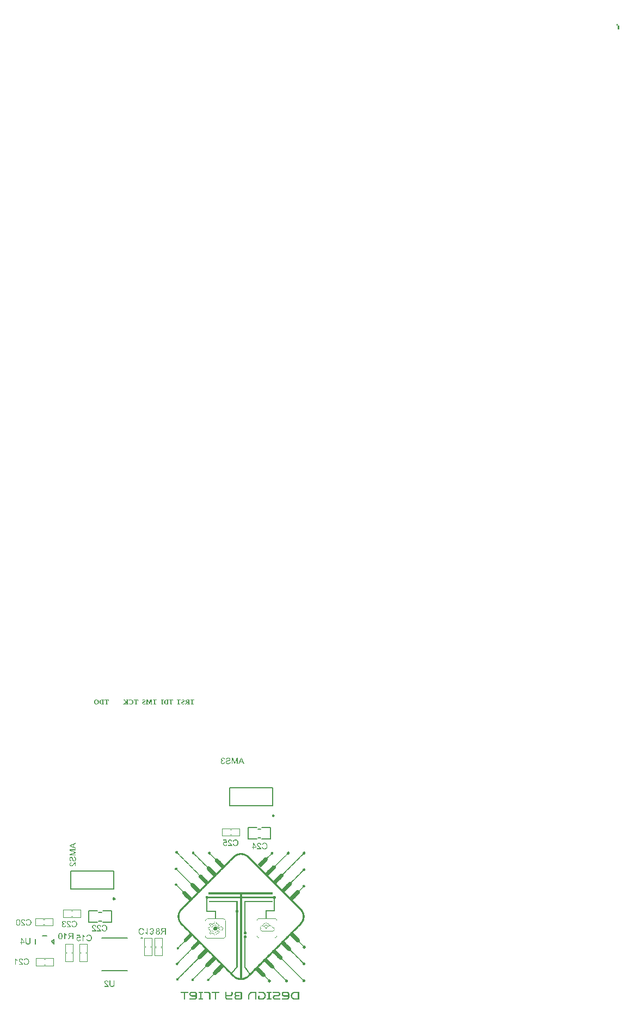
<source format=gbo>
G04*
G04 #@! TF.GenerationSoftware,Altium Limited,Altium Designer,20.2.5 (213)*
G04*
G04 Layer_Color=32896*
%FSLAX44Y44*%
%MOMM*%
G71*
G04*
G04 #@! TF.SameCoordinates,CBCE1813-5DC1-42ED-B67B-6F9CDEC3D03C*
G04*
G04*
G04 #@! TF.FilePolarity,Positive*
G04*
G01*
G75*
%ADD10C,0.2500*%
%ADD11C,0.2000*%
%ADD14C,0.1778*%
%ADD15C,0.1016*%
%ADD16C,0.1270*%
%ADD115C,0.1524*%
G36*
X903986Y1773428D02*
X906018D01*
Y1771396D01*
Y1769364D01*
Y1767332D01*
X903986D01*
Y1769364D01*
Y1771396D01*
Y1773428D01*
X901954D01*
Y1775460D01*
X903986D01*
Y1773428D01*
D02*
G37*
G36*
X366475Y488181D02*
X367018D01*
Y487909D01*
X367561D01*
Y487637D01*
X367833D01*
Y487366D01*
Y487094D01*
X368105D01*
Y486823D01*
Y486551D01*
Y486279D01*
Y486008D01*
Y485736D01*
Y485465D01*
X367833D01*
Y485193D01*
Y484921D01*
X367561D01*
Y484650D01*
X367290D01*
Y484378D01*
X366747D01*
Y484107D01*
X364574D01*
Y483835D01*
X364302D01*
Y483563D01*
X364031D01*
Y483292D01*
X363759D01*
Y483020D01*
X363487D01*
Y482749D01*
X363216D01*
Y482477D01*
X362944D01*
Y482206D01*
X362673D01*
Y481934D01*
X362401D01*
Y481662D01*
X362129D01*
Y481391D01*
X361858D01*
Y481119D01*
X361586D01*
Y480848D01*
X361315D01*
Y480576D01*
Y480304D01*
X361043D01*
Y480033D01*
X360771D01*
Y479761D01*
X360500D01*
Y479490D01*
X360228D01*
Y479218D01*
X359957D01*
Y478946D01*
X359413D01*
Y478675D01*
Y478403D01*
Y478132D01*
Y477860D01*
Y477588D01*
X359685D01*
Y477317D01*
Y477045D01*
Y476774D01*
X359413D01*
Y476502D01*
Y476231D01*
Y475959D01*
Y475687D01*
X359142D01*
Y475416D01*
Y475144D01*
X358870D01*
Y474873D01*
Y474601D01*
X358599D01*
Y474329D01*
X358327D01*
Y474058D01*
X358055D01*
Y473786D01*
X357784D01*
Y473515D01*
X357512D01*
Y473243D01*
X357241D01*
Y472971D01*
Y472700D01*
X356969D01*
Y472428D01*
X356698D01*
Y472156D01*
X356426D01*
Y471885D01*
X356154D01*
Y471613D01*
X355883D01*
Y471342D01*
X355611D01*
Y471070D01*
X355340D01*
Y470799D01*
X355068D01*
Y470527D01*
X354796D01*
Y470255D01*
X354525D01*
Y469984D01*
X353982D01*
Y469712D01*
X353710D01*
Y469441D01*
X353438D01*
Y469169D01*
X353167D01*
Y468897D01*
X352895D01*
Y468626D01*
X352624D01*
Y468354D01*
X352352D01*
Y468083D01*
X352080D01*
Y467811D01*
X351809D01*
Y467539D01*
X351537D01*
Y467268D01*
X351266D01*
Y466996D01*
X350994D01*
Y466725D01*
X350723D01*
Y466453D01*
X350451D01*
Y466181D01*
X350179D01*
Y465910D01*
Y465638D01*
X349908D01*
Y465367D01*
X349636D01*
Y465095D01*
X349365D01*
Y464823D01*
X349093D01*
Y464552D01*
X348821D01*
Y464280D01*
X348550D01*
Y464009D01*
X348007D01*
Y464280D01*
X347735D01*
Y464552D01*
X347463D01*
Y464823D01*
X347192D01*
Y465095D01*
X346920D01*
Y465367D01*
X346649D01*
Y465638D01*
X346377D01*
Y465910D01*
X346105D01*
Y466181D01*
X345834D01*
Y466453D01*
X345562D01*
Y466725D01*
X345291D01*
Y466996D01*
X345019D01*
Y467268D01*
X344747D01*
Y467539D01*
X344476D01*
Y467811D01*
X344204D01*
Y468083D01*
X343933D01*
Y468354D01*
X343661D01*
Y468626D01*
X344204D01*
Y468897D01*
X344476D01*
Y469169D01*
X344747D01*
Y469441D01*
X345019D01*
Y469712D01*
X345291D01*
Y469984D01*
X345562D01*
Y470255D01*
X345834D01*
Y470527D01*
X346105D01*
Y470799D01*
X346377D01*
Y471070D01*
X346649D01*
Y471342D01*
X346920D01*
Y471613D01*
X347192D01*
Y471885D01*
X347463D01*
Y472156D01*
X347735D01*
Y472428D01*
X348007D01*
Y472700D01*
X348278D01*
Y472971D01*
X348550D01*
Y473243D01*
X348821D01*
Y473515D01*
Y473786D01*
X349093D01*
Y474058D01*
X349365D01*
Y474329D01*
X349636D01*
Y474601D01*
X349908D01*
Y474873D01*
X350179D01*
Y475144D01*
X350451D01*
Y475416D01*
X350994D01*
Y475687D01*
X351266D01*
Y475959D01*
X351537D01*
Y476231D01*
X351809D01*
Y476502D01*
X352080D01*
Y476774D01*
X352352D01*
Y477045D01*
X352624D01*
Y477317D01*
X352895D01*
Y477588D01*
X353167D01*
Y477860D01*
X353438D01*
Y478132D01*
X353710D01*
Y478403D01*
X353982D01*
Y478675D01*
X354253D01*
Y478946D01*
X354525D01*
Y479218D01*
X355068D01*
Y479490D01*
X355611D01*
Y479761D01*
X358055D01*
Y479490D01*
X358599D01*
Y479761D01*
X358870D01*
Y480033D01*
X359142D01*
Y480304D01*
X359413D01*
Y480576D01*
X359685D01*
Y480848D01*
X359957D01*
Y481119D01*
X360228D01*
Y481391D01*
X360500D01*
Y481662D01*
X360771D01*
Y481934D01*
X361043D01*
Y482206D01*
X361315D01*
Y482477D01*
X361586D01*
Y482749D01*
X361858D01*
Y483020D01*
X362129D01*
Y483292D01*
X362401D01*
Y483563D01*
X362673D01*
Y483835D01*
X362944D01*
Y484107D01*
X363216D01*
Y484378D01*
X363487D01*
Y484650D01*
X363759D01*
Y484921D01*
X364031D01*
Y485193D01*
Y485465D01*
Y485736D01*
X363759D01*
Y486008D01*
X364031D01*
Y486279D01*
X363759D01*
Y486551D01*
X364031D01*
Y486823D01*
Y487094D01*
Y487366D01*
X364302D01*
Y487637D01*
X364574D01*
Y487909D01*
X364845D01*
Y488181D01*
X365660D01*
Y488452D01*
X366475D01*
Y488181D01*
D02*
G37*
G36*
X218728Y489267D02*
X218999D01*
Y488995D01*
X219271D01*
Y488724D01*
X219543D01*
Y488452D01*
Y488181D01*
Y487909D01*
X219814D01*
Y487637D01*
Y487366D01*
X219543D01*
Y487094D01*
Y486823D01*
Y486551D01*
Y486279D01*
X219814D01*
Y486008D01*
X220086D01*
Y485736D01*
X220357D01*
Y485465D01*
X220629D01*
Y485193D01*
X220900D01*
Y484921D01*
X221172D01*
Y484650D01*
X221444D01*
Y484378D01*
X221715D01*
Y484107D01*
X221987D01*
Y483835D01*
X222258D01*
Y483563D01*
X222530D01*
Y483292D01*
X222802D01*
Y483020D01*
X223073D01*
Y482749D01*
X223345D01*
Y482477D01*
X223616D01*
Y482206D01*
X223888D01*
Y481934D01*
X224160D01*
Y481662D01*
X224431D01*
Y481391D01*
X224703D01*
Y481119D01*
X224974D01*
Y480848D01*
X225246D01*
Y480576D01*
X225518D01*
Y480304D01*
X225789D01*
Y480033D01*
X226061D01*
Y479761D01*
X226332D01*
Y479490D01*
X226604D01*
Y479218D01*
X226875D01*
Y478946D01*
X227147D01*
Y478675D01*
X227419D01*
Y478403D01*
X227690D01*
Y478132D01*
X227962D01*
Y477860D01*
X228234D01*
Y477588D01*
X228505D01*
Y477317D01*
X228777D01*
Y477045D01*
X229048D01*
Y476774D01*
X229320D01*
Y476502D01*
X229591D01*
Y476231D01*
X229863D01*
Y475959D01*
X230135D01*
Y475687D01*
X230406D01*
Y475416D01*
X230678D01*
Y475144D01*
X230949D01*
Y474873D01*
X231221D01*
Y474601D01*
X231493D01*
Y474329D01*
X231764D01*
Y474058D01*
X232036D01*
Y473786D01*
X232307D01*
Y473515D01*
X232579D01*
Y473243D01*
X232851D01*
Y472971D01*
X233122D01*
Y472700D01*
X233394D01*
Y472428D01*
X233665D01*
Y472156D01*
X233937D01*
Y471885D01*
X234209D01*
Y471613D01*
X234480D01*
Y471342D01*
X234752D01*
Y471070D01*
X235023D01*
Y470799D01*
X235295D01*
Y470527D01*
X235567D01*
Y470255D01*
X235838D01*
Y469984D01*
X236110D01*
Y469712D01*
X236381D01*
Y469441D01*
X236653D01*
Y469169D01*
X236924D01*
Y468897D01*
X237196D01*
Y468626D01*
X237468D01*
Y468354D01*
X237739D01*
Y468083D01*
X238011D01*
Y467811D01*
X238282D01*
Y467539D01*
X238554D01*
Y467268D01*
X238826D01*
Y466996D01*
X239097D01*
Y466725D01*
X239369D01*
Y466453D01*
X239640D01*
Y466181D01*
X239912D01*
Y465910D01*
X240184D01*
Y465638D01*
X240455D01*
Y465367D01*
X240727D01*
Y465095D01*
X240998D01*
Y464823D01*
X241270D01*
Y464552D01*
X241542D01*
Y464280D01*
X241813D01*
Y464009D01*
X242085D01*
Y463737D01*
X242356D01*
Y463465D01*
X242628D01*
Y463194D01*
X242900D01*
Y462922D01*
X243171D01*
Y462651D01*
X243443D01*
Y462379D01*
X243714D01*
Y462108D01*
X243986D01*
Y461836D01*
X244258D01*
Y461564D01*
X244529D01*
Y461293D01*
X244801D01*
Y461021D01*
X245072D01*
Y460750D01*
X245344D01*
Y460478D01*
X245616D01*
Y460206D01*
X245887D01*
Y459935D01*
X246159D01*
Y459663D01*
X246430D01*
Y459392D01*
X246702D01*
Y459120D01*
X246973D01*
Y458848D01*
X247245D01*
Y458577D01*
X247517D01*
Y458305D01*
X247788D01*
Y458034D01*
X248060D01*
Y457762D01*
X248331D01*
Y457490D01*
X248603D01*
Y457219D01*
X248875D01*
Y456947D01*
X249146D01*
Y456676D01*
X249418D01*
Y456404D01*
X249689D01*
Y456133D01*
X249961D01*
Y455861D01*
X250233D01*
Y455589D01*
X250504D01*
Y455318D01*
X250776D01*
Y455046D01*
X251047D01*
Y454775D01*
X251319D01*
Y454503D01*
X251591D01*
Y454231D01*
X251862D01*
Y453960D01*
X252134D01*
Y453688D01*
X252405D01*
Y453416D01*
X252677D01*
Y453145D01*
X252948D01*
Y452873D01*
X254307D01*
Y453145D01*
X254850D01*
Y452873D01*
X255936D01*
Y452602D01*
X256479D01*
Y452330D01*
X257022D01*
Y452059D01*
X257294D01*
Y451787D01*
X257566D01*
Y451515D01*
X257837D01*
Y451244D01*
X258109D01*
Y450972D01*
X258380D01*
Y450701D01*
X258652D01*
Y450429D01*
X258924D01*
Y450157D01*
X259195D01*
Y449886D01*
X259467D01*
Y449614D01*
X259738D01*
Y449343D01*
X260010D01*
Y449071D01*
X260282D01*
Y448799D01*
X260553D01*
Y448528D01*
X260825D01*
Y448256D01*
X261096D01*
Y447985D01*
X261368D01*
Y447713D01*
X261639D01*
Y447441D01*
X261911D01*
Y447170D01*
X262183D01*
Y446898D01*
X262454D01*
Y446627D01*
X262726D01*
Y446355D01*
X262997D01*
Y446083D01*
X263269D01*
Y445812D01*
X263541D01*
Y445540D01*
X263812D01*
Y445269D01*
X264084D01*
Y444997D01*
X264356D01*
Y444725D01*
X264627D01*
Y444454D01*
X264899D01*
Y444182D01*
X265170D01*
Y443911D01*
X265442D01*
Y443639D01*
X265714D01*
Y443368D01*
X265985D01*
Y443096D01*
X266257D01*
Y442824D01*
X266528D01*
Y442553D01*
X267071D01*
Y442824D01*
X267343D01*
Y443096D01*
X267615D01*
Y443368D01*
Y443639D01*
X267886D01*
Y443911D01*
X268158D01*
Y444182D01*
X268429D01*
Y444454D01*
X268701D01*
Y444725D01*
X268973D01*
Y444997D01*
X269244D01*
Y445269D01*
X269516D01*
Y445540D01*
X269787D01*
Y445812D01*
X270059D01*
Y446083D01*
X270331D01*
Y446355D01*
X270602D01*
Y446627D01*
X270874D01*
Y446898D01*
X271145D01*
Y447170D01*
X271417D01*
Y447441D01*
X271960D01*
Y447713D01*
X272232D01*
Y447985D01*
X272503D01*
Y448256D01*
X272775D01*
Y448528D01*
X273046D01*
Y448799D01*
X273318D01*
Y449071D01*
X273590D01*
Y449343D01*
X273861D01*
Y449614D01*
X274133D01*
Y449886D01*
X274405D01*
Y450157D01*
Y450429D01*
Y450701D01*
Y450972D01*
X274133D01*
Y451244D01*
X273861D01*
Y451515D01*
X273590D01*
Y451787D01*
X273318D01*
Y452059D01*
X273046D01*
Y452330D01*
X272775D01*
Y452602D01*
X272503D01*
Y452873D01*
X272232D01*
Y453145D01*
X271960D01*
Y453416D01*
X271688D01*
Y453688D01*
X271417D01*
Y453960D01*
X271145D01*
Y454231D01*
X270874D01*
Y454503D01*
X270602D01*
Y454775D01*
X270331D01*
Y455046D01*
X270059D01*
Y455318D01*
X269787D01*
Y455589D01*
X269516D01*
Y455861D01*
X269244D01*
Y456133D01*
X268973D01*
Y456404D01*
X268701D01*
Y456676D01*
X268429D01*
Y456947D01*
X268158D01*
Y457219D01*
X267886D01*
Y457490D01*
X267615D01*
Y457762D01*
X267343D01*
Y458034D01*
X267071D01*
Y458305D01*
X266800D01*
Y458577D01*
X266528D01*
Y458848D01*
X266257D01*
Y459120D01*
X265985D01*
Y459392D01*
X265714D01*
Y459663D01*
X265442D01*
Y459935D01*
X265170D01*
Y460206D01*
Y460478D01*
X264899D01*
Y460750D01*
Y461021D01*
X264627D01*
Y461293D01*
Y461564D01*
X264356D01*
Y461836D01*
Y462108D01*
Y462379D01*
Y462651D01*
X264084D01*
Y462922D01*
Y463194D01*
X264356D01*
Y463465D01*
Y463737D01*
Y464009D01*
X264627D01*
Y464280D01*
Y464552D01*
X264084D01*
Y464823D01*
X263812D01*
Y465095D01*
X263541D01*
Y465367D01*
X263269D01*
Y465638D01*
X262997D01*
Y465910D01*
X262726D01*
Y466181D01*
X262454D01*
Y466453D01*
X262183D01*
Y466725D01*
X261911D01*
Y466996D01*
X261639D01*
Y467268D01*
X261368D01*
Y467539D01*
X261096D01*
Y467811D01*
X260825D01*
Y468083D01*
X260553D01*
Y468354D01*
X260282D01*
Y468626D01*
X260010D01*
Y468897D01*
X259738D01*
Y469169D01*
X259467D01*
Y469441D01*
X259195D01*
Y469712D01*
X258924D01*
Y469984D01*
X258652D01*
Y470255D01*
X258380D01*
Y470527D01*
X258109D01*
Y470799D01*
X257837D01*
Y471070D01*
X257566D01*
Y471342D01*
X257294D01*
Y471613D01*
X257022D01*
Y471885D01*
X256751D01*
Y472156D01*
X256479D01*
Y472428D01*
X256208D01*
Y472700D01*
X255936D01*
Y472971D01*
X255665D01*
Y473243D01*
X255393D01*
Y473515D01*
X255121D01*
Y473786D01*
X254850D01*
Y474058D01*
X254578D01*
Y474329D01*
X254307D01*
Y474601D01*
X254035D01*
Y474873D01*
X253763D01*
Y475144D01*
X253492D01*
Y475416D01*
X253220D01*
Y475687D01*
X252948D01*
Y475959D01*
X252677D01*
Y476231D01*
X252405D01*
Y476502D01*
X252134D01*
Y476774D01*
X251862D01*
Y477045D01*
X251591D01*
Y477317D01*
X251319D01*
Y477588D01*
X251047D01*
Y477860D01*
X250776D01*
Y478132D01*
X250504D01*
Y478403D01*
X250233D01*
Y478675D01*
X249961D01*
Y478946D01*
X249689D01*
Y479218D01*
X249418D01*
Y479490D01*
X249146D01*
Y479761D01*
X248875D01*
Y480033D01*
X248603D01*
Y480304D01*
X248331D01*
Y480576D01*
X248060D01*
Y480848D01*
X247788D01*
Y481119D01*
X247517D01*
Y481391D01*
X247245D01*
Y481662D01*
X246973D01*
Y481934D01*
X246702D01*
Y482206D01*
X246430D01*
Y482477D01*
X246159D01*
Y482749D01*
X245887D01*
Y483020D01*
X245616D01*
Y483292D01*
X245344D01*
Y483563D01*
X245072D01*
Y483835D01*
X244801D01*
Y484107D01*
Y484378D01*
X243986D01*
Y484107D01*
X243171D01*
Y484378D01*
X242356D01*
Y484650D01*
X242085D01*
Y484921D01*
X241813D01*
Y485193D01*
X241542D01*
Y485465D01*
Y485736D01*
Y486008D01*
X241270D01*
Y486279D01*
Y486551D01*
Y486823D01*
X241542D01*
Y487094D01*
Y487366D01*
X241813D01*
Y487637D01*
Y487909D01*
X242085D01*
Y488181D01*
X242628D01*
Y488452D01*
X244529D01*
Y488181D01*
X244801D01*
Y487909D01*
X245072D01*
Y487637D01*
Y487366D01*
X245344D01*
Y487094D01*
Y486823D01*
Y486551D01*
Y486279D01*
Y486008D01*
Y485736D01*
Y485465D01*
Y485193D01*
X245616D01*
Y484921D01*
X245887D01*
Y484650D01*
X246159D01*
Y484378D01*
X246430D01*
Y484107D01*
X246702D01*
Y483835D01*
X246973D01*
Y483563D01*
X247245D01*
Y483292D01*
X247517D01*
Y483020D01*
X247788D01*
Y482749D01*
X248060D01*
Y482477D01*
X248331D01*
Y482206D01*
X248603D01*
Y481934D01*
X248875D01*
Y481662D01*
X249146D01*
Y481391D01*
X249418D01*
Y481119D01*
X249689D01*
Y480848D01*
X249961D01*
Y480576D01*
X250233D01*
Y480304D01*
X250504D01*
Y480033D01*
X250776D01*
Y479761D01*
X251047D01*
Y479490D01*
X251319D01*
Y479218D01*
X251591D01*
Y478946D01*
X251862D01*
Y478675D01*
X252134D01*
Y478403D01*
X252405D01*
Y478132D01*
X252677D01*
Y477860D01*
X252948D01*
Y477588D01*
X253220D01*
Y477317D01*
X253492D01*
Y477045D01*
X253763D01*
Y476774D01*
X254035D01*
Y476502D01*
X254307D01*
Y476231D01*
X254578D01*
Y475959D01*
X254850D01*
Y475687D01*
X255121D01*
Y475416D01*
X255393D01*
Y475144D01*
X255665D01*
Y474873D01*
X255936D01*
Y474601D01*
X256208D01*
Y474329D01*
X256479D01*
Y474058D01*
X256751D01*
Y473786D01*
X257022D01*
Y473515D01*
X257294D01*
Y473243D01*
X257566D01*
Y472971D01*
X257837D01*
Y472700D01*
X258109D01*
Y472428D01*
X258380D01*
Y472156D01*
X258652D01*
Y471885D01*
X258924D01*
Y471613D01*
X259195D01*
Y471342D01*
X259467D01*
Y471070D01*
X259738D01*
Y470799D01*
X260010D01*
Y470527D01*
X260282D01*
Y470255D01*
X260553D01*
Y469984D01*
X260825D01*
Y469712D01*
X261096D01*
Y469441D01*
X261368D01*
Y469169D01*
X261639D01*
Y468897D01*
X261911D01*
Y468626D01*
X262183D01*
Y468354D01*
X262454D01*
Y468083D01*
X262726D01*
Y467811D01*
X262997D01*
Y467539D01*
X263269D01*
Y467268D01*
X263541D01*
Y466996D01*
X263812D01*
Y466725D01*
X264084D01*
Y466453D01*
X264356D01*
Y466181D01*
X264627D01*
Y465910D01*
X264899D01*
Y465638D01*
X265170D01*
Y465367D01*
X266257D01*
Y465638D01*
X267615D01*
Y465367D01*
X268429D01*
Y465095D01*
X268973D01*
Y464823D01*
X269516D01*
Y464552D01*
X269787D01*
Y464280D01*
X270059D01*
Y464009D01*
X270331D01*
Y463737D01*
X270602D01*
Y463465D01*
X270874D01*
Y463194D01*
X271145D01*
Y462922D01*
X271417D01*
Y462651D01*
X271688D01*
Y462379D01*
X271960D01*
Y462108D01*
X272232D01*
Y461836D01*
X272503D01*
Y461564D01*
X272775D01*
Y461293D01*
X273046D01*
Y461021D01*
X273318D01*
Y460750D01*
X273590D01*
Y460478D01*
X273861D01*
Y460206D01*
X274133D01*
Y459935D01*
X274405D01*
Y459663D01*
X274676D01*
Y459392D01*
X274948D01*
Y459120D01*
X275219D01*
Y458848D01*
X275491D01*
Y458577D01*
X275763D01*
Y458305D01*
X276034D01*
Y458034D01*
X276306D01*
Y457762D01*
X276577D01*
Y457490D01*
X276849D01*
Y457219D01*
X277120D01*
Y456947D01*
X277392D01*
Y456676D01*
X277664D01*
Y456404D01*
X277935D01*
Y456133D01*
X278207D01*
Y455861D01*
X278478D01*
Y455589D01*
X278750D01*
Y455318D01*
X279022D01*
Y455046D01*
X279565D01*
Y455318D01*
X279836D01*
Y455589D01*
X280108D01*
Y455861D01*
X280380D01*
Y456133D01*
X280651D01*
Y456404D01*
X280923D01*
Y456676D01*
X281194D01*
Y456947D01*
X281466D01*
Y457219D01*
Y457490D01*
X281738D01*
Y457762D01*
X282009D01*
Y458034D01*
X282281D01*
Y458305D01*
X282552D01*
Y458577D01*
X282824D01*
Y458848D01*
X283095D01*
Y459120D01*
X283367D01*
Y459392D01*
X283639D01*
Y459663D01*
X283910D01*
Y459935D01*
X284182D01*
Y460206D01*
X284454D01*
Y460478D01*
X284725D01*
Y460750D01*
X284997D01*
Y461021D01*
X285268D01*
Y461293D01*
X285540D01*
Y461564D01*
X285811D01*
Y461836D01*
X286083D01*
Y462108D01*
X286626D01*
Y462379D01*
X286898D01*
Y462651D01*
X287169D01*
Y462922D01*
Y463194D01*
X286898D01*
Y463465D01*
X286626D01*
Y463737D01*
X286355D01*
Y464009D01*
X286083D01*
Y464280D01*
X285811D01*
Y464552D01*
X285540D01*
Y464823D01*
X285268D01*
Y465095D01*
X284997D01*
Y465367D01*
X284725D01*
Y465638D01*
X284454D01*
Y465910D01*
X284182D01*
Y466181D01*
X283910D01*
Y466453D01*
X283639D01*
Y466725D01*
X283367D01*
Y466996D01*
X283095D01*
Y467268D01*
X282824D01*
Y467539D01*
X282552D01*
Y467811D01*
X282281D01*
Y468083D01*
X282009D01*
Y468354D01*
X281738D01*
Y468626D01*
X281466D01*
Y468897D01*
X281194D01*
Y469169D01*
X280923D01*
Y469441D01*
X280651D01*
Y469712D01*
X280380D01*
Y469984D01*
X280108D01*
Y470255D01*
X279836D01*
Y470527D01*
X279565D01*
Y470799D01*
X279293D01*
Y471070D01*
X279022D01*
Y471342D01*
X278750D01*
Y471613D01*
X278478D01*
Y471885D01*
X278207D01*
Y472156D01*
X277935D01*
Y472428D01*
Y472700D01*
X277664D01*
Y472971D01*
X277392D01*
Y473243D01*
Y473515D01*
X277120D01*
Y473786D01*
Y474058D01*
Y474329D01*
X276849D01*
Y474601D01*
Y474873D01*
Y475144D01*
Y475416D01*
Y475687D01*
Y475959D01*
Y476231D01*
X277120D01*
Y476502D01*
Y476774D01*
Y477045D01*
X276577D01*
Y477317D01*
X276306D01*
Y477588D01*
X276034D01*
Y477860D01*
X275763D01*
Y478132D01*
X275491D01*
Y478403D01*
X275219D01*
Y478675D01*
X274948D01*
Y478946D01*
X274676D01*
Y479218D01*
X274405D01*
Y479490D01*
X274133D01*
Y479761D01*
X273861D01*
Y480033D01*
X273590D01*
Y480304D01*
X273318D01*
Y480576D01*
X273046D01*
Y480848D01*
X272775D01*
Y481119D01*
X272503D01*
Y481391D01*
X272232D01*
Y481662D01*
X271960D01*
Y481934D01*
X271688D01*
Y482206D01*
X271417D01*
Y482477D01*
X271145D01*
Y482749D01*
X270874D01*
Y483020D01*
X270602D01*
Y483292D01*
X270331D01*
Y483563D01*
X270059D01*
Y483835D01*
X269787D01*
Y484107D01*
X267615D01*
Y484378D01*
X267343D01*
Y484650D01*
X267071D01*
Y484921D01*
X266800D01*
Y485193D01*
X266528D01*
Y485465D01*
Y485736D01*
Y486008D01*
Y486279D01*
Y486551D01*
Y486823D01*
Y487094D01*
Y487366D01*
X266800D01*
Y487637D01*
X267071D01*
Y487909D01*
X267343D01*
Y488181D01*
X268158D01*
Y488452D01*
X268973D01*
Y488181D01*
X269516D01*
Y487909D01*
X270059D01*
Y487637D01*
X270331D01*
Y487366D01*
Y487094D01*
X270602D01*
Y486823D01*
Y486551D01*
Y486279D01*
Y486008D01*
Y485736D01*
Y485465D01*
Y485193D01*
Y484921D01*
X270874D01*
Y484650D01*
X271145D01*
Y484378D01*
X271417D01*
Y484107D01*
X271688D01*
Y483835D01*
X271960D01*
Y483563D01*
X272232D01*
Y483292D01*
X272503D01*
Y483020D01*
X272775D01*
Y482749D01*
X273046D01*
Y482477D01*
X273318D01*
Y482206D01*
X273590D01*
Y481934D01*
X273861D01*
Y481662D01*
X274133D01*
Y481391D01*
X274405D01*
Y481119D01*
X274676D01*
Y480848D01*
X274948D01*
Y480576D01*
X275219D01*
Y480304D01*
X275491D01*
Y480033D01*
X275763D01*
Y479761D01*
X276034D01*
Y479490D01*
X276306D01*
Y479218D01*
X276577D01*
Y478946D01*
X276849D01*
Y478675D01*
X277120D01*
Y478403D01*
X277392D01*
Y478132D01*
X277664D01*
Y477860D01*
X277935D01*
Y477588D01*
X278478D01*
Y477860D01*
X280651D01*
Y477588D01*
X281466D01*
Y477317D01*
X282009D01*
Y477045D01*
X282281D01*
Y476774D01*
X282552D01*
Y476502D01*
X282824D01*
Y476231D01*
X283095D01*
Y475959D01*
X283367D01*
Y475687D01*
X283639D01*
Y475416D01*
X283910D01*
Y475144D01*
X284182D01*
Y474873D01*
X284454D01*
Y474601D01*
X284725D01*
Y474329D01*
X284997D01*
Y474058D01*
X285268D01*
Y473786D01*
X285540D01*
Y473515D01*
X285811D01*
Y473243D01*
X286083D01*
Y472971D01*
X286355D01*
Y472700D01*
X286626D01*
Y472428D01*
X286898D01*
Y472156D01*
X287169D01*
Y471885D01*
X287441D01*
Y471613D01*
X287713D01*
Y471342D01*
X287984D01*
Y471070D01*
X288256D01*
Y470799D01*
X288527D01*
Y470527D01*
X288799D01*
Y470255D01*
X289071D01*
Y469984D01*
X289342D01*
Y469712D01*
X289614D01*
Y469441D01*
X289885D01*
Y469169D01*
X290157D01*
Y468897D01*
X290429D01*
Y468626D01*
X290700D01*
Y468354D01*
X290972D01*
Y468083D01*
X291243D01*
Y467811D01*
X292058D01*
Y468083D01*
X292330D01*
Y468354D01*
X292601D01*
Y468626D01*
X292873D01*
Y468897D01*
X293416D01*
Y469169D01*
X293688D01*
Y469441D01*
X293959D01*
Y469712D01*
X294231D01*
Y469984D01*
X294503D01*
Y470255D01*
X294774D01*
Y470527D01*
X295046D01*
Y470799D01*
Y471070D01*
X295317D01*
Y471342D01*
X295589D01*
Y471613D01*
X295860D01*
Y471885D01*
X296132D01*
Y472156D01*
X296404D01*
Y472428D01*
X296675D01*
Y472700D01*
X296947D01*
Y472971D01*
X297218D01*
Y473243D01*
X297490D01*
Y473515D01*
X297762D01*
Y473786D01*
X298033D01*
Y474058D01*
X298305D01*
Y474329D01*
X298576D01*
Y474601D01*
X298848D01*
Y474873D01*
X299120D01*
Y475144D01*
X299391D01*
Y475416D01*
X299663D01*
Y475687D01*
X299934D01*
Y475959D01*
X300478D01*
Y476231D01*
X300749D01*
Y476502D01*
X301021D01*
Y476774D01*
X301292D01*
Y477045D01*
X301564D01*
Y477317D01*
X301835D01*
Y477588D01*
X302107D01*
Y477860D01*
Y478132D01*
X302379D01*
Y478403D01*
X302650D01*
Y478675D01*
X302922D01*
Y478946D01*
X303193D01*
Y479218D01*
X303465D01*
Y479490D01*
X303737D01*
Y479761D01*
X304008D01*
Y480033D01*
X304280D01*
Y480304D01*
X304552D01*
Y480576D01*
X304823D01*
Y480848D01*
X305366D01*
Y481119D01*
Y481391D01*
X305638D01*
Y481662D01*
X305909D01*
Y481934D01*
X306181D01*
Y482206D01*
X306724D01*
Y482477D01*
X306996D01*
Y482749D01*
X307539D01*
Y483020D01*
X307811D01*
Y483292D01*
X308354D01*
Y483563D01*
X308625D01*
Y483835D01*
X309169D01*
Y484107D01*
X309712D01*
Y484378D01*
X310255D01*
Y484650D01*
X310798D01*
Y484921D01*
X311341D01*
Y485193D01*
X312156D01*
Y485465D01*
X313242D01*
Y485736D01*
X314329D01*
Y486008D01*
X316230D01*
Y486279D01*
X319217D01*
Y486008D01*
X321119D01*
Y485736D01*
X322205D01*
Y485465D01*
X323292D01*
Y485193D01*
X324106D01*
Y484921D01*
X324649D01*
Y484650D01*
X325193D01*
Y484378D01*
X325736D01*
Y484107D01*
X326279D01*
Y483835D01*
X326822D01*
Y483563D01*
X327365D01*
Y483292D01*
X327637D01*
Y483020D01*
X328180D01*
Y482749D01*
X328452D01*
Y482477D01*
X328995D01*
Y482206D01*
X329267D01*
Y481934D01*
X329538D01*
Y481662D01*
X329810D01*
Y481391D01*
X330081D01*
Y481119D01*
X330353D01*
Y480848D01*
X330625D01*
Y480576D01*
X330896D01*
Y480304D01*
X331168D01*
Y480033D01*
X331439D01*
Y479761D01*
X331711D01*
Y479490D01*
X331982D01*
Y479218D01*
X332254D01*
Y478946D01*
X332526D01*
Y478675D01*
X332797D01*
Y478403D01*
X333069D01*
Y478132D01*
X333340D01*
Y477860D01*
X333612D01*
Y477588D01*
X333884D01*
Y477317D01*
X334155D01*
Y477045D01*
X334427D01*
Y476774D01*
X334698D01*
Y476502D01*
X334970D01*
Y476231D01*
X335242D01*
Y475959D01*
X335513D01*
Y475687D01*
X335785D01*
Y475416D01*
X336056D01*
Y475144D01*
X336328D01*
Y474873D01*
X336600D01*
Y474601D01*
X336871D01*
Y474329D01*
X337143D01*
Y474058D01*
X337414D01*
Y473786D01*
X337686D01*
Y473515D01*
X337957D01*
Y473243D01*
X338229D01*
Y472971D01*
X338501D01*
Y472700D01*
X338772D01*
Y472428D01*
X339044D01*
Y472156D01*
X339315D01*
Y471885D01*
X339587D01*
Y471613D01*
X339859D01*
Y471342D01*
X340130D01*
Y471070D01*
X340402D01*
Y470799D01*
X340673D01*
Y470527D01*
X340945D01*
Y470255D01*
X341217D01*
Y469984D01*
X341488D01*
Y469712D01*
X341760D01*
Y469441D01*
X342031D01*
Y469169D01*
X342303D01*
Y468897D01*
X342575D01*
Y468626D01*
X342846D01*
Y468354D01*
X343118D01*
Y468083D01*
X343390D01*
Y467811D01*
X343661D01*
Y467539D01*
X343933D01*
Y467268D01*
X344204D01*
Y466996D01*
X344476D01*
Y466725D01*
X344747D01*
Y466453D01*
X345019D01*
Y466181D01*
X345291D01*
Y465910D01*
X345562D01*
Y465638D01*
X345834D01*
Y465367D01*
X346105D01*
Y465095D01*
X346377D01*
Y464823D01*
X346649D01*
Y464552D01*
X346920D01*
Y464280D01*
X347192D01*
Y464009D01*
X347463D01*
Y463737D01*
X347735D01*
Y463465D01*
X348007D01*
Y463194D01*
X348278D01*
Y462922D01*
X348550D01*
Y462651D01*
X348821D01*
Y462379D01*
X349093D01*
Y462108D01*
X349365D01*
Y461836D01*
X349636D01*
Y461564D01*
X349908D01*
Y461293D01*
X350179D01*
Y461021D01*
X350451D01*
Y460750D01*
X350723D01*
Y460478D01*
X350994D01*
Y460206D01*
X351266D01*
Y459935D01*
X351537D01*
Y459663D01*
X351809D01*
Y459392D01*
X352080D01*
Y459120D01*
X352352D01*
Y458848D01*
X352624D01*
Y458577D01*
X352895D01*
Y458305D01*
X353167D01*
Y458034D01*
X353438D01*
Y457762D01*
X353710D01*
Y457490D01*
X353982D01*
Y457219D01*
X354253D01*
Y456947D01*
X354525D01*
Y456676D01*
X354796D01*
Y456404D01*
X355068D01*
Y456133D01*
X355340D01*
Y455861D01*
X355611D01*
Y455589D01*
X356154D01*
Y455861D01*
X356426D01*
Y456133D01*
X356698D01*
Y456404D01*
X356969D01*
Y456676D01*
X357241D01*
Y456947D01*
X357512D01*
Y457219D01*
X357784D01*
Y457490D01*
Y457762D01*
X358055D01*
Y458034D01*
X358327D01*
Y458305D01*
X358599D01*
Y458577D01*
X358870D01*
Y458848D01*
X359142D01*
Y459120D01*
X359413D01*
Y459392D01*
X359685D01*
Y459663D01*
X359957D01*
Y459935D01*
X360228D01*
Y460206D01*
X360500D01*
Y460478D01*
X360771D01*
Y460750D01*
X361043D01*
Y461021D01*
X361586D01*
Y461293D01*
X361858D01*
Y461564D01*
X362129D01*
Y461836D01*
X362401D01*
Y462108D01*
X362673D01*
Y462379D01*
X362944D01*
Y462651D01*
X363216D01*
Y462922D01*
X363487D01*
Y463194D01*
X363759D01*
Y463465D01*
X364031D01*
Y463737D01*
X364302D01*
Y464009D01*
X364574D01*
Y464280D01*
X364845D01*
Y464552D01*
Y464823D01*
X365117D01*
Y465095D01*
X365389D01*
Y465367D01*
X365660D01*
Y465638D01*
X365932D01*
Y465910D01*
X366203D01*
Y466181D01*
X366475D01*
Y466453D01*
X367018D01*
Y466725D01*
X367561D01*
Y466996D01*
X368376D01*
Y467268D01*
X370006D01*
Y466996D01*
X370821D01*
Y467268D01*
X371092D01*
Y467539D01*
X371364D01*
Y467811D01*
X371635D01*
Y468083D01*
X371907D01*
Y468354D01*
X372178D01*
Y468626D01*
X372722D01*
Y468897D01*
X372993D01*
Y469169D01*
X373265D01*
Y469441D01*
X373536D01*
Y469712D01*
X373808D01*
Y469984D01*
X374080D01*
Y470255D01*
X374351D01*
Y470527D01*
X374623D01*
Y470799D01*
X374894D01*
Y471070D01*
X375166D01*
Y471342D01*
X375438D01*
Y471613D01*
X375709D01*
Y471885D01*
X375981D01*
Y472156D01*
X376252D01*
Y472428D01*
X376524D01*
Y472700D01*
X376796D01*
Y472971D01*
X377067D01*
Y473243D01*
X377339D01*
Y473515D01*
X377610D01*
Y473786D01*
X377882D01*
Y474058D01*
X378153D01*
Y474329D01*
X378425D01*
Y474601D01*
X378697D01*
Y474873D01*
X378968D01*
Y475144D01*
X379240D01*
Y475416D01*
X379511D01*
Y475687D01*
X379783D01*
Y475959D01*
X380055D01*
Y476231D01*
X380326D01*
Y476502D01*
X380598D01*
Y476774D01*
X380869D01*
Y477045D01*
X381141D01*
Y477317D01*
X381413D01*
Y477588D01*
X381684D01*
Y477860D01*
X381956D01*
Y478132D01*
X382228D01*
Y478403D01*
X382499D01*
Y478675D01*
X382771D01*
Y478946D01*
X383042D01*
Y479218D01*
X383314D01*
Y479490D01*
X383585D01*
Y479761D01*
X383857D01*
Y480033D01*
X384129D01*
Y480304D01*
X384400D01*
Y480576D01*
X384672D01*
Y480848D01*
X384943D01*
Y481119D01*
X385215D01*
Y481391D01*
X385486D01*
Y481662D01*
X385758D01*
Y481934D01*
X386030D01*
Y482206D01*
X386301D01*
Y482477D01*
X386844D01*
Y482749D01*
X387116D01*
Y483020D01*
X387388D01*
Y483292D01*
X387659D01*
Y483563D01*
X387931D01*
Y483835D01*
X388203D01*
Y484107D01*
X388474D01*
Y484378D01*
X388746D01*
Y484650D01*
X389017D01*
Y484921D01*
X389289D01*
Y485193D01*
X389561D01*
Y485465D01*
Y485736D01*
X389289D01*
Y486008D01*
Y486279D01*
Y486551D01*
Y486823D01*
X389561D01*
Y487094D01*
Y487366D01*
Y487637D01*
X389832D01*
Y487909D01*
X390104D01*
Y488181D01*
X390647D01*
Y488452D01*
X392005D01*
Y488181D01*
X392548D01*
Y487909D01*
X392820D01*
Y487637D01*
X393091D01*
Y487366D01*
Y487094D01*
X393363D01*
Y486823D01*
Y486551D01*
Y486279D01*
Y486008D01*
Y485736D01*
Y485465D01*
X393091D01*
Y485193D01*
Y484921D01*
X392820D01*
Y484650D01*
X392548D01*
Y484378D01*
X392005D01*
Y484107D01*
X390918D01*
Y484378D01*
X390375D01*
Y484107D01*
X389832D01*
Y483835D01*
X389561D01*
Y483563D01*
X389289D01*
Y483292D01*
X389017D01*
Y483020D01*
X388746D01*
Y482749D01*
X388474D01*
Y482477D01*
X388203D01*
Y482206D01*
X387931D01*
Y481934D01*
X387659D01*
Y481662D01*
X387388D01*
Y481391D01*
X387116D01*
Y481119D01*
X386844D01*
Y480848D01*
X386573D01*
Y480576D01*
X386301D01*
Y480304D01*
X386030D01*
Y480033D01*
X385758D01*
Y479761D01*
X385486D01*
Y479490D01*
X385215D01*
Y479218D01*
X384943D01*
Y478946D01*
X384672D01*
Y478675D01*
X384400D01*
Y478403D01*
X384129D01*
Y478132D01*
X383857D01*
Y477860D01*
X383585D01*
Y477588D01*
X383314D01*
Y477317D01*
X383042D01*
Y477045D01*
X382771D01*
Y476774D01*
X382499D01*
Y476502D01*
X382228D01*
Y476231D01*
X381956D01*
Y475959D01*
X381684D01*
Y475687D01*
X381413D01*
Y475416D01*
X381141D01*
Y475144D01*
X380869D01*
Y474873D01*
X380598D01*
Y474601D01*
X380326D01*
Y474329D01*
X380055D01*
Y474058D01*
X379783D01*
Y473786D01*
X379511D01*
Y473515D01*
X379240D01*
Y473243D01*
X378968D01*
Y472971D01*
X378697D01*
Y472700D01*
X378425D01*
Y472428D01*
X378153D01*
Y472156D01*
X377882D01*
Y471885D01*
X377610D01*
Y471613D01*
X377339D01*
Y471342D01*
X377067D01*
Y471070D01*
X376796D01*
Y470799D01*
X376524D01*
Y470527D01*
X376252D01*
Y470255D01*
X375981D01*
Y469984D01*
X375438D01*
Y469712D01*
X375166D01*
Y469441D01*
X374894D01*
Y469169D01*
X374623D01*
Y468897D01*
X374351D01*
Y468626D01*
X374080D01*
Y468354D01*
X373808D01*
Y468083D01*
X373536D01*
Y467811D01*
X373265D01*
Y467539D01*
X372993D01*
Y467268D01*
X372722D01*
Y466996D01*
X372450D01*
Y466725D01*
X372178D01*
Y466453D01*
X371907D01*
Y466181D01*
X371635D01*
Y465910D01*
Y465638D01*
Y465367D01*
Y465095D01*
X371907D01*
Y464823D01*
Y464552D01*
Y464280D01*
Y464009D01*
X371635D01*
Y463737D01*
Y463465D01*
Y463194D01*
Y462922D01*
X371364D01*
Y462651D01*
Y462379D01*
X371092D01*
Y462108D01*
Y461836D01*
X370821D01*
Y461564D01*
X370549D01*
Y461293D01*
X370277D01*
Y461021D01*
X370006D01*
Y460750D01*
X369734D01*
Y460478D01*
X369463D01*
Y460206D01*
X369191D01*
Y459935D01*
X368919D01*
Y459663D01*
X368648D01*
Y459392D01*
X368376D01*
Y459120D01*
X368105D01*
Y458848D01*
X367833D01*
Y458577D01*
X367561D01*
Y458305D01*
X367290D01*
Y458034D01*
X367018D01*
Y457762D01*
X366747D01*
Y457490D01*
X366475D01*
Y457219D01*
X366203D01*
Y456947D01*
X365932D01*
Y456676D01*
X365660D01*
Y456404D01*
X365389D01*
Y456133D01*
X365117D01*
Y455861D01*
X364845D01*
Y455589D01*
X364574D01*
Y455318D01*
X364302D01*
Y455046D01*
X364031D01*
Y454775D01*
X363759D01*
Y454503D01*
X363487D01*
Y454231D01*
X363216D01*
Y453960D01*
X362944D01*
Y453688D01*
X362673D01*
Y453416D01*
X362401D01*
Y453145D01*
X362129D01*
Y452873D01*
X361858D01*
Y452602D01*
X361586D01*
Y452330D01*
X361315D01*
Y452059D01*
X361043D01*
Y451787D01*
X360771D01*
Y451515D01*
X360500D01*
Y451244D01*
Y450972D01*
Y450701D01*
X360771D01*
Y450429D01*
X361043D01*
Y450157D01*
X361315D01*
Y449886D01*
X361586D01*
Y449614D01*
X361858D01*
Y449343D01*
X362129D01*
Y449071D01*
X362401D01*
Y448799D01*
X362673D01*
Y448528D01*
X362944D01*
Y448256D01*
X363216D01*
Y447985D01*
X363487D01*
Y447713D01*
X363759D01*
Y447441D01*
X364031D01*
Y447170D01*
X364302D01*
Y446898D01*
X364574D01*
Y446627D01*
X364845D01*
Y446355D01*
X365117D01*
Y446083D01*
X365389D01*
Y445812D01*
X365660D01*
Y445540D01*
X365932D01*
Y445269D01*
X366203D01*
Y444997D01*
X366475D01*
Y444725D01*
X366747D01*
Y444454D01*
X367018D01*
Y444182D01*
X367290D01*
Y443911D01*
X367561D01*
Y443639D01*
X367833D01*
Y443368D01*
X368648D01*
Y443639D01*
X368919D01*
Y443911D01*
X369191D01*
Y444182D01*
X369463D01*
Y444454D01*
X369734D01*
Y444725D01*
X370006D01*
Y444997D01*
X370277D01*
Y445269D01*
X370549D01*
Y445540D01*
X370821D01*
Y445812D01*
X371092D01*
Y446083D01*
X371364D01*
Y446355D01*
X371635D01*
Y446627D01*
X371907D01*
Y446898D01*
X372178D01*
Y447170D01*
X372450D01*
Y447441D01*
X372722D01*
Y447713D01*
X372993D01*
Y447985D01*
X373265D01*
Y448256D01*
X373536D01*
Y448528D01*
X373808D01*
Y448799D01*
X374080D01*
Y449071D01*
X374351D01*
Y449343D01*
X374623D01*
Y449614D01*
X374894D01*
Y449886D01*
X375166D01*
Y450157D01*
X375438D01*
Y450429D01*
X375709D01*
Y450701D01*
X375981D01*
Y450972D01*
X376252D01*
Y451244D01*
X376524D01*
Y451515D01*
X376796D01*
Y451787D01*
X377067D01*
Y452059D01*
X377339D01*
Y452330D01*
X377610D01*
Y452602D01*
X377882D01*
Y452873D01*
X378153D01*
Y453145D01*
X378425D01*
Y453416D01*
X378697D01*
Y453688D01*
X378968D01*
Y453960D01*
X379511D01*
Y454231D01*
X380326D01*
Y454503D01*
X382499D01*
Y454231D01*
X383042D01*
Y454503D01*
X383314D01*
Y454775D01*
X383585D01*
Y455046D01*
X383857D01*
Y455318D01*
X384129D01*
Y455589D01*
X384400D01*
Y455861D01*
X384672D01*
Y456133D01*
X384943D01*
Y456404D01*
X385215D01*
Y456676D01*
X385486D01*
Y456947D01*
X385758D01*
Y457219D01*
X386030D01*
Y457490D01*
X386301D01*
Y457762D01*
X386573D01*
Y458034D01*
X386844D01*
Y458305D01*
X387116D01*
Y458577D01*
X387388D01*
Y458848D01*
X387659D01*
Y459120D01*
X387931D01*
Y459392D01*
X388203D01*
Y459663D01*
X388474D01*
Y459935D01*
X388746D01*
Y460206D01*
X389017D01*
Y460478D01*
X389289D01*
Y460750D01*
X389561D01*
Y461021D01*
X389832D01*
Y461293D01*
X390104D01*
Y461564D01*
X390375D01*
Y461836D01*
X390647D01*
Y462108D01*
X390918D01*
Y462379D01*
X391190D01*
Y462651D01*
X391462D01*
Y462922D01*
X391733D01*
Y463194D01*
X392005D01*
Y463465D01*
X392276D01*
Y463737D01*
X392548D01*
Y464009D01*
X392820D01*
Y464280D01*
X393091D01*
Y464552D01*
X393363D01*
Y464823D01*
X393634D01*
Y465095D01*
X393906D01*
Y465367D01*
X394178D01*
Y465638D01*
X394449D01*
Y465910D01*
X394721D01*
Y466181D01*
X394992D01*
Y466453D01*
X395264D01*
Y466725D01*
X395536D01*
Y466996D01*
X395807D01*
Y467268D01*
X396079D01*
Y467539D01*
X396350D01*
Y467811D01*
X396622D01*
Y468083D01*
X396894D01*
Y468354D01*
X397165D01*
Y468626D01*
X397437D01*
Y468897D01*
X397708D01*
Y469169D01*
X397980D01*
Y469441D01*
X398251D01*
Y469712D01*
X398523D01*
Y469984D01*
X398795D01*
Y470255D01*
X399066D01*
Y470527D01*
X399338D01*
Y470799D01*
X399609D01*
Y471070D01*
X399881D01*
Y471342D01*
X400153D01*
Y471613D01*
X400424D01*
Y471885D01*
X400696D01*
Y472156D01*
X400967D01*
Y472428D01*
X401239D01*
Y472700D01*
X401511D01*
Y472971D01*
X401782D01*
Y473243D01*
X402054D01*
Y473515D01*
X402325D01*
Y473786D01*
X402597D01*
Y474058D01*
X402869D01*
Y474329D01*
X403140D01*
Y474601D01*
X403412D01*
Y474873D01*
X403683D01*
Y475144D01*
X403955D01*
Y475416D01*
X404226D01*
Y475687D01*
X404498D01*
Y475959D01*
X404770D01*
Y476231D01*
X405041D01*
Y476502D01*
X405313D01*
Y476774D01*
X405585D01*
Y477045D01*
X405856D01*
Y477317D01*
X406128D01*
Y477588D01*
X406399D01*
Y477860D01*
X406671D01*
Y478132D01*
X406942D01*
Y478403D01*
X407214D01*
Y478675D01*
X407486D01*
Y478946D01*
X407757D01*
Y479218D01*
X408029D01*
Y479490D01*
X408301D01*
Y479761D01*
X408572D01*
Y480033D01*
X408844D01*
Y480304D01*
X409115D01*
Y480576D01*
X409387D01*
Y480848D01*
X409658D01*
Y481119D01*
X409930D01*
Y481391D01*
X410202D01*
Y481662D01*
X410473D01*
Y481934D01*
X410745D01*
Y482206D01*
X411016D01*
Y482477D01*
X411288D01*
Y482749D01*
X411560D01*
Y483020D01*
X411831D01*
Y483292D01*
X412103D01*
Y483563D01*
X412374D01*
Y483835D01*
X412646D01*
Y484107D01*
X412918D01*
Y484378D01*
X413189D01*
Y484650D01*
X413461D01*
Y484921D01*
X413732D01*
Y485193D01*
Y485465D01*
Y485736D01*
Y486008D01*
Y486279D01*
Y486551D01*
Y486823D01*
Y487094D01*
X414004D01*
Y487366D01*
Y487637D01*
X414276D01*
Y487909D01*
X414547D01*
Y488181D01*
X415090D01*
Y488452D01*
X416448D01*
Y488181D01*
X416992D01*
Y487909D01*
X417263D01*
Y487637D01*
X417535D01*
Y487366D01*
X417806D01*
Y487094D01*
Y486823D01*
Y486551D01*
X418078D01*
Y486279D01*
Y486008D01*
X417806D01*
Y485736D01*
Y485465D01*
Y485193D01*
X417535D01*
Y484921D01*
X417263D01*
Y484650D01*
X416992D01*
Y484378D01*
X416448D01*
Y484107D01*
X414547D01*
Y483835D01*
X414276D01*
Y483563D01*
X414004D01*
Y483292D01*
X413732D01*
Y483020D01*
X413461D01*
Y482749D01*
X413189D01*
Y482477D01*
X412918D01*
Y482206D01*
X412646D01*
Y481934D01*
X412374D01*
Y481662D01*
X412103D01*
Y481391D01*
X411831D01*
Y481119D01*
X411560D01*
Y480848D01*
X411288D01*
Y480576D01*
X411016D01*
Y480304D01*
X410745D01*
Y480033D01*
X410473D01*
Y479761D01*
X410202D01*
Y479490D01*
X409930D01*
Y479218D01*
X409658D01*
Y478946D01*
X409387D01*
Y478675D01*
X409115D01*
Y478403D01*
X408844D01*
Y478132D01*
X408572D01*
Y477860D01*
X408301D01*
Y477588D01*
X408029D01*
Y477317D01*
X407757D01*
Y477045D01*
X407486D01*
Y476774D01*
X407214D01*
Y476502D01*
X406942D01*
Y476231D01*
X406671D01*
Y475959D01*
X406399D01*
Y475687D01*
X406128D01*
Y475416D01*
X405856D01*
Y475144D01*
X405585D01*
Y474873D01*
X405313D01*
Y474601D01*
X405041D01*
Y474329D01*
X404770D01*
Y474058D01*
X404498D01*
Y473786D01*
X404226D01*
Y473515D01*
X403955D01*
Y473243D01*
X403683D01*
Y472971D01*
X403412D01*
Y472700D01*
X403140D01*
Y472428D01*
X402869D01*
Y472156D01*
X402597D01*
Y471885D01*
X402325D01*
Y471613D01*
X402054D01*
Y471342D01*
X401782D01*
Y471070D01*
X401511D01*
Y470799D01*
X401239D01*
Y470527D01*
X400967D01*
Y470255D01*
X400696D01*
Y469984D01*
X400424D01*
Y469712D01*
X400153D01*
Y469441D01*
X399881D01*
Y469169D01*
X399609D01*
Y468897D01*
X399338D01*
Y468626D01*
X399066D01*
Y468354D01*
X398795D01*
Y468083D01*
X398523D01*
Y467811D01*
X398251D01*
Y467539D01*
X397980D01*
Y467268D01*
X397708D01*
Y466996D01*
X397437D01*
Y466725D01*
X397165D01*
Y466453D01*
X396894D01*
Y466181D01*
X396622D01*
Y465910D01*
X396350D01*
Y465638D01*
X396079D01*
Y465367D01*
X395807D01*
Y465095D01*
X395536D01*
Y464823D01*
X395264D01*
Y464552D01*
X394992D01*
Y464280D01*
X394721D01*
Y464009D01*
X394449D01*
Y463737D01*
X394178D01*
Y463465D01*
X393906D01*
Y463194D01*
X393634D01*
Y462922D01*
X393363D01*
Y462651D01*
X393091D01*
Y462379D01*
X392820D01*
Y462108D01*
X392548D01*
Y461836D01*
X392276D01*
Y461564D01*
X392005D01*
Y461293D01*
X391733D01*
Y461021D01*
X391462D01*
Y460750D01*
X391190D01*
Y460478D01*
X390918D01*
Y460206D01*
X390647D01*
Y459935D01*
X390375D01*
Y459663D01*
X390104D01*
Y459392D01*
X389832D01*
Y459120D01*
X389561D01*
Y458848D01*
X389289D01*
Y458577D01*
X389017D01*
Y458305D01*
X388746D01*
Y458034D01*
X388474D01*
Y457762D01*
X388203D01*
Y457490D01*
X387931D01*
Y457219D01*
X387659D01*
Y456947D01*
X387388D01*
Y456676D01*
X387116D01*
Y456404D01*
X386844D01*
Y456133D01*
X386573D01*
Y455861D01*
X386301D01*
Y455589D01*
X386030D01*
Y455318D01*
X385758D01*
Y455046D01*
X385486D01*
Y454775D01*
X385215D01*
Y454503D01*
X384943D01*
Y454231D01*
X384672D01*
Y453960D01*
X384400D01*
Y453688D01*
X383857D01*
Y453416D01*
Y453145D01*
Y452873D01*
Y452602D01*
Y452330D01*
Y452059D01*
Y451787D01*
Y451515D01*
Y451244D01*
Y450972D01*
Y450701D01*
X383585D01*
Y450429D01*
Y450157D01*
Y449886D01*
X383314D01*
Y449614D01*
Y449343D01*
X383042D01*
Y449071D01*
X382771D01*
Y448799D01*
X382499D01*
Y448528D01*
X382228D01*
Y448256D01*
X381956D01*
Y447985D01*
X381684D01*
Y447713D01*
X381413D01*
Y447441D01*
X381141D01*
Y447170D01*
X380869D01*
Y446898D01*
X380598D01*
Y446627D01*
X380326D01*
Y446355D01*
X380055D01*
Y446083D01*
X379783D01*
Y445812D01*
X379511D01*
Y445540D01*
X379240D01*
Y445269D01*
X378968D01*
Y444997D01*
X378697D01*
Y444725D01*
X378425D01*
Y444454D01*
X378153D01*
Y444182D01*
X377882D01*
Y443911D01*
X377610D01*
Y443639D01*
X377339D01*
Y443368D01*
X377067D01*
Y443096D01*
X376796D01*
Y442824D01*
X376524D01*
Y442553D01*
X376252D01*
Y442281D01*
X375981D01*
Y442010D01*
X375709D01*
Y441738D01*
X375438D01*
Y441466D01*
X375166D01*
Y441195D01*
X374894D01*
Y440923D01*
X374623D01*
Y440652D01*
X374351D01*
Y440380D01*
X374080D01*
Y440108D01*
X373808D01*
Y439837D01*
X373536D01*
Y439565D01*
X373265D01*
Y439294D01*
X372993D01*
Y439022D01*
X372722D01*
Y438750D01*
Y438479D01*
X372993D01*
Y438207D01*
X373265D01*
Y437936D01*
X373536D01*
Y437664D01*
X373808D01*
Y437393D01*
X374080D01*
Y437121D01*
X374351D01*
Y436849D01*
X374623D01*
Y436578D01*
X374894D01*
Y436306D01*
X375166D01*
Y436035D01*
X375438D01*
Y435763D01*
X375709D01*
Y435491D01*
X375981D01*
Y435220D01*
X376252D01*
Y434948D01*
X376524D01*
Y434677D01*
X376796D01*
Y434405D01*
X377067D01*
Y434133D01*
X377339D01*
Y433862D01*
X377610D01*
Y433590D01*
X377882D01*
Y433318D01*
X378153D01*
Y433047D01*
X378425D01*
Y432775D01*
X378697D01*
Y432504D01*
X378968D01*
Y432232D01*
X379240D01*
Y431961D01*
X379511D01*
Y431689D01*
X379783D01*
Y431417D01*
X380055D01*
Y431146D01*
X380326D01*
Y430874D01*
X380598D01*
Y430603D01*
X380869D01*
Y430331D01*
X381413D01*
Y430603D01*
X381684D01*
Y430874D01*
X381956D01*
Y431146D01*
X382228D01*
Y431417D01*
X382499D01*
Y431689D01*
X382771D01*
Y431961D01*
X383042D01*
Y432232D01*
X383314D01*
Y432504D01*
X383585D01*
Y432775D01*
X383857D01*
Y433047D01*
X384129D01*
Y433318D01*
X384400D01*
Y433590D01*
X384672D01*
Y433862D01*
X384943D01*
Y434133D01*
X385215D01*
Y434405D01*
X385486D01*
Y434677D01*
X385758D01*
Y434948D01*
X386030D01*
Y435220D01*
X386301D01*
Y435491D01*
X386573D01*
Y435763D01*
X386844D01*
Y436035D01*
X387116D01*
Y436306D01*
X387388D01*
Y436578D01*
X387659D01*
Y436849D01*
X387931D01*
Y437121D01*
X388203D01*
Y437393D01*
X388474D01*
Y437664D01*
X388746D01*
Y437936D01*
X389017D01*
Y438207D01*
X389289D01*
Y438479D01*
X389561D01*
Y438750D01*
X389832D01*
Y439022D01*
X390104D01*
Y439294D01*
X390375D01*
Y439565D01*
X390647D01*
Y439837D01*
X390918D01*
Y440108D01*
X391190D01*
Y440380D01*
X391462D01*
Y440652D01*
X391733D01*
Y440923D01*
X392276D01*
Y441195D01*
X392820D01*
Y441466D01*
X393906D01*
Y441738D01*
X394992D01*
Y441466D01*
X395807D01*
Y441738D01*
X396079D01*
Y442010D01*
X396350D01*
Y442281D01*
X396622D01*
Y442553D01*
X396894D01*
Y442824D01*
X397165D01*
Y443096D01*
X397437D01*
Y443368D01*
X397708D01*
Y443639D01*
X397980D01*
Y443911D01*
X398251D01*
Y444182D01*
X398523D01*
Y444454D01*
X398795D01*
Y444725D01*
X399066D01*
Y444997D01*
X399338D01*
Y445269D01*
X399609D01*
Y445540D01*
X399881D01*
Y445812D01*
X400153D01*
Y446083D01*
X400424D01*
Y446355D01*
X400696D01*
Y446627D01*
X400967D01*
Y446898D01*
X401239D01*
Y447170D01*
X401511D01*
Y447441D01*
X401782D01*
Y447713D01*
X402054D01*
Y447985D01*
X402325D01*
Y448256D01*
X402597D01*
Y448528D01*
X402869D01*
Y448799D01*
X403140D01*
Y449071D01*
X403412D01*
Y449343D01*
X403683D01*
Y449614D01*
X403955D01*
Y449886D01*
X404226D01*
Y450157D01*
X404498D01*
Y450429D01*
X404770D01*
Y450701D01*
X405041D01*
Y450972D01*
X405313D01*
Y451244D01*
X405585D01*
Y451515D01*
X405856D01*
Y451787D01*
X406128D01*
Y452059D01*
X406399D01*
Y452330D01*
X406671D01*
Y452602D01*
X406942D01*
Y452873D01*
X407214D01*
Y453145D01*
X407486D01*
Y453416D01*
X407757D01*
Y453688D01*
X408029D01*
Y453960D01*
X408301D01*
Y454231D01*
X408572D01*
Y454503D01*
X408844D01*
Y454775D01*
X409115D01*
Y455046D01*
X409387D01*
Y455318D01*
X409658D01*
Y455589D01*
X409930D01*
Y455861D01*
X410202D01*
Y456133D01*
X410473D01*
Y456404D01*
X410745D01*
Y456676D01*
X411016D01*
Y456947D01*
X411288D01*
Y457219D01*
X411560D01*
Y457490D01*
X411831D01*
Y457762D01*
X412103D01*
Y458034D01*
X412374D01*
Y458305D01*
X412646D01*
Y458577D01*
X412918D01*
Y458848D01*
X413189D01*
Y459120D01*
X413461D01*
Y459392D01*
X413732D01*
Y459663D01*
Y459935D01*
X413461D01*
Y460206D01*
Y460478D01*
Y460750D01*
Y461021D01*
X413732D01*
Y461293D01*
Y461564D01*
X414004D01*
Y461836D01*
X414276D01*
Y462108D01*
X414819D01*
Y462379D01*
X416448D01*
Y462108D01*
X416992D01*
Y461836D01*
X417263D01*
Y461564D01*
X417535D01*
Y461293D01*
Y461021D01*
X417806D01*
Y460750D01*
Y460478D01*
Y460206D01*
Y459935D01*
Y459663D01*
X417535D01*
Y459392D01*
Y459120D01*
X417263D01*
Y458848D01*
X416992D01*
Y458577D01*
X416448D01*
Y458305D01*
X414276D01*
Y458034D01*
X414004D01*
Y457762D01*
X413732D01*
Y457490D01*
X413461D01*
Y457219D01*
X413189D01*
Y456947D01*
X412918D01*
Y456676D01*
X412646D01*
Y456404D01*
X412374D01*
Y456133D01*
X412103D01*
Y455861D01*
X411831D01*
Y455589D01*
X411560D01*
Y455318D01*
X411288D01*
Y455046D01*
X411016D01*
Y454775D01*
X410745D01*
Y454503D01*
X410473D01*
Y454231D01*
X410202D01*
Y453960D01*
X409930D01*
Y453688D01*
X409658D01*
Y453416D01*
X409387D01*
Y453145D01*
X409115D01*
Y452873D01*
X408844D01*
Y452602D01*
X408572D01*
Y452330D01*
X408301D01*
Y452059D01*
X408029D01*
Y451787D01*
X407757D01*
Y451515D01*
X407486D01*
Y451244D01*
X407214D01*
Y450972D01*
X406942D01*
Y450701D01*
X406671D01*
Y450429D01*
X406399D01*
Y450157D01*
X406128D01*
Y449886D01*
X405856D01*
Y449614D01*
X405585D01*
Y449343D01*
X405313D01*
Y449071D01*
X405041D01*
Y448799D01*
X404770D01*
Y448528D01*
X404498D01*
Y448256D01*
X404226D01*
Y447985D01*
X403955D01*
Y447713D01*
X403683D01*
Y447441D01*
X403412D01*
Y447170D01*
X403140D01*
Y446898D01*
X402869D01*
Y446627D01*
X402597D01*
Y446355D01*
X402325D01*
Y446083D01*
X402054D01*
Y445812D01*
X401782D01*
Y445540D01*
X401511D01*
Y445269D01*
X401239D01*
Y444997D01*
X400967D01*
Y444725D01*
X400696D01*
Y444454D01*
X400424D01*
Y444182D01*
X400153D01*
Y443911D01*
X399881D01*
Y443639D01*
X399609D01*
Y443368D01*
X399338D01*
Y443096D01*
X399066D01*
Y442824D01*
X398795D01*
Y442553D01*
X398523D01*
Y442281D01*
X398251D01*
Y442010D01*
X397980D01*
Y441738D01*
X397708D01*
Y441466D01*
X397437D01*
Y441195D01*
X397165D01*
Y440923D01*
X396894D01*
Y440652D01*
Y440380D01*
Y440108D01*
Y439837D01*
X397165D01*
Y439565D01*
Y439294D01*
Y439022D01*
Y438750D01*
X396894D01*
Y438479D01*
X397165D01*
Y438207D01*
X396894D01*
Y437936D01*
Y437664D01*
Y437393D01*
X396622D01*
Y437121D01*
Y436849D01*
X396350D01*
Y436578D01*
X396079D01*
Y436306D01*
Y436035D01*
X395807D01*
Y435763D01*
X395536D01*
Y435491D01*
X395264D01*
Y435220D01*
X394992D01*
Y434948D01*
X394449D01*
Y434677D01*
X394178D01*
Y434405D01*
X393906D01*
Y434133D01*
X393634D01*
Y433862D01*
X393363D01*
Y433590D01*
X393091D01*
Y433318D01*
X392820D01*
Y433047D01*
X392548D01*
Y432775D01*
Y432504D01*
X392276D01*
Y432232D01*
X392005D01*
Y431961D01*
X391733D01*
Y431689D01*
X391462D01*
Y431417D01*
X391190D01*
Y431146D01*
X390918D01*
Y430874D01*
X390647D01*
Y430603D01*
X390375D01*
Y430331D01*
X390104D01*
Y430059D01*
X389832D01*
Y429788D01*
X389561D01*
Y429516D01*
X389289D01*
Y429245D01*
X389017D01*
Y428973D01*
X388746D01*
Y428702D01*
X388474D01*
Y428430D01*
X388203D01*
Y428158D01*
X387931D01*
Y427887D01*
X387388D01*
Y427615D01*
X387116D01*
Y427343D01*
X386844D01*
Y427072D01*
X386573D01*
Y426800D01*
X386301D01*
Y426529D01*
X386030D01*
Y426257D01*
X385758D01*
Y425985D01*
Y425714D01*
Y425442D01*
X386030D01*
Y425171D01*
X386301D01*
Y424899D01*
X386573D01*
Y424627D01*
X386844D01*
Y424356D01*
X387116D01*
Y424084D01*
X387388D01*
Y423813D01*
X387659D01*
Y423541D01*
X387931D01*
Y423270D01*
X388203D01*
Y422998D01*
X388474D01*
Y422726D01*
X388746D01*
Y422455D01*
X389017D01*
Y422183D01*
X389289D01*
Y421912D01*
X389561D01*
Y421640D01*
X389832D01*
Y421368D01*
X390104D01*
Y421097D01*
X390375D01*
Y420825D01*
X390647D01*
Y420554D01*
X390918D01*
Y420282D01*
X391190D01*
Y420010D01*
X391462D01*
Y419739D01*
X391733D01*
Y419467D01*
X392005D01*
Y419196D01*
X392276D01*
Y418924D01*
X392548D01*
Y418652D01*
X392820D01*
Y418381D01*
X393091D01*
Y418109D01*
X393906D01*
Y418381D01*
X394178D01*
Y418652D01*
X394449D01*
Y418924D01*
X394721D01*
Y419196D01*
X394992D01*
Y419467D01*
X395264D01*
Y419739D01*
X395536D01*
Y420010D01*
X395807D01*
Y420282D01*
X396079D01*
Y420554D01*
X396350D01*
Y420825D01*
X396622D01*
Y421097D01*
X396894D01*
Y421368D01*
X397165D01*
Y421640D01*
X397437D01*
Y421912D01*
X397708D01*
Y422183D01*
X397980D01*
Y422455D01*
X398251D01*
Y422726D01*
X398523D01*
Y422998D01*
X398795D01*
Y423270D01*
X399066D01*
Y423541D01*
X399338D01*
Y423813D01*
X399609D01*
Y424084D01*
X399881D01*
Y424356D01*
X400153D01*
Y424627D01*
X400424D01*
Y424899D01*
X400696D01*
Y425171D01*
X400967D01*
Y425442D01*
X401239D01*
Y425714D01*
X401511D01*
Y425985D01*
X401782D01*
Y426257D01*
X402054D01*
Y426529D01*
X402325D01*
Y426800D01*
X402597D01*
Y427072D01*
X402869D01*
Y427343D01*
X403140D01*
Y427615D01*
X403412D01*
Y427887D01*
X403955D01*
Y428158D01*
X404226D01*
Y428430D01*
X404770D01*
Y428702D01*
X407486D01*
Y428430D01*
X407757D01*
Y428158D01*
X408301D01*
Y428430D01*
X408572D01*
Y428702D01*
X408844D01*
Y428973D01*
X409115D01*
Y429245D01*
X409387D01*
Y429516D01*
X409658D01*
Y429788D01*
X409930D01*
Y430059D01*
X410202D01*
Y430331D01*
X410473D01*
Y430603D01*
X410745D01*
Y430874D01*
Y431146D01*
X411016D01*
Y431417D01*
X411288D01*
Y431689D01*
X411560D01*
Y431961D01*
X411831D01*
Y432232D01*
X412103D01*
Y432504D01*
X412374D01*
Y432775D01*
X412646D01*
Y433047D01*
X412918D01*
Y433318D01*
X413189D01*
Y433590D01*
X413461D01*
Y433862D01*
Y434133D01*
Y434405D01*
X413189D01*
Y434677D01*
X413461D01*
Y434948D01*
Y435220D01*
Y435491D01*
Y435763D01*
X413732D01*
Y436035D01*
X414004D01*
Y436306D01*
X414276D01*
Y436578D01*
X415090D01*
Y436849D01*
X415905D01*
Y436578D01*
X416720D01*
Y436306D01*
X416992D01*
Y436035D01*
X417263D01*
Y435763D01*
Y435491D01*
X417535D01*
Y435220D01*
Y434948D01*
Y434677D01*
Y434405D01*
Y434133D01*
Y433862D01*
X417263D01*
Y433590D01*
X416992D01*
Y433318D01*
Y433047D01*
X416448D01*
Y432775D01*
X414276D01*
Y432504D01*
X414004D01*
Y432232D01*
X413732D01*
Y431961D01*
X413461D01*
Y431689D01*
X413189D01*
Y431417D01*
X412918D01*
Y431146D01*
X412646D01*
Y430874D01*
X412374D01*
Y430603D01*
Y430331D01*
X412103D01*
Y430059D01*
X411831D01*
Y429788D01*
X411560D01*
Y429516D01*
X411288D01*
Y429245D01*
X411016D01*
Y428973D01*
X410745D01*
Y428702D01*
X410473D01*
Y428430D01*
X410202D01*
Y428158D01*
X409658D01*
Y427887D01*
X409387D01*
Y427615D01*
X409115D01*
Y427343D01*
Y427072D01*
Y426800D01*
X409387D01*
Y426529D01*
Y426257D01*
Y425985D01*
Y425714D01*
Y425442D01*
Y425171D01*
Y424899D01*
Y424627D01*
Y424356D01*
X409115D01*
Y424084D01*
Y423813D01*
X408844D01*
Y423541D01*
Y423270D01*
X408572D01*
Y422998D01*
X408301D01*
Y422726D01*
X408029D01*
Y422455D01*
X407757D01*
Y422183D01*
X407486D01*
Y421912D01*
X407214D01*
Y421640D01*
X406942D01*
Y421368D01*
X406671D01*
Y421097D01*
X406399D01*
Y420825D01*
X406128D01*
Y420554D01*
X405856D01*
Y420282D01*
X405585D01*
Y420010D01*
X405313D01*
Y419739D01*
X405041D01*
Y419467D01*
X404770D01*
Y419196D01*
X404498D01*
Y418924D01*
X404226D01*
Y418652D01*
X403955D01*
Y418381D01*
X403683D01*
Y418109D01*
X403412D01*
Y417838D01*
X403140D01*
Y417566D01*
X402869D01*
Y417295D01*
X402597D01*
Y417023D01*
X402325D01*
Y416751D01*
X402054D01*
Y416480D01*
X401782D01*
Y416208D01*
X401511D01*
Y415937D01*
X401239D01*
Y415665D01*
X400967D01*
Y415393D01*
X400696D01*
Y415122D01*
X400424D01*
Y414850D01*
X400153D01*
Y414579D01*
X399881D01*
Y414307D01*
X399609D01*
Y414035D01*
X399338D01*
Y413764D01*
X399066D01*
Y413492D01*
X398795D01*
Y413221D01*
X398523D01*
Y412949D01*
Y412677D01*
X398795D01*
Y412406D01*
X399066D01*
Y412134D01*
X399338D01*
Y411863D01*
X399609D01*
Y411591D01*
X399881D01*
Y411319D01*
X400153D01*
Y411048D01*
X400424D01*
Y410776D01*
X400696D01*
Y410505D01*
X400967D01*
Y410233D01*
X401239D01*
Y409961D01*
X401511D01*
Y409690D01*
X401782D01*
Y409418D01*
X402054D01*
Y409147D01*
X402325D01*
Y408875D01*
X402597D01*
Y408604D01*
X402869D01*
Y408332D01*
X403140D01*
Y408060D01*
X403412D01*
Y407789D01*
X403683D01*
Y407517D01*
X403955D01*
Y407245D01*
X404226D01*
Y406974D01*
X404498D01*
Y406702D01*
X404770D01*
Y406431D01*
X405041D01*
Y406159D01*
X405313D01*
Y405887D01*
X405585D01*
Y405616D01*
X405856D01*
Y405344D01*
X406128D01*
Y405073D01*
X406399D01*
Y404801D01*
X406671D01*
Y404530D01*
X406942D01*
Y404258D01*
X407214D01*
Y403986D01*
X407486D01*
Y403715D01*
X407757D01*
Y403443D01*
X408029D01*
Y403172D01*
X408301D01*
Y402900D01*
X408572D01*
Y402628D01*
X408844D01*
Y402357D01*
X409115D01*
Y402085D01*
X409387D01*
Y401814D01*
X409658D01*
Y401542D01*
X409930D01*
Y401270D01*
X410202D01*
Y400999D01*
X410473D01*
Y400727D01*
X410745D01*
Y400456D01*
X411016D01*
Y400184D01*
X411288D01*
Y399912D01*
X411560D01*
Y399641D01*
X411831D01*
Y399369D01*
X412103D01*
Y399098D01*
X412374D01*
Y398826D01*
X412646D01*
Y398554D01*
Y398283D01*
X412918D01*
Y398011D01*
X413189D01*
Y397740D01*
Y397468D01*
X413461D01*
Y397197D01*
X413732D01*
Y396925D01*
Y396653D01*
X414004D01*
Y396382D01*
X414276D01*
Y396110D01*
Y395839D01*
X414547D01*
Y395567D01*
Y395295D01*
X414819D01*
Y395024D01*
Y394752D01*
X415090D01*
Y394481D01*
Y394209D01*
Y393937D01*
X415362D01*
Y393666D01*
Y393394D01*
Y393123D01*
X415634D01*
Y392851D01*
Y392579D01*
Y392308D01*
X415905D01*
Y392036D01*
Y391765D01*
Y391493D01*
X416177D01*
Y391222D01*
Y390950D01*
Y390678D01*
Y390407D01*
Y390135D01*
X416448D01*
Y389864D01*
Y389592D01*
Y389320D01*
Y389049D01*
Y388777D01*
Y388506D01*
Y388234D01*
Y387962D01*
Y387691D01*
Y387419D01*
Y387147D01*
Y386876D01*
Y386604D01*
Y386333D01*
Y386061D01*
Y385790D01*
Y385518D01*
Y385246D01*
X416177D01*
Y384975D01*
Y384703D01*
Y384432D01*
Y384160D01*
Y383888D01*
Y383617D01*
X415905D01*
Y383345D01*
Y383074D01*
Y382802D01*
Y382530D01*
X415634D01*
Y382259D01*
Y381987D01*
Y381716D01*
X415362D01*
Y381444D01*
Y381172D01*
X415090D01*
Y380901D01*
Y380629D01*
Y380358D01*
X414819D01*
Y380086D01*
Y379814D01*
X414547D01*
Y379543D01*
Y379271D01*
X414276D01*
Y379000D01*
X414004D01*
Y378728D01*
Y378456D01*
X413732D01*
Y378185D01*
Y377913D01*
X413461D01*
Y377642D01*
X413189D01*
Y377370D01*
Y377099D01*
X412918D01*
Y376827D01*
Y376555D01*
X412374D01*
Y376284D01*
Y376012D01*
X412103D01*
Y375741D01*
X411831D01*
Y375469D01*
X411560D01*
Y375197D01*
Y374926D01*
X411288D01*
Y374654D01*
X411016D01*
Y374383D01*
X410745D01*
Y374111D01*
X410473D01*
Y373839D01*
X410202D01*
Y373568D01*
X409930D01*
Y373296D01*
X409658D01*
Y373025D01*
X409387D01*
Y372753D01*
X409115D01*
Y372481D01*
X408844D01*
Y372210D01*
X408301D01*
Y371938D01*
X408029D01*
Y371667D01*
X407757D01*
Y371395D01*
X407486D01*
Y371123D01*
X407214D01*
Y370852D01*
X406942D01*
Y370580D01*
X406671D01*
Y370309D01*
X406399D01*
Y370037D01*
Y369766D01*
X406128D01*
Y369494D01*
X405856D01*
Y369222D01*
X405585D01*
Y368951D01*
X405313D01*
Y368679D01*
X405041D01*
Y368408D01*
X404770D01*
Y368136D01*
X404498D01*
Y367864D01*
X404226D01*
Y367593D01*
X403955D01*
Y367321D01*
X403683D01*
Y367049D01*
X403412D01*
Y366778D01*
X403140D01*
Y366506D01*
X402869D01*
Y366235D01*
X402597D01*
Y365963D01*
X402325D01*
Y365692D01*
X402054D01*
Y365420D01*
X401511D01*
Y365148D01*
X401239D01*
Y364877D01*
X400967D01*
Y364605D01*
X400696D01*
Y364334D01*
X400424D01*
Y364062D01*
X400153D01*
Y363790D01*
X399881D01*
Y363519D01*
X399609D01*
Y363247D01*
X399338D01*
Y362976D01*
Y362704D01*
X398795D01*
Y362432D01*
Y362161D01*
X399066D01*
Y361889D01*
X399338D01*
Y361618D01*
X399609D01*
Y361346D01*
X399881D01*
Y361074D01*
X400153D01*
Y360803D01*
X400424D01*
Y360531D01*
X400696D01*
Y360260D01*
X400967D01*
Y359988D01*
X401239D01*
Y359716D01*
X401511D01*
Y359445D01*
X401782D01*
Y359173D01*
X402054D01*
Y358902D01*
X402325D01*
Y358630D01*
X402597D01*
Y358358D01*
X402869D01*
Y358087D01*
X403140D01*
Y357815D01*
X403412D01*
Y357544D01*
X403683D01*
Y357272D01*
X403955D01*
Y357001D01*
X404226D01*
Y356729D01*
X404498D01*
Y356457D01*
X404770D01*
Y356186D01*
X405041D01*
Y355914D01*
X405313D01*
Y355643D01*
X405585D01*
Y355371D01*
X405856D01*
Y355099D01*
X406128D01*
Y354828D01*
X406399D01*
Y354556D01*
X406671D01*
Y354285D01*
X406942D01*
Y354013D01*
X407214D01*
Y353741D01*
X407486D01*
Y353470D01*
X407757D01*
Y353198D01*
X408029D01*
Y352927D01*
X408301D01*
Y352655D01*
Y352383D01*
X408572D01*
Y352112D01*
X408844D01*
Y351840D01*
Y351569D01*
X409115D01*
Y351297D01*
Y351026D01*
Y350754D01*
X409387D01*
Y350482D01*
Y350211D01*
Y349939D01*
Y349668D01*
Y349396D01*
Y349124D01*
Y348853D01*
X409115D01*
Y348581D01*
Y348310D01*
Y348038D01*
X409387D01*
Y347766D01*
X409658D01*
Y347495D01*
X409930D01*
Y347223D01*
X410202D01*
Y346952D01*
X410473D01*
Y346680D01*
X410745D01*
Y346408D01*
X411016D01*
Y346137D01*
X411288D01*
Y345865D01*
X411560D01*
Y345594D01*
X411831D01*
Y345322D01*
X412103D01*
Y345050D01*
X412374D01*
Y344779D01*
X412646D01*
Y344507D01*
X412918D01*
Y344236D01*
X413189D01*
Y343964D01*
X413461D01*
Y343692D01*
X413732D01*
Y343421D01*
X414004D01*
Y343149D01*
X414276D01*
Y342878D01*
X414547D01*
Y342606D01*
X414819D01*
Y342335D01*
X417263D01*
Y342063D01*
X417535D01*
Y341791D01*
X417806D01*
Y341520D01*
X418078D01*
Y341248D01*
Y340976D01*
Y340705D01*
X418621D01*
Y340433D01*
Y340162D01*
Y339890D01*
Y339618D01*
Y339347D01*
X418078D01*
Y339075D01*
Y338804D01*
Y338532D01*
X417806D01*
Y338261D01*
X417535D01*
Y337989D01*
X416720D01*
Y337717D01*
X415362D01*
Y337989D01*
X414819D01*
Y338261D01*
X414547D01*
Y338532D01*
X414276D01*
Y338804D01*
X414004D01*
Y339075D01*
Y339347D01*
X413732D01*
Y339618D01*
Y339890D01*
Y340162D01*
Y340433D01*
Y340705D01*
X414004D01*
Y340976D01*
Y341248D01*
Y341520D01*
Y341791D01*
X413461D01*
Y342063D01*
X413189D01*
Y342335D01*
X412918D01*
Y342606D01*
X412646D01*
Y342878D01*
Y343149D01*
X412374D01*
Y343421D01*
X412103D01*
Y343692D01*
X411831D01*
Y343964D01*
X411288D01*
Y344236D01*
X411016D01*
Y344507D01*
X410745D01*
Y344779D01*
X410473D01*
Y345050D01*
X410202D01*
Y345322D01*
X409930D01*
Y345594D01*
X409658D01*
Y345865D01*
X409387D01*
Y346137D01*
X409115D01*
Y346408D01*
X408844D01*
Y346680D01*
X408572D01*
Y346952D01*
X408301D01*
Y347223D01*
X405585D01*
Y347495D01*
X405041D01*
Y347766D01*
X404498D01*
Y348038D01*
X403955D01*
Y348310D01*
X403683D01*
Y348581D01*
X403412D01*
Y348853D01*
X403140D01*
Y349124D01*
X402869D01*
Y349396D01*
X402597D01*
Y349668D01*
X402325D01*
Y349939D01*
X402054D01*
Y350211D01*
X401782D01*
Y350482D01*
X401511D01*
Y350754D01*
X401239D01*
Y351026D01*
X400967D01*
Y351297D01*
X400696D01*
Y351569D01*
X400424D01*
Y351840D01*
X400153D01*
Y352112D01*
X399881D01*
Y352383D01*
X399609D01*
Y352655D01*
X399338D01*
Y352927D01*
X399066D01*
Y353198D01*
X398795D01*
Y353470D01*
X398523D01*
Y353741D01*
X398251D01*
Y354013D01*
X397980D01*
Y354285D01*
X397708D01*
Y354556D01*
X397437D01*
Y354828D01*
X397165D01*
Y355099D01*
X396894D01*
Y355371D01*
X396622D01*
Y355643D01*
X396350D01*
Y355914D01*
X396079D01*
Y356186D01*
X395807D01*
Y356457D01*
X395536D01*
Y356729D01*
X395264D01*
Y357001D01*
X394992D01*
Y357272D01*
X394721D01*
Y357544D01*
X394449D01*
Y357815D01*
X393906D01*
Y357544D01*
X393634D01*
Y357272D01*
X393363D01*
Y357001D01*
X393091D01*
Y356729D01*
X392820D01*
Y356457D01*
X392548D01*
Y356186D01*
Y355914D01*
X392276D01*
Y355643D01*
X392005D01*
Y355371D01*
X391733D01*
Y355099D01*
X391462D01*
Y354828D01*
X391190D01*
Y354556D01*
X390918D01*
Y354285D01*
X390647D01*
Y354013D01*
X390375D01*
Y353741D01*
X390104D01*
Y353470D01*
X389832D01*
Y353198D01*
X389561D01*
Y352927D01*
X389289D01*
Y352655D01*
X389017D01*
Y352383D01*
X388746D01*
Y352112D01*
X388474D01*
Y351840D01*
X388203D01*
Y351569D01*
X387931D01*
Y351297D01*
X387388D01*
Y351026D01*
X387116D01*
Y350754D01*
X386844D01*
Y350482D01*
X386573D01*
Y350211D01*
X386301D01*
Y349939D01*
X386030D01*
Y349668D01*
X385758D01*
Y349396D01*
X385486D01*
Y349124D01*
X385215D01*
Y348853D01*
Y348581D01*
X385486D01*
Y348310D01*
X385758D01*
Y348038D01*
X386030D01*
Y347766D01*
X386301D01*
Y347495D01*
X386573D01*
Y347223D01*
X386844D01*
Y346952D01*
X387116D01*
Y346680D01*
X387388D01*
Y346408D01*
X387659D01*
Y346137D01*
X387931D01*
Y345865D01*
X388203D01*
Y345594D01*
X388474D01*
Y345322D01*
X388746D01*
Y345050D01*
X389017D01*
Y344779D01*
X389289D01*
Y344507D01*
X389561D01*
Y344236D01*
X389832D01*
Y343964D01*
X390104D01*
Y343692D01*
X390375D01*
Y343421D01*
X390647D01*
Y343149D01*
X390918D01*
Y342878D01*
X391190D01*
Y342606D01*
X391462D01*
Y342335D01*
X391733D01*
Y342063D01*
X392005D01*
Y341791D01*
X392276D01*
Y341520D01*
X392548D01*
Y341248D01*
X392820D01*
Y340976D01*
X393091D01*
Y340705D01*
X393363D01*
Y340433D01*
X393634D01*
Y340162D01*
X393906D01*
Y339890D01*
X394178D01*
Y339618D01*
X394449D01*
Y339347D01*
X394721D01*
Y339075D01*
X394992D01*
Y338804D01*
Y338532D01*
X395264D01*
Y338261D01*
X395536D01*
Y337989D01*
Y337717D01*
X395807D01*
Y337446D01*
Y337174D01*
Y336903D01*
Y336631D01*
X396079D01*
Y336359D01*
Y336088D01*
Y335816D01*
X395807D01*
Y335545D01*
Y335273D01*
Y335001D01*
Y334730D01*
X396079D01*
Y334458D01*
X396350D01*
Y334187D01*
X396622D01*
Y333915D01*
X396894D01*
Y333643D01*
X397165D01*
Y333372D01*
X397437D01*
Y333100D01*
X397708D01*
Y332829D01*
X397980D01*
Y332557D01*
X398251D01*
Y332285D01*
X398523D01*
Y332014D01*
X398795D01*
Y331742D01*
X399066D01*
Y331471D01*
X399338D01*
Y331199D01*
X399609D01*
Y330928D01*
X399881D01*
Y330656D01*
X400153D01*
Y330384D01*
X400424D01*
Y330113D01*
X400696D01*
Y329841D01*
X400967D01*
Y329570D01*
X401239D01*
Y329298D01*
X401511D01*
Y329026D01*
X401782D01*
Y328755D01*
X402054D01*
Y328483D01*
X402325D01*
Y328212D01*
X402597D01*
Y327940D01*
X402869D01*
Y327668D01*
X403140D01*
Y327397D01*
X403412D01*
Y327125D01*
X403683D01*
Y326854D01*
X403955D01*
Y326582D01*
X404226D01*
Y326310D01*
X404498D01*
Y326039D01*
X404770D01*
Y325767D01*
X405041D01*
Y325496D01*
X405313D01*
Y325224D01*
X405585D01*
Y324952D01*
X405856D01*
Y324681D01*
X406128D01*
Y324409D01*
X406399D01*
Y324138D01*
X406671D01*
Y323866D01*
X406942D01*
Y323595D01*
X407214D01*
Y323323D01*
X407486D01*
Y323051D01*
X407757D01*
Y322780D01*
X408029D01*
Y322508D01*
X408301D01*
Y322237D01*
X408572D01*
Y321965D01*
X408844D01*
Y321693D01*
X409115D01*
Y321422D01*
X409387D01*
Y321150D01*
X409658D01*
Y320878D01*
X409930D01*
Y320607D01*
X410202D01*
Y320335D01*
X410473D01*
Y320064D01*
X410745D01*
Y319792D01*
X411016D01*
Y319520D01*
X411288D01*
Y319249D01*
X411560D01*
Y318977D01*
X411831D01*
Y318706D01*
X412103D01*
Y318434D01*
X412374D01*
Y318163D01*
X412646D01*
Y317891D01*
X412918D01*
Y317619D01*
X413189D01*
Y317348D01*
X413461D01*
Y317076D01*
X413732D01*
Y316805D01*
X414004D01*
Y316533D01*
X414276D01*
Y316261D01*
X416448D01*
Y315990D01*
X416992D01*
Y315718D01*
X417263D01*
Y315447D01*
X417535D01*
Y315175D01*
X417806D01*
Y314904D01*
Y314632D01*
Y314360D01*
Y314089D01*
Y313817D01*
Y313545D01*
Y313274D01*
X417535D01*
Y313002D01*
Y312731D01*
X417263D01*
Y312459D01*
X416992D01*
Y312188D01*
X416448D01*
Y311916D01*
X415634D01*
Y311644D01*
X415090D01*
Y311916D01*
X414547D01*
Y312188D01*
X414004D01*
Y312459D01*
X413732D01*
Y312731D01*
X413461D01*
Y313002D01*
Y313274D01*
X413189D01*
Y313545D01*
Y313817D01*
Y314089D01*
Y314360D01*
Y314632D01*
Y314904D01*
Y315175D01*
Y315447D01*
Y315718D01*
X412918D01*
Y315990D01*
X412646D01*
Y316261D01*
X412374D01*
Y316533D01*
X412103D01*
Y316805D01*
X411831D01*
Y317076D01*
X411560D01*
Y317348D01*
X411288D01*
Y317619D01*
X411016D01*
Y317891D01*
X410745D01*
Y318163D01*
X410473D01*
Y318434D01*
X410202D01*
Y318706D01*
X409930D01*
Y318977D01*
X409658D01*
Y319249D01*
X409387D01*
Y319520D01*
X409115D01*
Y319792D01*
X408844D01*
Y320064D01*
X408572D01*
Y320335D01*
X408301D01*
Y320607D01*
X408029D01*
Y320878D01*
X407757D01*
Y321150D01*
X407486D01*
Y321422D01*
X407214D01*
Y321693D01*
X406942D01*
Y321965D01*
X406671D01*
Y322237D01*
X406399D01*
Y322508D01*
X406128D01*
Y322780D01*
X405856D01*
Y323051D01*
X405585D01*
Y323323D01*
X405313D01*
Y323595D01*
X405041D01*
Y323866D01*
X404770D01*
Y324138D01*
X404498D01*
Y324409D01*
X404226D01*
Y324681D01*
X403955D01*
Y324952D01*
X403683D01*
Y325224D01*
X403412D01*
Y325496D01*
X403140D01*
Y325767D01*
X402869D01*
Y326039D01*
X402597D01*
Y326310D01*
X402325D01*
Y326582D01*
X402054D01*
Y326854D01*
X401782D01*
Y327125D01*
X401511D01*
Y327397D01*
X401239D01*
Y327668D01*
X400967D01*
Y327940D01*
X400696D01*
Y328212D01*
X400424D01*
Y328483D01*
X400153D01*
Y328755D01*
X399881D01*
Y329026D01*
X399609D01*
Y329298D01*
X399338D01*
Y329570D01*
X399066D01*
Y329841D01*
X398795D01*
Y330113D01*
X398523D01*
Y330384D01*
X398251D01*
Y330656D01*
X397980D01*
Y330928D01*
X397708D01*
Y331199D01*
X397437D01*
Y331471D01*
X397165D01*
Y331742D01*
X396894D01*
Y332014D01*
X396622D01*
Y332285D01*
X396350D01*
Y332557D01*
X396079D01*
Y332829D01*
X395807D01*
Y333100D01*
X395536D01*
Y333372D01*
X395264D01*
Y333643D01*
X394992D01*
Y333915D01*
X394178D01*
Y333643D01*
X392548D01*
Y333915D01*
X391733D01*
Y334187D01*
X391190D01*
Y334458D01*
X390647D01*
Y334730D01*
X390375D01*
Y335001D01*
X390104D01*
Y335273D01*
X389832D01*
Y335545D01*
X389561D01*
Y335816D01*
X389289D01*
Y336088D01*
X389017D01*
Y336359D01*
X388746D01*
Y336631D01*
X388474D01*
Y336903D01*
X388203D01*
Y337174D01*
X387931D01*
Y337446D01*
X387659D01*
Y337717D01*
X387388D01*
Y337989D01*
X387116D01*
Y338261D01*
X386844D01*
Y338532D01*
X386573D01*
Y338804D01*
X386301D01*
Y339075D01*
X386030D01*
Y339347D01*
X385758D01*
Y339618D01*
X385486D01*
Y339890D01*
X385215D01*
Y340162D01*
X384943D01*
Y340433D01*
X384672D01*
Y340705D01*
X384400D01*
Y340976D01*
X384129D01*
Y341248D01*
X383857D01*
Y341520D01*
X383585D01*
Y341791D01*
X383314D01*
Y342063D01*
X383042D01*
Y342335D01*
X382771D01*
Y342606D01*
X382499D01*
Y342878D01*
X382228D01*
Y343149D01*
X381956D01*
Y343421D01*
X381684D01*
Y343692D01*
X381413D01*
Y343964D01*
X381141D01*
Y344236D01*
X380326D01*
Y343964D01*
X380055D01*
Y343692D01*
X379783D01*
Y343421D01*
X379511D01*
Y343149D01*
X379240D01*
Y342878D01*
X378968D01*
Y342606D01*
X378697D01*
Y342335D01*
Y342063D01*
X378425D01*
Y341791D01*
X378153D01*
Y341520D01*
X377882D01*
Y341248D01*
X377610D01*
Y340976D01*
X377339D01*
Y340705D01*
X377067D01*
Y340433D01*
X376796D01*
Y340162D01*
X376524D01*
Y339890D01*
X376252D01*
Y339618D01*
X375981D01*
Y339347D01*
X375709D01*
Y339075D01*
X375438D01*
Y338804D01*
X375166D01*
Y338532D01*
X374894D01*
Y338261D01*
X374623D01*
Y337989D01*
X374351D01*
Y337717D01*
X374080D01*
Y337446D01*
X373536D01*
Y337174D01*
X373265D01*
Y336903D01*
X372993D01*
Y336631D01*
X372722D01*
Y336359D01*
X372450D01*
Y336088D01*
X372178D01*
Y335816D01*
X371907D01*
Y335545D01*
Y335273D01*
X372178D01*
Y335001D01*
X372450D01*
Y334730D01*
X372722D01*
Y334458D01*
X372993D01*
Y334187D01*
X373265D01*
Y333915D01*
X373536D01*
Y333643D01*
X373808D01*
Y333372D01*
X374080D01*
Y333100D01*
X374351D01*
Y332829D01*
X374623D01*
Y332557D01*
X374894D01*
Y332285D01*
X375166D01*
Y332014D01*
X375438D01*
Y331742D01*
X375709D01*
Y331471D01*
X375981D01*
Y331199D01*
X376252D01*
Y330928D01*
X376524D01*
Y330656D01*
X376796D01*
Y330384D01*
X377067D01*
Y330113D01*
X377339D01*
Y329841D01*
X377610D01*
Y329570D01*
X377882D01*
Y329298D01*
X378153D01*
Y329026D01*
X378425D01*
Y328755D01*
X378697D01*
Y328483D01*
X378968D01*
Y328212D01*
X379240D01*
Y327940D01*
X379511D01*
Y327668D01*
X379783D01*
Y327397D01*
X380055D01*
Y327125D01*
X380326D01*
Y326854D01*
X380598D01*
Y326582D01*
X380869D01*
Y326310D01*
X381141D01*
Y326039D01*
X381413D01*
Y325767D01*
X381684D01*
Y325496D01*
Y325224D01*
X381956D01*
Y324952D01*
Y324681D01*
X382228D01*
Y324409D01*
Y324138D01*
X382499D01*
Y323866D01*
Y323595D01*
Y323323D01*
Y323051D01*
X382771D01*
Y322780D01*
X382499D01*
Y322508D01*
Y322237D01*
Y321965D01*
Y321693D01*
Y321422D01*
Y321150D01*
X382771D01*
Y320878D01*
X383042D01*
Y320607D01*
X383314D01*
Y320335D01*
X383585D01*
Y320064D01*
X383857D01*
Y319792D01*
X384129D01*
Y319520D01*
X384400D01*
Y319249D01*
X384672D01*
Y318977D01*
X384943D01*
Y318706D01*
X385215D01*
Y318434D01*
X385486D01*
Y318163D01*
X385758D01*
Y317891D01*
X386030D01*
Y317619D01*
X386301D01*
Y317348D01*
X386573D01*
Y317076D01*
X386844D01*
Y316805D01*
X387116D01*
Y316533D01*
X387388D01*
Y316261D01*
X387659D01*
Y315990D01*
X387931D01*
Y315718D01*
X388203D01*
Y315447D01*
X388474D01*
Y315175D01*
X388746D01*
Y314904D01*
X389017D01*
Y314632D01*
X389289D01*
Y314360D01*
X389561D01*
Y314089D01*
X389832D01*
Y313817D01*
X390104D01*
Y313545D01*
X390375D01*
Y313274D01*
X390647D01*
Y313002D01*
X390918D01*
Y312731D01*
X391190D01*
Y312459D01*
X391462D01*
Y312188D01*
X391733D01*
Y311916D01*
X392005D01*
Y311644D01*
X392276D01*
Y311373D01*
X392548D01*
Y311101D01*
X392820D01*
Y310830D01*
X393091D01*
Y310558D01*
X393363D01*
Y310286D01*
X393634D01*
Y310015D01*
X393906D01*
Y309743D01*
X394178D01*
Y309471D01*
X394449D01*
Y309200D01*
X394721D01*
Y308928D01*
X394992D01*
Y308657D01*
X395264D01*
Y308385D01*
X395536D01*
Y308114D01*
X395807D01*
Y307842D01*
X396079D01*
Y307570D01*
X396350D01*
Y307299D01*
X396622D01*
Y307027D01*
X396894D01*
Y306756D01*
X397165D01*
Y306484D01*
X397437D01*
Y306212D01*
X397708D01*
Y305941D01*
X397980D01*
Y305669D01*
X398251D01*
Y305398D01*
X398523D01*
Y305126D01*
X398795D01*
Y304854D01*
X399066D01*
Y304583D01*
X399338D01*
Y304311D01*
X399609D01*
Y304040D01*
X399881D01*
Y303768D01*
X400153D01*
Y303496D01*
X400424D01*
Y303225D01*
X400696D01*
Y302953D01*
X400967D01*
Y302682D01*
X401239D01*
Y302410D01*
X401511D01*
Y302139D01*
X401782D01*
Y301867D01*
X402054D01*
Y301595D01*
X402325D01*
Y301324D01*
X402597D01*
Y301052D01*
X402869D01*
Y300781D01*
X403140D01*
Y300509D01*
X403412D01*
Y300237D01*
X403683D01*
Y299966D01*
X403955D01*
Y299694D01*
X404226D01*
Y299423D01*
X404498D01*
Y299151D01*
X404770D01*
Y298879D01*
X405041D01*
Y298608D01*
X405313D01*
Y298336D01*
X405585D01*
Y298065D01*
X405856D01*
Y297793D01*
X406128D01*
Y297521D01*
X406399D01*
Y297250D01*
X406671D01*
Y296978D01*
X406942D01*
Y296707D01*
X407214D01*
Y296435D01*
X407486D01*
Y296163D01*
X407757D01*
Y295892D01*
X408029D01*
Y295620D01*
X408301D01*
Y295349D01*
X408572D01*
Y295077D01*
X408844D01*
Y294806D01*
X409115D01*
Y294534D01*
X409387D01*
Y294262D01*
X409658D01*
Y293991D01*
X409930D01*
Y293719D01*
X410202D01*
Y293447D01*
X410473D01*
Y293176D01*
X410745D01*
Y292904D01*
X411016D01*
Y292633D01*
X411288D01*
Y292361D01*
X411560D01*
Y292090D01*
X411831D01*
Y291818D01*
X412103D01*
Y291546D01*
X412374D01*
Y291275D01*
X412646D01*
Y291003D01*
X412918D01*
Y290732D01*
X413189D01*
Y290460D01*
X413461D01*
Y290188D01*
X413732D01*
Y289917D01*
X414004D01*
Y289645D01*
X415090D01*
Y289917D01*
X415905D01*
Y289645D01*
X416720D01*
Y289374D01*
X416992D01*
Y289102D01*
X417263D01*
Y288830D01*
X417535D01*
Y288559D01*
Y288287D01*
X417806D01*
Y288016D01*
Y287744D01*
Y287472D01*
Y287201D01*
Y286929D01*
Y286658D01*
X417535D01*
Y286386D01*
Y286114D01*
X417263D01*
Y285843D01*
X416992D01*
Y285571D01*
X416448D01*
Y285300D01*
X414547D01*
Y285571D01*
X414004D01*
Y285843D01*
X413732D01*
Y286114D01*
X413461D01*
Y286386D01*
Y286658D01*
X413189D01*
Y286929D01*
Y287201D01*
Y287472D01*
Y287744D01*
Y288016D01*
Y288287D01*
Y288559D01*
Y288830D01*
X412918D01*
Y289102D01*
X412646D01*
Y289374D01*
X412374D01*
Y289645D01*
X412103D01*
Y289917D01*
X411831D01*
Y290188D01*
X411560D01*
Y290460D01*
X411288D01*
Y290732D01*
X411016D01*
Y291003D01*
X410745D01*
Y291275D01*
X410473D01*
Y291546D01*
X410202D01*
Y291818D01*
X409930D01*
Y292090D01*
X409658D01*
Y292361D01*
X409387D01*
Y292633D01*
X409115D01*
Y292904D01*
X408844D01*
Y293176D01*
X408572D01*
Y293447D01*
X408301D01*
Y293719D01*
X408029D01*
Y293991D01*
X407757D01*
Y294262D01*
X407486D01*
Y294534D01*
X407214D01*
Y294806D01*
X406942D01*
Y295077D01*
X406671D01*
Y295349D01*
X406399D01*
Y295620D01*
X406128D01*
Y295892D01*
X405856D01*
Y296163D01*
X405585D01*
Y296435D01*
X405313D01*
Y296707D01*
X405041D01*
Y296978D01*
X404770D01*
Y297250D01*
X404498D01*
Y297521D01*
X404226D01*
Y297793D01*
X403955D01*
Y298065D01*
X403683D01*
Y298336D01*
X403412D01*
Y298608D01*
X403140D01*
Y298879D01*
X402869D01*
Y299151D01*
X402597D01*
Y299423D01*
X402325D01*
Y299694D01*
X402054D01*
Y299966D01*
X401782D01*
Y300237D01*
X401511D01*
Y300509D01*
X401239D01*
Y300781D01*
X400967D01*
Y301052D01*
X400696D01*
Y301324D01*
X400424D01*
Y301595D01*
X400153D01*
Y301867D01*
X399881D01*
Y302139D01*
X399609D01*
Y302410D01*
X399338D01*
Y302682D01*
X399066D01*
Y302953D01*
X398795D01*
Y303225D01*
X398523D01*
Y303496D01*
X398251D01*
Y303768D01*
X397980D01*
Y304040D01*
X397708D01*
Y304311D01*
X397437D01*
Y304583D01*
X397165D01*
Y304854D01*
X396894D01*
Y305126D01*
X396622D01*
Y305398D01*
X396350D01*
Y305669D01*
X396079D01*
Y305941D01*
X395807D01*
Y306212D01*
X395536D01*
Y306484D01*
X395264D01*
Y306756D01*
X394992D01*
Y307027D01*
X394721D01*
Y307299D01*
X394449D01*
Y307570D01*
X394178D01*
Y307842D01*
X393906D01*
Y308114D01*
X393634D01*
Y308385D01*
X393363D01*
Y308657D01*
X393091D01*
Y308928D01*
X392820D01*
Y309200D01*
X392548D01*
Y309471D01*
X392276D01*
Y309743D01*
X392005D01*
Y310015D01*
X391733D01*
Y310286D01*
X391462D01*
Y310558D01*
X391190D01*
Y310830D01*
X390918D01*
Y311101D01*
X390647D01*
Y311373D01*
X390375D01*
Y311644D01*
X390104D01*
Y311916D01*
X389832D01*
Y312188D01*
X389561D01*
Y312459D01*
X389289D01*
Y312731D01*
X389017D01*
Y313002D01*
X388746D01*
Y313274D01*
X388474D01*
Y313545D01*
X388203D01*
Y313817D01*
X387931D01*
Y314089D01*
X387659D01*
Y314360D01*
X387388D01*
Y314632D01*
X387116D01*
Y314904D01*
X386844D01*
Y315175D01*
X386573D01*
Y315447D01*
X386301D01*
Y315718D01*
X386030D01*
Y315990D01*
X385758D01*
Y316261D01*
X385486D01*
Y316533D01*
X385215D01*
Y316805D01*
X384943D01*
Y317076D01*
X384672D01*
Y317348D01*
X384400D01*
Y317619D01*
X384129D01*
Y317891D01*
X383857D01*
Y318163D01*
X383585D01*
Y318434D01*
X383314D01*
Y318706D01*
X383042D01*
Y318977D01*
X382771D01*
Y319249D01*
X382499D01*
Y319520D01*
X382228D01*
Y319792D01*
X381956D01*
Y320064D01*
X381684D01*
Y320335D01*
X381413D01*
Y320607D01*
X380869D01*
Y320335D01*
X378697D01*
Y320607D01*
X378153D01*
Y320878D01*
X377610D01*
Y321150D01*
X377339D01*
Y321422D01*
X376796D01*
Y321693D01*
X376524D01*
Y321965D01*
X376252D01*
Y322237D01*
X375981D01*
Y322508D01*
X375709D01*
Y322780D01*
X375438D01*
Y323051D01*
X375166D01*
Y323323D01*
X374894D01*
Y323595D01*
X374623D01*
Y323866D01*
X374351D01*
Y324138D01*
X374080D01*
Y324409D01*
X373808D01*
Y324681D01*
X373536D01*
Y324952D01*
X373265D01*
Y325224D01*
X372993D01*
Y325496D01*
X372722D01*
Y325767D01*
X372450D01*
Y326039D01*
X372178D01*
Y326310D01*
X371907D01*
Y326582D01*
X371635D01*
Y326854D01*
X371364D01*
Y327125D01*
X371092D01*
Y327397D01*
X370821D01*
Y327668D01*
X370549D01*
Y327940D01*
X370277D01*
Y328212D01*
X370006D01*
Y328483D01*
X369734D01*
Y328755D01*
X369463D01*
Y329026D01*
X369191D01*
Y329298D01*
X368919D01*
Y329570D01*
X368648D01*
Y329841D01*
X368376D01*
Y330113D01*
X368105D01*
Y330384D01*
X367833D01*
Y330656D01*
X367561D01*
Y330928D01*
X367290D01*
Y330656D01*
X367018D01*
Y330384D01*
X366475D01*
Y330113D01*
X366203D01*
Y329841D01*
X365932D01*
Y329570D01*
X365660D01*
Y329298D01*
X365389D01*
Y329026D01*
X365117D01*
Y328755D01*
X364845D01*
Y328483D01*
Y328212D01*
X364574D01*
Y327940D01*
X364302D01*
Y327668D01*
X364031D01*
Y327397D01*
X363759D01*
Y327125D01*
X363487D01*
Y326854D01*
X363216D01*
Y326582D01*
X362944D01*
Y326310D01*
X362673D01*
Y326039D01*
X362401D01*
Y325767D01*
X362129D01*
Y325496D01*
X361858D01*
Y325224D01*
X361586D01*
Y324952D01*
X361315D01*
Y324681D01*
X361043D01*
Y324409D01*
X360771D01*
Y324138D01*
X360500D01*
Y323866D01*
X360228D01*
Y323595D01*
X359685D01*
Y323323D01*
X359413D01*
Y323051D01*
X359142D01*
Y322780D01*
X358870D01*
Y322508D01*
X358599D01*
Y322237D01*
Y321965D01*
Y321693D01*
X358870D01*
Y321422D01*
X359142D01*
Y321150D01*
X359413D01*
Y320878D01*
X359685D01*
Y320607D01*
X359957D01*
Y320335D01*
X360228D01*
Y320064D01*
X360500D01*
Y319792D01*
X360771D01*
Y319520D01*
X361043D01*
Y319249D01*
X361315D01*
Y318977D01*
X361586D01*
Y318706D01*
X361858D01*
Y318434D01*
X362129D01*
Y318163D01*
X362401D01*
Y317891D01*
X362673D01*
Y317619D01*
X362944D01*
Y317348D01*
X363216D01*
Y317076D01*
X363487D01*
Y316805D01*
X363759D01*
Y316533D01*
X364031D01*
Y316261D01*
X364302D01*
Y315990D01*
X364574D01*
Y315718D01*
X364845D01*
Y315447D01*
X365117D01*
Y315175D01*
X365389D01*
Y314904D01*
X365660D01*
Y314632D01*
X365932D01*
Y314360D01*
X366203D01*
Y314089D01*
X366475D01*
Y313817D01*
X366747D01*
Y313545D01*
X367018D01*
Y313274D01*
X367290D01*
Y313002D01*
X367561D01*
Y312731D01*
X367833D01*
Y312459D01*
X368105D01*
Y312188D01*
X368376D01*
Y311916D01*
Y311644D01*
X368648D01*
Y311373D01*
X368919D01*
Y311101D01*
Y310830D01*
Y310558D01*
X369191D01*
Y310286D01*
Y310015D01*
Y309743D01*
Y309471D01*
Y309200D01*
Y308928D01*
Y308657D01*
X368919D01*
Y308385D01*
Y308114D01*
X369191D01*
Y307842D01*
X369463D01*
Y307570D01*
X369734D01*
Y307299D01*
X370006D01*
Y307027D01*
X370277D01*
Y306756D01*
Y306484D01*
X370549D01*
Y306212D01*
X370821D01*
Y305941D01*
X371092D01*
Y305669D01*
X371364D01*
Y305398D01*
X371635D01*
Y305126D01*
X371907D01*
Y304854D01*
X372178D01*
Y304583D01*
X372450D01*
Y304311D01*
X372722D01*
Y304040D01*
X372993D01*
Y303768D01*
X373265D01*
Y303496D01*
X373536D01*
Y303225D01*
X373808D01*
Y302953D01*
X374080D01*
Y302682D01*
X374351D01*
Y302410D01*
X374623D01*
Y302139D01*
X374894D01*
Y301867D01*
X375166D01*
Y301595D01*
X375438D01*
Y301324D01*
X375981D01*
Y301052D01*
X376252D01*
Y300781D01*
X376524D01*
Y300509D01*
X376796D01*
Y300237D01*
X377067D01*
Y299966D01*
X377339D01*
Y299694D01*
Y299423D01*
X377610D01*
Y299151D01*
X377882D01*
Y298879D01*
X378153D01*
Y298608D01*
X378425D01*
Y298336D01*
X378697D01*
Y298065D01*
X378968D01*
Y297793D01*
X379240D01*
Y297521D01*
X379511D01*
Y297250D01*
X379783D01*
Y296978D01*
X380055D01*
Y296707D01*
X380326D01*
Y296435D01*
X380598D01*
Y296163D01*
X380869D01*
Y295892D01*
X381141D01*
Y295620D01*
X381413D01*
Y295349D01*
X381684D01*
Y295077D01*
X381956D01*
Y294806D01*
X382228D01*
Y294534D01*
X382771D01*
Y294262D01*
X383042D01*
Y293991D01*
X383314D01*
Y293719D01*
X383585D01*
Y293447D01*
X383857D01*
Y293176D01*
X384129D01*
Y292904D01*
Y292633D01*
X384400D01*
Y292361D01*
X384672D01*
Y292090D01*
X384943D01*
Y291818D01*
X385215D01*
Y291546D01*
X385486D01*
Y291275D01*
X385758D01*
Y291003D01*
X386030D01*
Y290732D01*
X386301D01*
Y290460D01*
X386573D01*
Y290188D01*
X386844D01*
Y289917D01*
X387116D01*
Y289645D01*
X389289D01*
Y289374D01*
X389832D01*
Y289102D01*
X390104D01*
Y288830D01*
X390375D01*
Y288559D01*
X390647D01*
Y288287D01*
Y288016D01*
Y287744D01*
Y287472D01*
Y287201D01*
Y286929D01*
Y286658D01*
Y286386D01*
Y286114D01*
X390375D01*
Y285843D01*
X390104D01*
Y285571D01*
X389832D01*
Y285300D01*
X389017D01*
Y285028D01*
X387931D01*
Y285300D01*
X387116D01*
Y285571D01*
X386844D01*
Y285843D01*
X386573D01*
Y286114D01*
X386301D01*
Y286386D01*
Y286658D01*
Y286929D01*
Y287201D01*
X386030D01*
Y287472D01*
Y287744D01*
X386301D01*
Y288016D01*
Y288287D01*
Y288559D01*
Y288830D01*
Y289102D01*
X385758D01*
Y289374D01*
X385486D01*
Y289645D01*
X385215D01*
Y289917D01*
X384943D01*
Y290188D01*
X384672D01*
Y290460D01*
X384400D01*
Y290732D01*
X384129D01*
Y291003D01*
X383857D01*
Y291275D01*
X383585D01*
Y291546D01*
X383314D01*
Y291818D01*
X383042D01*
Y292090D01*
X382771D01*
Y292361D01*
Y292633D01*
X382499D01*
Y292904D01*
X382228D01*
Y293176D01*
X381956D01*
Y293447D01*
X381684D01*
Y293719D01*
X381413D01*
Y293991D01*
X381141D01*
Y294262D01*
X380869D01*
Y294534D01*
X380598D01*
Y294806D01*
X380326D01*
Y295077D01*
X380055D01*
Y295349D01*
X379783D01*
Y295620D01*
X379511D01*
Y295892D01*
X378968D01*
Y296163D01*
X378697D01*
Y296435D01*
X378425D01*
Y296707D01*
X378153D01*
Y296978D01*
X377882D01*
Y297250D01*
X377610D01*
Y297521D01*
X377339D01*
Y297793D01*
X377067D01*
Y298065D01*
X376796D01*
Y298336D01*
X376524D01*
Y298608D01*
X376252D01*
Y298879D01*
X375981D01*
Y299151D01*
X375709D01*
Y299423D01*
Y299694D01*
X375438D01*
Y299966D01*
X375166D01*
Y300237D01*
X374894D01*
Y300509D01*
X374623D01*
Y300781D01*
X374351D01*
Y301052D01*
X374080D01*
Y301324D01*
X373808D01*
Y301595D01*
X373536D01*
Y301867D01*
X373265D01*
Y302139D01*
X372993D01*
Y302410D01*
X372722D01*
Y302682D01*
X372450D01*
Y302953D01*
X371907D01*
Y303225D01*
X371635D01*
Y303496D01*
X371364D01*
Y303768D01*
X371092D01*
Y304040D01*
X370821D01*
Y304311D01*
X370549D01*
Y304583D01*
X370277D01*
Y304854D01*
X370006D01*
Y305126D01*
X369734D01*
Y305398D01*
X369463D01*
Y305669D01*
X369191D01*
Y305941D01*
X368919D01*
Y306212D01*
Y306484D01*
X368648D01*
Y306756D01*
X368376D01*
Y307027D01*
X365117D01*
Y307299D01*
X364574D01*
Y307570D01*
X364031D01*
Y307842D01*
X363759D01*
Y308114D01*
X363487D01*
Y308385D01*
X363216D01*
Y308657D01*
X362944D01*
Y308928D01*
X362673D01*
Y309200D01*
X362401D01*
Y309471D01*
X362129D01*
Y309743D01*
X361858D01*
Y310015D01*
X361586D01*
Y310286D01*
X361315D01*
Y310558D01*
X361043D01*
Y310830D01*
X360500D01*
Y311101D01*
X360228D01*
Y311373D01*
X359957D01*
Y311644D01*
X359685D01*
Y311916D01*
X359413D01*
Y312188D01*
X359142D01*
Y312459D01*
X358870D01*
Y312731D01*
X358599D01*
Y313002D01*
X358327D01*
Y313274D01*
X358055D01*
Y313545D01*
Y313817D01*
X357784D01*
Y314089D01*
X357512D01*
Y314360D01*
X357241D01*
Y314632D01*
X356969D01*
Y314904D01*
X356698D01*
Y315175D01*
X356426D01*
Y315447D01*
X356154D01*
Y315718D01*
X355883D01*
Y315990D01*
X355611D01*
Y316261D01*
X355340D01*
Y316533D01*
X355068D01*
Y316805D01*
X354796D01*
Y317076D01*
X354525D01*
Y317348D01*
X353710D01*
Y317076D01*
X353438D01*
Y316805D01*
X353167D01*
Y316533D01*
X352624D01*
Y316261D01*
X352352D01*
Y315990D01*
X352080D01*
Y315718D01*
X351809D01*
Y315447D01*
X351537D01*
Y315175D01*
X351266D01*
Y314904D01*
X350994D01*
Y314632D01*
Y314360D01*
X350723D01*
Y314089D01*
X350451D01*
Y313817D01*
X350179D01*
Y313545D01*
X349908D01*
Y313274D01*
X349636D01*
Y313002D01*
X349365D01*
Y312731D01*
X349093D01*
Y312459D01*
X348821D01*
Y312188D01*
X348550D01*
Y311916D01*
X348278D01*
Y311644D01*
X348007D01*
Y311373D01*
X347735D01*
Y311101D01*
X347463D01*
Y310830D01*
X347192D01*
Y310558D01*
X346920D01*
Y310286D01*
X346649D01*
Y310015D01*
X346377D01*
Y309743D01*
X346105D01*
Y309471D01*
X345562D01*
Y309200D01*
X345291D01*
Y308928D01*
X345019D01*
Y308657D01*
Y308385D01*
X345291D01*
Y308114D01*
X345562D01*
Y307842D01*
X345834D01*
Y307570D01*
X346105D01*
Y307299D01*
X346377D01*
Y307027D01*
X346649D01*
Y306756D01*
X346920D01*
Y306484D01*
X347192D01*
Y306212D01*
X347463D01*
Y305941D01*
X347735D01*
Y305669D01*
X348007D01*
Y305398D01*
X348278D01*
Y305126D01*
X348550D01*
Y304854D01*
X348821D01*
Y304583D01*
X349093D01*
Y304311D01*
X349365D01*
Y304040D01*
X349636D01*
Y303768D01*
X349908D01*
Y303496D01*
X350179D01*
Y303225D01*
X350451D01*
Y302953D01*
X350723D01*
Y302682D01*
X350994D01*
Y302410D01*
X351266D01*
Y302139D01*
X351537D01*
Y301867D01*
X351809D01*
Y301595D01*
X352080D01*
Y301324D01*
X352352D01*
Y301052D01*
X352624D01*
Y300781D01*
X352895D01*
Y300509D01*
X353167D01*
Y300237D01*
X353438D01*
Y299966D01*
X353710D01*
Y299694D01*
X353982D01*
Y299423D01*
X354253D01*
Y299151D01*
X354525D01*
Y298879D01*
X354796D01*
Y298608D01*
X355068D01*
Y298336D01*
X355340D01*
Y298065D01*
Y297793D01*
X355611D01*
Y297521D01*
X355340D01*
Y297250D01*
X355611D01*
Y296978D01*
Y296707D01*
Y296435D01*
Y296163D01*
Y295892D01*
Y295620D01*
Y295349D01*
Y295077D01*
Y294806D01*
X355883D01*
Y294534D01*
X356154D01*
Y294262D01*
X356426D01*
Y293991D01*
X356698D01*
Y293719D01*
X356969D01*
Y293447D01*
X357241D01*
Y293176D01*
X357512D01*
Y292904D01*
X357784D01*
Y292633D01*
X358055D01*
Y292361D01*
X358327D01*
Y292090D01*
X358599D01*
Y291818D01*
X358870D01*
Y291546D01*
X359142D01*
Y291275D01*
X359413D01*
Y291003D01*
X359685D01*
Y290732D01*
X359957D01*
Y290460D01*
X360228D01*
Y290188D01*
X360500D01*
Y289917D01*
X360771D01*
Y289645D01*
X362673D01*
Y289374D01*
X363216D01*
Y289102D01*
X363759D01*
Y288830D01*
Y288559D01*
X364031D01*
Y288287D01*
Y288016D01*
Y287744D01*
X364302D01*
Y287472D01*
Y287201D01*
X364031D01*
Y286929D01*
Y286658D01*
Y286386D01*
Y286114D01*
X363759D01*
Y285843D01*
X363487D01*
Y285571D01*
X363216D01*
Y285300D01*
X362673D01*
Y285028D01*
X361043D01*
Y285300D01*
X360500D01*
Y285571D01*
X360228D01*
Y285843D01*
X359957D01*
Y286114D01*
Y286386D01*
X359685D01*
Y286658D01*
Y286929D01*
Y287201D01*
Y287472D01*
Y287744D01*
Y288016D01*
Y288287D01*
X359957D01*
Y288559D01*
Y288830D01*
Y289102D01*
X359413D01*
Y289374D01*
X359142D01*
Y289645D01*
X358870D01*
Y289917D01*
X358599D01*
Y290188D01*
X358327D01*
Y290460D01*
X358055D01*
Y290732D01*
X357784D01*
Y291003D01*
X357512D01*
Y291275D01*
X357241D01*
Y291546D01*
X356969D01*
Y291818D01*
X356698D01*
Y292090D01*
X356426D01*
Y292361D01*
X356154D01*
Y292633D01*
X355883D01*
Y292904D01*
X355611D01*
Y293176D01*
X355340D01*
Y293447D01*
X355068D01*
Y293719D01*
X354796D01*
Y293991D01*
X354525D01*
Y293719D01*
X353710D01*
Y293447D01*
X352624D01*
Y293719D01*
X351537D01*
Y293991D01*
X350994D01*
Y294262D01*
X350451D01*
Y294534D01*
X350179D01*
Y294806D01*
X349908D01*
Y295077D01*
X349636D01*
Y295349D01*
X349365D01*
Y295620D01*
X349093D01*
Y295892D01*
X348821D01*
Y296163D01*
X348550D01*
Y296435D01*
X348278D01*
Y296707D01*
X348007D01*
Y296978D01*
X347735D01*
Y297250D01*
X347463D01*
Y297521D01*
X347192D01*
Y297793D01*
X346920D01*
Y298065D01*
X346649D01*
Y298336D01*
X346377D01*
Y298608D01*
X346105D01*
Y298879D01*
X345834D01*
Y299151D01*
X345562D01*
Y299423D01*
X345291D01*
Y299694D01*
X345019D01*
Y299966D01*
X344747D01*
Y300237D01*
X344476D01*
Y300509D01*
X344204D01*
Y300781D01*
X343933D01*
Y301052D01*
X343661D01*
Y301324D01*
X343390D01*
Y301595D01*
X343118D01*
Y301867D01*
X342846D01*
Y302139D01*
X342575D01*
Y302410D01*
X342303D01*
Y302682D01*
X342031D01*
Y302953D01*
X341760D01*
Y303225D01*
X341488D01*
Y303496D01*
X341217D01*
Y303768D01*
X340945D01*
Y304040D01*
X340402D01*
Y303768D01*
X340130D01*
Y303496D01*
X339859D01*
Y303225D01*
X339587D01*
Y302953D01*
X339315D01*
Y302682D01*
X338772D01*
Y302410D01*
X338501D01*
Y302139D01*
X338229D01*
Y301867D01*
X337957D01*
Y301595D01*
X337686D01*
Y301324D01*
X337414D01*
Y301052D01*
X337143D01*
Y300781D01*
Y300509D01*
X336871D01*
Y300237D01*
X336600D01*
Y299966D01*
X336328D01*
Y299694D01*
X336056D01*
Y299423D01*
X335785D01*
Y299151D01*
X335513D01*
Y298879D01*
X335242D01*
Y298608D01*
X334970D01*
Y298336D01*
X334698D01*
Y298065D01*
X334427D01*
Y297793D01*
X334155D01*
Y297521D01*
X333884D01*
Y297250D01*
X333612D01*
Y296978D01*
X333340D01*
Y296707D01*
X333069D01*
Y296435D01*
X332797D01*
Y296163D01*
X332526D01*
Y295892D01*
X332254D01*
Y295620D01*
X331711D01*
Y295349D01*
X331439D01*
Y295077D01*
X331168D01*
Y294806D01*
X330896D01*
Y294534D01*
X330625D01*
Y294262D01*
X330353D01*
Y293991D01*
X330081D01*
Y293719D01*
X329810D01*
Y293447D01*
X329538D01*
Y293176D01*
X329267D01*
Y292904D01*
X328995D01*
Y292633D01*
X328723D01*
Y292361D01*
X328180D01*
Y292090D01*
X327909D01*
Y291818D01*
X327365D01*
Y291546D01*
X327094D01*
Y291275D01*
X326551D01*
Y291003D01*
X326007D01*
Y290732D01*
X325464D01*
Y290460D01*
X324921D01*
Y290188D01*
X324378D01*
Y289917D01*
X323563D01*
Y289645D01*
X322748D01*
Y289374D01*
X321662D01*
Y289102D01*
X320032D01*
Y288830D01*
X318946D01*
Y289102D01*
X318674D01*
Y288830D01*
X316773D01*
Y289102D01*
X316502D01*
Y288830D01*
X315415D01*
Y289102D01*
X313786D01*
Y289374D01*
X312699D01*
Y289645D01*
X311884D01*
Y289917D01*
X311070D01*
Y290188D01*
X310527D01*
Y290460D01*
X309983D01*
Y290732D01*
X309440D01*
Y291003D01*
X308897D01*
Y291275D01*
X308354D01*
Y291546D01*
X308082D01*
Y291818D01*
X307539D01*
Y292090D01*
X307267D01*
Y292361D01*
X306996D01*
Y292633D01*
X306453D01*
Y292904D01*
X306181D01*
Y293176D01*
X305909D01*
Y293447D01*
X305638D01*
Y293719D01*
X305366D01*
Y293991D01*
X305095D01*
Y294262D01*
X304823D01*
Y294534D01*
X304552D01*
Y294806D01*
X304280D01*
Y295077D01*
X304008D01*
Y295349D01*
X303737D01*
Y295620D01*
X303465D01*
Y295892D01*
X303193D01*
Y296163D01*
X302922D01*
Y296435D01*
X302650D01*
Y296707D01*
X302379D01*
Y296978D01*
X302107D01*
Y297250D01*
X301835D01*
Y297521D01*
X301564D01*
Y297793D01*
X301292D01*
Y298065D01*
X301021D01*
Y298336D01*
X300749D01*
Y298608D01*
X300478D01*
Y298879D01*
X300206D01*
Y299151D01*
X299934D01*
Y299423D01*
X299663D01*
Y299694D01*
X299391D01*
Y299966D01*
X299120D01*
Y300237D01*
X298848D01*
Y300509D01*
X298576D01*
Y300781D01*
X298305D01*
Y301052D01*
X298033D01*
Y301324D01*
X297762D01*
Y301595D01*
X297490D01*
Y301867D01*
X297218D01*
Y302139D01*
X296947D01*
Y302410D01*
X296675D01*
Y302682D01*
X296404D01*
Y302953D01*
X296132D01*
Y303225D01*
X295860D01*
Y303496D01*
X295589D01*
Y303768D01*
X295317D01*
Y304040D01*
X295046D01*
Y304311D01*
X294774D01*
Y304583D01*
X294503D01*
Y304854D01*
X294231D01*
Y305126D01*
X293959D01*
Y305398D01*
X293688D01*
Y305669D01*
X293416D01*
Y305941D01*
X293144D01*
Y306212D01*
X292873D01*
Y306484D01*
X292601D01*
Y306756D01*
X292330D01*
Y307027D01*
X292058D01*
Y307299D01*
X291786D01*
Y307570D01*
X291515D01*
Y307842D01*
X291243D01*
Y308114D01*
X290972D01*
Y308385D01*
X290429D01*
Y308114D01*
X290157D01*
Y307842D01*
X289885D01*
Y307570D01*
X289614D01*
Y307299D01*
X289342D01*
Y307027D01*
X289071D01*
Y306756D01*
X288799D01*
Y306484D01*
X288527D01*
Y306212D01*
X288256D01*
Y305941D01*
X287984D01*
Y305669D01*
X287713D01*
Y305398D01*
X287441D01*
Y305126D01*
X287169D01*
Y304854D01*
X286898D01*
Y304583D01*
X286626D01*
Y304311D01*
X286355D01*
Y304040D01*
X286083D01*
Y303768D01*
X285811D01*
Y303496D01*
X285540D01*
Y303225D01*
X285268D01*
Y302953D01*
X284997D01*
Y302682D01*
X284725D01*
Y302410D01*
X284454D01*
Y302139D01*
X284182D01*
Y301867D01*
X283910D01*
Y301595D01*
X283639D01*
Y301324D01*
X283367D01*
Y301052D01*
X283095D01*
Y300781D01*
X282824D01*
Y300509D01*
X282552D01*
Y300237D01*
X282281D01*
Y299966D01*
X282009D01*
Y299694D01*
X281738D01*
Y299423D01*
X281466D01*
Y299151D01*
X281194D01*
Y298879D01*
X280923D01*
Y298608D01*
X280651D01*
Y298336D01*
X280380D01*
Y298065D01*
X280108D01*
Y297793D01*
X279836D01*
Y297521D01*
X279293D01*
Y297250D01*
X278750D01*
Y296978D01*
X277935D01*
Y296707D01*
X276034D01*
Y296978D01*
X275219D01*
Y296707D01*
X274948D01*
Y296435D01*
X274676D01*
Y296163D01*
X274405D01*
Y295892D01*
X274133D01*
Y295620D01*
X273861D01*
Y295349D01*
X273590D01*
Y295077D01*
X273318D01*
Y294806D01*
X273046D01*
Y294534D01*
X272775D01*
Y294262D01*
X272503D01*
Y293991D01*
X272232D01*
Y293719D01*
X271960D01*
Y293447D01*
X271688D01*
Y293176D01*
X271417D01*
Y292904D01*
X271145D01*
Y292633D01*
X270874D01*
Y292361D01*
X270602D01*
Y292090D01*
X270331D01*
Y291818D01*
X270059D01*
Y291546D01*
X269787D01*
Y291275D01*
X269516D01*
Y291003D01*
X269244D01*
Y290732D01*
X268973D01*
Y290460D01*
X268701D01*
Y290188D01*
X268429D01*
Y289917D01*
Y289645D01*
Y289374D01*
X268701D01*
Y289102D01*
X268429D01*
Y288830D01*
Y288559D01*
Y288287D01*
Y288016D01*
X268158D01*
Y287744D01*
X267886D01*
Y287472D01*
X267343D01*
Y287201D01*
X265985D01*
Y287472D01*
X265442D01*
Y287744D01*
X265170D01*
Y288016D01*
X264899D01*
Y288287D01*
Y288559D01*
X264627D01*
Y288830D01*
Y289102D01*
Y289374D01*
X264899D01*
Y289645D01*
Y289917D01*
Y290188D01*
Y290460D01*
X265170D01*
Y290732D01*
X265714D01*
Y291003D01*
X267615D01*
Y291275D01*
X267886D01*
Y291546D01*
X268158D01*
Y291818D01*
X268429D01*
Y292090D01*
X268701D01*
Y292361D01*
X268973D01*
Y292633D01*
X269244D01*
Y292904D01*
X269516D01*
Y293176D01*
X269787D01*
Y293447D01*
X270059D01*
Y293719D01*
X270331D01*
Y293991D01*
X270602D01*
Y294262D01*
X270874D01*
Y294534D01*
X271145D01*
Y294806D01*
X271417D01*
Y295077D01*
X271688D01*
Y295349D01*
X271960D01*
Y295620D01*
X272232D01*
Y295892D01*
X272503D01*
Y296163D01*
X272775D01*
Y296435D01*
X273046D01*
Y296707D01*
X273318D01*
Y296978D01*
X273590D01*
Y297250D01*
X273861D01*
Y297521D01*
X274133D01*
Y297793D01*
X274405D01*
Y298065D01*
Y298336D01*
Y298608D01*
X274133D01*
Y298879D01*
Y299151D01*
Y299423D01*
Y299694D01*
Y299966D01*
Y300237D01*
Y300509D01*
X274405D01*
Y300781D01*
Y301052D01*
Y301324D01*
X274676D01*
Y301595D01*
Y301867D01*
X274948D01*
Y302139D01*
X275219D01*
Y302410D01*
Y302682D01*
X275491D01*
Y302953D01*
X275763D01*
Y303225D01*
X276034D01*
Y303496D01*
X276306D01*
Y303768D01*
X276577D01*
Y304040D01*
X276849D01*
Y304311D01*
X277120D01*
Y304583D01*
X277392D01*
Y304854D01*
X277664D01*
Y305126D01*
X277935D01*
Y305398D01*
X278207D01*
Y305669D01*
X278478D01*
Y305941D01*
X278750D01*
Y306212D01*
X279022D01*
Y306484D01*
X279293D01*
Y306756D01*
X279565D01*
Y307027D01*
X279836D01*
Y307299D01*
X280108D01*
Y307570D01*
X280380D01*
Y307842D01*
X280651D01*
Y308114D01*
X280923D01*
Y308385D01*
X281194D01*
Y308657D01*
X281466D01*
Y308928D01*
X281738D01*
Y309200D01*
X282009D01*
Y309471D01*
X282281D01*
Y309743D01*
X282552D01*
Y310015D01*
X282824D01*
Y310286D01*
X283095D01*
Y310558D01*
X283367D01*
Y310830D01*
X283639D01*
Y311101D01*
X283910D01*
Y311373D01*
X284182D01*
Y311644D01*
X284454D01*
Y311916D01*
X284725D01*
Y312188D01*
X284997D01*
Y312459D01*
X285268D01*
Y312731D01*
X285540D01*
Y313002D01*
X285811D01*
Y313274D01*
Y313545D01*
X285540D01*
Y313817D01*
X285268D01*
Y314089D01*
X284997D01*
Y314360D01*
X284725D01*
Y314632D01*
X284454D01*
Y314904D01*
X284182D01*
Y315175D01*
X283910D01*
Y315447D01*
X283639D01*
Y315718D01*
X283367D01*
Y315990D01*
X283095D01*
Y316261D01*
X282824D01*
Y316533D01*
X282552D01*
Y316805D01*
X282281D01*
Y317076D01*
X282009D01*
Y317348D01*
X281738D01*
Y317619D01*
X281466D01*
Y317891D01*
X281194D01*
Y318163D01*
X280923D01*
Y318434D01*
X280651D01*
Y318706D01*
X280380D01*
Y318977D01*
X280108D01*
Y319249D01*
X279836D01*
Y319520D01*
X279565D01*
Y319792D01*
X279293D01*
Y320064D01*
X279022D01*
Y320335D01*
X278750D01*
Y320607D01*
X278207D01*
Y320335D01*
X277935D01*
Y320064D01*
X277664D01*
Y319792D01*
X277392D01*
Y319520D01*
X277120D01*
Y319249D01*
X276849D01*
Y318977D01*
X276577D01*
Y318706D01*
X276306D01*
Y318434D01*
X276034D01*
Y318163D01*
X275763D01*
Y317891D01*
X275491D01*
Y317619D01*
X275219D01*
Y317348D01*
X274948D01*
Y317076D01*
X274676D01*
Y316805D01*
X274405D01*
Y316533D01*
X274133D01*
Y316261D01*
X273861D01*
Y315990D01*
X273590D01*
Y315718D01*
X273318D01*
Y315447D01*
X273046D01*
Y315175D01*
X272775D01*
Y314904D01*
X272503D01*
Y314632D01*
X272232D01*
Y314360D01*
X271960D01*
Y314089D01*
X271688D01*
Y313817D01*
X271417D01*
Y313545D01*
X271145D01*
Y313274D01*
X270874D01*
Y313002D01*
X270602D01*
Y312731D01*
X270331D01*
Y312459D01*
X270059D01*
Y312188D01*
Y311916D01*
X269787D01*
Y311644D01*
X269516D01*
Y311373D01*
X268973D01*
Y311101D01*
X268701D01*
Y310830D01*
X268429D01*
Y310558D01*
X268158D01*
Y310286D01*
X267886D01*
Y310015D01*
X267615D01*
Y309743D01*
X267071D01*
Y309471D01*
X266528D01*
Y309200D01*
X265442D01*
Y308928D01*
X264356D01*
Y309200D01*
X262997D01*
Y308928D01*
X262726D01*
Y308657D01*
X262454D01*
Y308385D01*
X262183D01*
Y308114D01*
X261911D01*
Y307842D01*
X261639D01*
Y307570D01*
X261368D01*
Y307299D01*
X261096D01*
Y307027D01*
X260825D01*
Y306756D01*
X260553D01*
Y306484D01*
X260282D01*
Y306212D01*
X260010D01*
Y305941D01*
Y305669D01*
X259738D01*
Y305398D01*
X259467D01*
Y305126D01*
X259195D01*
Y304854D01*
X258924D01*
Y304583D01*
X258652D01*
Y304311D01*
X258380D01*
Y304040D01*
X258109D01*
Y303768D01*
X257837D01*
Y303496D01*
X257566D01*
Y303225D01*
X257294D01*
Y302953D01*
X256751D01*
Y302682D01*
X256479D01*
Y302410D01*
X256208D01*
Y302139D01*
X255936D01*
Y301867D01*
X255665D01*
Y301595D01*
X255393D01*
Y301324D01*
X255121D01*
Y301052D01*
X254850D01*
Y300781D01*
X254578D01*
Y300509D01*
X254307D01*
Y300237D01*
X254035D01*
Y299966D01*
X253763D01*
Y299694D01*
X253492D01*
Y299423D01*
X253220D01*
Y299151D01*
Y298879D01*
X252948D01*
Y298608D01*
X252677D01*
Y298336D01*
X252405D01*
Y298065D01*
X252134D01*
Y297793D01*
X251862D01*
Y297521D01*
X251591D01*
Y297250D01*
X251319D01*
Y296978D01*
X251047D01*
Y296707D01*
X250776D01*
Y296435D01*
X250504D01*
Y296163D01*
X250233D01*
Y295892D01*
X249689D01*
Y295620D01*
X249418D01*
Y295349D01*
X249146D01*
Y295077D01*
X248875D01*
Y294806D01*
X248603D01*
Y294534D01*
X248331D01*
Y294262D01*
X248060D01*
Y293991D01*
X247788D01*
Y293719D01*
X247517D01*
Y293447D01*
X247245D01*
Y293176D01*
X246973D01*
Y292904D01*
X246702D01*
Y292633D01*
X246430D01*
Y292361D01*
X246159D01*
Y292090D01*
Y291818D01*
X245887D01*
Y291546D01*
X245616D01*
Y291275D01*
X245344D01*
Y291003D01*
X245072D01*
Y290732D01*
X244801D01*
Y290460D01*
X244258D01*
Y290188D01*
Y289917D01*
X244529D01*
Y289645D01*
Y289374D01*
Y289102D01*
Y288830D01*
Y288559D01*
X244258D01*
Y288287D01*
Y288016D01*
X243986D01*
Y287744D01*
X243714D01*
Y287472D01*
X242900D01*
Y287201D01*
X242085D01*
Y287472D01*
X241270D01*
Y287744D01*
X240998D01*
Y288016D01*
X240727D01*
Y288287D01*
Y288559D01*
Y288830D01*
X240455D01*
Y289102D01*
Y289374D01*
Y289645D01*
X240727D01*
Y289917D01*
Y290188D01*
Y290460D01*
X240998D01*
Y290732D01*
X241542D01*
Y291003D01*
X242085D01*
Y291275D01*
X242900D01*
Y291003D01*
X243443D01*
Y291275D01*
X243714D01*
Y291546D01*
X243986D01*
Y291818D01*
X244258D01*
Y292090D01*
X244529D01*
Y292361D01*
X244801D01*
Y292633D01*
Y292904D01*
X245072D01*
Y293176D01*
X245344D01*
Y293447D01*
X245616D01*
Y293719D01*
X245887D01*
Y293991D01*
X246159D01*
Y294262D01*
X246430D01*
Y294534D01*
X246973D01*
Y294806D01*
X247245D01*
Y295077D01*
X247517D01*
Y295349D01*
X247788D01*
Y295620D01*
X248060D01*
Y295892D01*
X248331D01*
Y296163D01*
X248603D01*
Y296435D01*
X248875D01*
Y296707D01*
X249146D01*
Y296978D01*
X249418D01*
Y297250D01*
X249689D01*
Y297521D01*
X249961D01*
Y297793D01*
X250233D01*
Y298065D01*
X250504D01*
Y298336D01*
X250776D01*
Y298608D01*
X251047D01*
Y298879D01*
X251319D01*
Y299151D01*
X251591D01*
Y299423D01*
Y299694D01*
X251862D01*
Y299966D01*
X252134D01*
Y300237D01*
X252405D01*
Y300509D01*
X252677D01*
Y300781D01*
X252948D01*
Y301052D01*
X253220D01*
Y301324D01*
X253763D01*
Y301595D01*
X254035D01*
Y301867D01*
X254307D01*
Y302139D01*
X254578D01*
Y302410D01*
X254850D01*
Y302682D01*
X255121D01*
Y302953D01*
X255393D01*
Y303225D01*
X255665D01*
Y303496D01*
X255936D01*
Y303768D01*
X256208D01*
Y304040D01*
X256479D01*
Y304311D01*
X256751D01*
Y304583D01*
X257022D01*
Y304854D01*
X257294D01*
Y305126D01*
X257566D01*
Y305398D01*
X257837D01*
Y305669D01*
X258109D01*
Y305941D01*
X258380D01*
Y306212D01*
Y306484D01*
X258652D01*
Y306756D01*
X258924D01*
Y307027D01*
X259195D01*
Y307299D01*
X259467D01*
Y307570D01*
X259738D01*
Y307842D01*
X260010D01*
Y308114D01*
X260282D01*
Y308385D01*
X260825D01*
Y308657D01*
X261096D01*
Y308928D01*
X261368D01*
Y309200D01*
X261639D01*
Y309471D01*
X261911D01*
Y309743D01*
X262183D01*
Y310015D01*
X262454D01*
Y310286D01*
Y310558D01*
X262183D01*
Y310830D01*
Y311101D01*
Y311373D01*
Y311644D01*
Y311916D01*
Y312188D01*
Y312459D01*
Y312731D01*
Y313002D01*
X262454D01*
Y313274D01*
Y313545D01*
Y313817D01*
X262726D01*
Y314089D01*
X262997D01*
Y314360D01*
Y314632D01*
X263269D01*
Y314904D01*
X263541D01*
Y315175D01*
X263812D01*
Y315447D01*
X264084D01*
Y315718D01*
X264356D01*
Y315990D01*
X264627D01*
Y316261D01*
X264899D01*
Y316533D01*
X265170D01*
Y316805D01*
X265442D01*
Y317076D01*
X265714D01*
Y317348D01*
X265985D01*
Y317619D01*
X266257D01*
Y317891D01*
X266528D01*
Y318163D01*
X266800D01*
Y318434D01*
X267071D01*
Y318706D01*
X267343D01*
Y318977D01*
X267615D01*
Y319249D01*
X267886D01*
Y319520D01*
X268158D01*
Y319792D01*
X268429D01*
Y320064D01*
X268701D01*
Y320335D01*
X268973D01*
Y320607D01*
X269244D01*
Y320878D01*
X269516D01*
Y321150D01*
X269787D01*
Y321422D01*
X270059D01*
Y321693D01*
X270331D01*
Y321965D01*
X270602D01*
Y322237D01*
X270874D01*
Y322508D01*
X271145D01*
Y322780D01*
X271417D01*
Y323051D01*
X271688D01*
Y323323D01*
X271960D01*
Y323595D01*
X272232D01*
Y323866D01*
X272503D01*
Y324138D01*
X272775D01*
Y324409D01*
X273046D01*
Y324681D01*
X273318D01*
Y324952D01*
X273590D01*
Y325224D01*
Y325496D01*
Y325767D01*
X273318D01*
Y326039D01*
X273046D01*
Y326310D01*
X272775D01*
Y326582D01*
X272503D01*
Y326854D01*
X272232D01*
Y327125D01*
X271960D01*
Y327397D01*
X271688D01*
Y327668D01*
X271417D01*
Y327940D01*
X271145D01*
Y328212D01*
X270874D01*
Y328483D01*
X270602D01*
Y328755D01*
X270331D01*
Y329026D01*
X270059D01*
Y329298D01*
X269787D01*
Y329570D01*
X269516D01*
Y329841D01*
X269244D01*
Y330113D01*
X268973D01*
Y330384D01*
X268701D01*
Y330656D01*
X268429D01*
Y330928D01*
X268158D01*
Y331199D01*
X267886D01*
Y331471D01*
X267615D01*
Y331742D01*
X267343D01*
Y332014D01*
X267071D01*
Y332285D01*
X266800D01*
Y332557D01*
X265985D01*
Y332285D01*
X265714D01*
Y332014D01*
X265442D01*
Y331742D01*
X265170D01*
Y331471D01*
X264899D01*
Y331199D01*
X264627D01*
Y330928D01*
X264356D01*
Y330656D01*
X264084D01*
Y330384D01*
X263812D01*
Y330113D01*
X263541D01*
Y329841D01*
X263269D01*
Y329570D01*
X262997D01*
Y329298D01*
X262726D01*
Y329026D01*
X262454D01*
Y328755D01*
X262183D01*
Y328483D01*
X261911D01*
Y328212D01*
X261639D01*
Y327940D01*
X261368D01*
Y327668D01*
X261096D01*
Y327397D01*
X260825D01*
Y327125D01*
X260553D01*
Y326854D01*
X260282D01*
Y326582D01*
X260010D01*
Y326310D01*
X259738D01*
Y326039D01*
X259467D01*
Y325767D01*
X259195D01*
Y325496D01*
X258924D01*
Y325224D01*
X258652D01*
Y324952D01*
X258380D01*
Y324681D01*
X258109D01*
Y324409D01*
X257837D01*
Y324138D01*
X257566D01*
Y323866D01*
X257294D01*
Y323595D01*
X257022D01*
Y323323D01*
X256751D01*
Y323051D01*
X256479D01*
Y322780D01*
X256208D01*
Y322508D01*
X255936D01*
Y322237D01*
X255665D01*
Y321965D01*
X255121D01*
Y321693D01*
X254578D01*
Y321422D01*
X254035D01*
Y321150D01*
X251591D01*
Y321422D01*
X251047D01*
Y321150D01*
X250776D01*
Y320878D01*
X250504D01*
Y320607D01*
X250233D01*
Y320335D01*
X249961D01*
Y320064D01*
X249689D01*
Y319792D01*
X249418D01*
Y319520D01*
X249146D01*
Y319249D01*
X248875D01*
Y318977D01*
X248603D01*
Y318706D01*
X248331D01*
Y318434D01*
X248060D01*
Y318163D01*
X247788D01*
Y317891D01*
X247517D01*
Y317619D01*
X247245D01*
Y317348D01*
X246973D01*
Y317076D01*
X246702D01*
Y316805D01*
X246430D01*
Y316533D01*
X246159D01*
Y316261D01*
X245887D01*
Y315990D01*
X245616D01*
Y315718D01*
X245344D01*
Y315447D01*
X245072D01*
Y315175D01*
X244801D01*
Y314904D01*
X244529D01*
Y314632D01*
X244258D01*
Y314360D01*
X243986D01*
Y314089D01*
X243714D01*
Y313817D01*
X243443D01*
Y313545D01*
X243171D01*
Y313274D01*
X242900D01*
Y313002D01*
X242628D01*
Y312731D01*
X242356D01*
Y312459D01*
X242085D01*
Y312188D01*
X241813D01*
Y311916D01*
X241542D01*
Y311644D01*
X241270D01*
Y311373D01*
X240998D01*
Y311101D01*
X240727D01*
Y310830D01*
X240455D01*
Y310558D01*
X240184D01*
Y310286D01*
X239912D01*
Y310015D01*
X239640D01*
Y309743D01*
X239369D01*
Y309471D01*
X239097D01*
Y309200D01*
X238826D01*
Y308928D01*
X238554D01*
Y308657D01*
X238282D01*
Y308385D01*
X238011D01*
Y308114D01*
X237739D01*
Y307842D01*
X237468D01*
Y307570D01*
X237196D01*
Y307299D01*
X236924D01*
Y307027D01*
X236653D01*
Y306756D01*
X236381D01*
Y306484D01*
X236110D01*
Y306212D01*
X235838D01*
Y305941D01*
X235567D01*
Y305669D01*
X235295D01*
Y305398D01*
X235023D01*
Y305126D01*
X234752D01*
Y304854D01*
X234480D01*
Y304583D01*
X234209D01*
Y304311D01*
X233937D01*
Y304040D01*
X233665D01*
Y303768D01*
X233394D01*
Y303496D01*
X233122D01*
Y303225D01*
X232851D01*
Y302953D01*
X232579D01*
Y302682D01*
X232307D01*
Y302410D01*
X232036D01*
Y302139D01*
X231764D01*
Y301867D01*
X231493D01*
Y301595D01*
X231221D01*
Y301324D01*
X230949D01*
Y301052D01*
X230678D01*
Y300781D01*
X230406D01*
Y300509D01*
X230135D01*
Y300237D01*
X229863D01*
Y299966D01*
X229591D01*
Y299694D01*
X229320D01*
Y299423D01*
X229048D01*
Y299151D01*
X228777D01*
Y298879D01*
X228505D01*
Y298608D01*
X228234D01*
Y298336D01*
X227962D01*
Y298065D01*
X227690D01*
Y297793D01*
X227419D01*
Y297521D01*
X227147D01*
Y297250D01*
X226875D01*
Y296978D01*
X226604D01*
Y296707D01*
X226332D01*
Y296435D01*
X226061D01*
Y296163D01*
X225789D01*
Y295892D01*
X225518D01*
Y295620D01*
X225246D01*
Y295349D01*
X224974D01*
Y295077D01*
X224703D01*
Y294806D01*
X224431D01*
Y294534D01*
X224160D01*
Y294262D01*
X223888D01*
Y293991D01*
X223616D01*
Y293719D01*
X223345D01*
Y293447D01*
X223073D01*
Y293176D01*
X222802D01*
Y292904D01*
X222530D01*
Y292633D01*
X222258D01*
Y292361D01*
X221987D01*
Y292090D01*
X221715D01*
Y291818D01*
X221444D01*
Y291546D01*
X221172D01*
Y291275D01*
X220900D01*
Y291003D01*
X220629D01*
Y290732D01*
Y290460D01*
Y290188D01*
Y289917D01*
Y289645D01*
Y289374D01*
Y289102D01*
Y288830D01*
X220357D01*
Y288559D01*
X220086D01*
Y288287D01*
X219543D01*
Y288016D01*
X217913D01*
Y288287D01*
X217370D01*
Y288559D01*
X217098D01*
Y288830D01*
Y289102D01*
X216826D01*
Y289374D01*
Y289645D01*
Y289917D01*
Y290188D01*
Y290460D01*
X217098D01*
Y290732D01*
Y291003D01*
Y291275D01*
X217370D01*
Y291546D01*
X217913D01*
Y291818D01*
X219814D01*
Y292090D01*
X220086D01*
Y292361D01*
X220357D01*
Y292633D01*
X220629D01*
Y292904D01*
X220900D01*
Y293176D01*
X221172D01*
Y293447D01*
X221444D01*
Y293719D01*
X221715D01*
Y293991D01*
X221987D01*
Y294262D01*
X222258D01*
Y294534D01*
X222530D01*
Y294806D01*
X222802D01*
Y295077D01*
X223073D01*
Y295349D01*
X223345D01*
Y295620D01*
X223616D01*
Y295892D01*
X223888D01*
Y296163D01*
X224160D01*
Y296435D01*
X224431D01*
Y296707D01*
X224703D01*
Y296978D01*
X224974D01*
Y297250D01*
X225246D01*
Y297521D01*
X225518D01*
Y297793D01*
X225789D01*
Y298065D01*
X226061D01*
Y298336D01*
X226332D01*
Y298608D01*
X226604D01*
Y298879D01*
X226875D01*
Y299151D01*
X227147D01*
Y299423D01*
X227419D01*
Y299694D01*
X227690D01*
Y299966D01*
X227962D01*
Y300237D01*
X228234D01*
Y300509D01*
X228505D01*
Y300781D01*
X228777D01*
Y301052D01*
X229048D01*
Y301324D01*
X229320D01*
Y301595D01*
X229591D01*
Y301867D01*
X229863D01*
Y302139D01*
X230135D01*
Y302410D01*
X230406D01*
Y302682D01*
X230678D01*
Y302953D01*
X230949D01*
Y303225D01*
X231221D01*
Y303496D01*
X231493D01*
Y303768D01*
X231764D01*
Y304040D01*
X232036D01*
Y304311D01*
X232307D01*
Y304583D01*
X232579D01*
Y304854D01*
X232851D01*
Y305126D01*
X233122D01*
Y305398D01*
X233394D01*
Y305669D01*
X233665D01*
Y305941D01*
X233937D01*
Y306212D01*
X234209D01*
Y306484D01*
X234480D01*
Y306756D01*
X234752D01*
Y307027D01*
X235023D01*
Y307299D01*
X235295D01*
Y307570D01*
X235567D01*
Y307842D01*
X235838D01*
Y308114D01*
X236110D01*
Y308385D01*
X236381D01*
Y308657D01*
X236653D01*
Y308928D01*
X236924D01*
Y309200D01*
X237196D01*
Y309471D01*
X237468D01*
Y309743D01*
X237739D01*
Y310015D01*
X238011D01*
Y310286D01*
X238282D01*
Y310558D01*
X238554D01*
Y310830D01*
X238826D01*
Y311101D01*
X239097D01*
Y311373D01*
X239369D01*
Y311644D01*
X239640D01*
Y311916D01*
X239912D01*
Y312188D01*
X240184D01*
Y312459D01*
X240455D01*
Y312731D01*
X240727D01*
Y313002D01*
X240998D01*
Y313274D01*
X241270D01*
Y313545D01*
X241542D01*
Y313817D01*
X241813D01*
Y314089D01*
X242085D01*
Y314360D01*
X242356D01*
Y314632D01*
X242628D01*
Y314904D01*
X242900D01*
Y315175D01*
X243171D01*
Y315447D01*
X243443D01*
Y315718D01*
X243714D01*
Y315990D01*
X243986D01*
Y316261D01*
X244258D01*
Y316533D01*
X244529D01*
Y316805D01*
X244801D01*
Y317076D01*
X245072D01*
Y317348D01*
X245344D01*
Y317619D01*
X245616D01*
Y317891D01*
X245887D01*
Y318163D01*
X246159D01*
Y318434D01*
X246430D01*
Y318706D01*
X246702D01*
Y318977D01*
X246973D01*
Y319249D01*
X247245D01*
Y319520D01*
X247517D01*
Y319792D01*
X247788D01*
Y320064D01*
X248060D01*
Y320335D01*
X248331D01*
Y320607D01*
X248603D01*
Y320878D01*
X248875D01*
Y321150D01*
X249146D01*
Y321422D01*
X249418D01*
Y321693D01*
X249689D01*
Y321965D01*
X249961D01*
Y322237D01*
X250233D01*
Y322508D01*
Y322780D01*
Y323051D01*
X249961D01*
Y323323D01*
Y323595D01*
Y323866D01*
Y324138D01*
Y324409D01*
Y324681D01*
Y324952D01*
X250233D01*
Y325224D01*
Y325496D01*
Y325767D01*
X250504D01*
Y326039D01*
Y326310D01*
X250776D01*
Y326582D01*
X251047D01*
Y326854D01*
Y327125D01*
X251319D01*
Y327397D01*
X251591D01*
Y327668D01*
X251862D01*
Y327940D01*
X252134D01*
Y328212D01*
X252405D01*
Y328483D01*
X252677D01*
Y328755D01*
X252948D01*
Y329026D01*
X253220D01*
Y329298D01*
X253492D01*
Y329570D01*
X253763D01*
Y329841D01*
X254035D01*
Y330113D01*
X254307D01*
Y330384D01*
X254578D01*
Y330656D01*
X254850D01*
Y330928D01*
X255121D01*
Y331199D01*
X255393D01*
Y331471D01*
X255665D01*
Y331742D01*
X255936D01*
Y332014D01*
X256208D01*
Y332285D01*
X256479D01*
Y332557D01*
X256751D01*
Y332829D01*
X257022D01*
Y333100D01*
X257294D01*
Y333372D01*
X257566D01*
Y333643D01*
X257837D01*
Y333915D01*
X258109D01*
Y334187D01*
X258380D01*
Y334458D01*
X258652D01*
Y334730D01*
X258924D01*
Y335001D01*
X259195D01*
Y335273D01*
X259467D01*
Y335545D01*
X259738D01*
Y335816D01*
X260010D01*
Y336088D01*
X260282D01*
Y336359D01*
X260553D01*
Y336631D01*
X260825D01*
Y336903D01*
X261096D01*
Y337174D01*
X261368D01*
Y337446D01*
Y337717D01*
Y337989D01*
X261096D01*
Y338261D01*
X260825D01*
Y338532D01*
X260553D01*
Y338804D01*
X260282D01*
Y339075D01*
X260010D01*
Y339347D01*
X259738D01*
Y339618D01*
X259467D01*
Y339890D01*
X259195D01*
Y340162D01*
X258924D01*
Y340433D01*
X258652D01*
Y340705D01*
X258380D01*
Y340976D01*
X258109D01*
Y341248D01*
X257837D01*
Y341520D01*
X257566D01*
Y341791D01*
X257294D01*
Y342063D01*
X257022D01*
Y342335D01*
X256751D01*
Y342606D01*
X256479D01*
Y342878D01*
X256208D01*
Y343149D01*
X255936D01*
Y343421D01*
X255665D01*
Y343692D01*
X255393D01*
Y343964D01*
X255121D01*
Y344236D01*
X254850D01*
Y344507D01*
X254578D01*
Y344779D01*
X254307D01*
Y345050D01*
X254035D01*
Y345322D01*
X253220D01*
Y345050D01*
Y344779D01*
X252948D01*
Y344507D01*
X252677D01*
Y344236D01*
X252405D01*
Y343964D01*
X252134D01*
Y343692D01*
X251591D01*
Y343421D01*
X251319D01*
Y343149D01*
X251047D01*
Y342878D01*
Y342606D01*
X250776D01*
Y342335D01*
X250504D01*
Y342063D01*
X250233D01*
Y341791D01*
X249961D01*
Y341520D01*
X249689D01*
Y341248D01*
X249418D01*
Y340976D01*
X249146D01*
Y340705D01*
X248875D01*
Y340433D01*
X248603D01*
Y340162D01*
X248331D01*
Y339890D01*
X248060D01*
Y339618D01*
X247788D01*
Y339347D01*
X247517D01*
Y339075D01*
X247245D01*
Y338804D01*
X246973D01*
Y338532D01*
X246702D01*
Y338261D01*
X246430D01*
Y337989D01*
X246159D01*
Y337717D01*
X245887D01*
Y337446D01*
X245616D01*
Y337174D01*
X245344D01*
Y336903D01*
X244801D01*
Y336631D01*
X244529D01*
Y336359D01*
X243986D01*
Y336088D01*
X243171D01*
Y335816D01*
X241542D01*
Y336088D01*
X240998D01*
Y335816D01*
X240727D01*
Y335545D01*
X240455D01*
Y335273D01*
X240184D01*
Y335001D01*
X239912D01*
Y334730D01*
X239640D01*
Y334458D01*
X239369D01*
Y334187D01*
X239097D01*
Y333915D01*
X238826D01*
Y333643D01*
X238554D01*
Y333372D01*
X238282D01*
Y333100D01*
X238011D01*
Y332829D01*
X237739D01*
Y332557D01*
X237468D01*
Y332285D01*
X237196D01*
Y332014D01*
X236924D01*
Y331742D01*
X236653D01*
Y331471D01*
X236381D01*
Y331199D01*
X236110D01*
Y330928D01*
X235838D01*
Y330656D01*
X235567D01*
Y330384D01*
X235295D01*
Y330113D01*
X235023D01*
Y329841D01*
X234752D01*
Y329570D01*
X234480D01*
Y329298D01*
X234209D01*
Y329026D01*
X233937D01*
Y328755D01*
X233665D01*
Y328483D01*
X233394D01*
Y328212D01*
X233122D01*
Y327940D01*
X232851D01*
Y327668D01*
X232579D01*
Y327397D01*
X232307D01*
Y327125D01*
X232036D01*
Y326854D01*
X231764D01*
Y326582D01*
X231493D01*
Y326310D01*
X231221D01*
Y326039D01*
X230949D01*
Y325767D01*
X230678D01*
Y325496D01*
X230406D01*
Y325224D01*
X230135D01*
Y324952D01*
X229863D01*
Y324681D01*
X229591D01*
Y324409D01*
X229320D01*
Y324138D01*
X229048D01*
Y323866D01*
X228777D01*
Y323595D01*
X228505D01*
Y323323D01*
X228234D01*
Y323051D01*
X227962D01*
Y322780D01*
X227690D01*
Y322508D01*
X227419D01*
Y322237D01*
X227147D01*
Y321965D01*
X226875D01*
Y321693D01*
X226604D01*
Y321422D01*
X226332D01*
Y321150D01*
X226061D01*
Y320878D01*
X225789D01*
Y320607D01*
X225518D01*
Y320335D01*
X225246D01*
Y320064D01*
X224974D01*
Y319792D01*
X224703D01*
Y319520D01*
X224431D01*
Y319249D01*
X224160D01*
Y318977D01*
X223888D01*
Y318706D01*
X223616D01*
Y318434D01*
X223345D01*
Y318163D01*
X223073D01*
Y317891D01*
X222802D01*
Y317619D01*
X222530D01*
Y317348D01*
X222258D01*
Y317076D01*
X221987D01*
Y316805D01*
X221715D01*
Y316533D01*
X221444D01*
Y316261D01*
X221172D01*
Y315990D01*
X220900D01*
Y315718D01*
X220629D01*
Y315447D01*
X220357D01*
Y315175D01*
X220086D01*
Y314904D01*
Y314632D01*
Y314360D01*
Y314089D01*
Y313817D01*
Y313545D01*
Y313274D01*
X219814D01*
Y313002D01*
Y312731D01*
X219543D01*
Y312459D01*
X219271D01*
Y312188D01*
X218456D01*
Y311916D01*
X217913D01*
Y312188D01*
X217098D01*
Y312459D01*
X216826D01*
Y312731D01*
X216555D01*
Y313002D01*
Y313274D01*
X216283D01*
Y313545D01*
Y313817D01*
Y314089D01*
Y314360D01*
Y314632D01*
Y314904D01*
X216555D01*
Y315175D01*
Y315447D01*
X216826D01*
Y315718D01*
X217641D01*
Y315990D01*
X219271D01*
Y316261D01*
X219543D01*
Y316533D01*
X219814D01*
Y316805D01*
X220086D01*
Y317076D01*
X220357D01*
Y317348D01*
X220629D01*
Y317619D01*
X220900D01*
Y317891D01*
X221172D01*
Y318163D01*
X221444D01*
Y318434D01*
X221715D01*
Y318706D01*
X221987D01*
Y318977D01*
X222258D01*
Y319249D01*
X222530D01*
Y319520D01*
X222802D01*
Y319792D01*
X223073D01*
Y320064D01*
X223345D01*
Y320335D01*
X223616D01*
Y320607D01*
X223888D01*
Y320878D01*
X224160D01*
Y321150D01*
X224431D01*
Y321422D01*
X224703D01*
Y321693D01*
X224974D01*
Y321965D01*
X225246D01*
Y322237D01*
X225518D01*
Y322508D01*
X225789D01*
Y322780D01*
X226061D01*
Y323051D01*
X226332D01*
Y323323D01*
X226604D01*
Y323595D01*
X226875D01*
Y323866D01*
X227147D01*
Y324138D01*
X227419D01*
Y324409D01*
X227690D01*
Y324681D01*
X227962D01*
Y324952D01*
X228234D01*
Y325224D01*
X228505D01*
Y325496D01*
X228777D01*
Y325767D01*
X229048D01*
Y326039D01*
X229320D01*
Y326310D01*
X229591D01*
Y326582D01*
X229863D01*
Y326854D01*
X230135D01*
Y327125D01*
X230406D01*
Y327397D01*
X230678D01*
Y327668D01*
X230949D01*
Y327940D01*
X231221D01*
Y328212D01*
X231493D01*
Y328483D01*
X231764D01*
Y328755D01*
X232036D01*
Y329026D01*
X232307D01*
Y329298D01*
X232579D01*
Y329570D01*
X232851D01*
Y329841D01*
X233122D01*
Y330113D01*
X233394D01*
Y330384D01*
X233665D01*
Y330656D01*
X233937D01*
Y330928D01*
X234209D01*
Y331199D01*
X234480D01*
Y331471D01*
X234752D01*
Y331742D01*
X235023D01*
Y332014D01*
X235295D01*
Y332285D01*
X235567D01*
Y332557D01*
X235838D01*
Y332829D01*
X236110D01*
Y333100D01*
X236381D01*
Y333372D01*
X236653D01*
Y333643D01*
X236924D01*
Y333915D01*
X237196D01*
Y334187D01*
X237468D01*
Y334458D01*
X237739D01*
Y334730D01*
X238011D01*
Y335001D01*
X238282D01*
Y335273D01*
X238554D01*
Y335545D01*
X238826D01*
Y335816D01*
X239097D01*
Y336088D01*
X239369D01*
Y336359D01*
X239640D01*
Y336631D01*
X240184D01*
Y336903D01*
Y337174D01*
Y337446D01*
X239912D01*
Y337717D01*
Y337989D01*
Y338261D01*
Y338532D01*
Y338804D01*
Y339075D01*
X240184D01*
Y339347D01*
Y339618D01*
Y339890D01*
X240455D01*
Y340162D01*
Y340433D01*
X240727D01*
Y340705D01*
X240998D01*
Y340976D01*
X241270D01*
Y341248D01*
X241542D01*
Y341520D01*
X241813D01*
Y341791D01*
X242085D01*
Y342063D01*
X242356D01*
Y342335D01*
X242628D01*
Y342606D01*
X242900D01*
Y342878D01*
X243171D01*
Y343149D01*
X243443D01*
Y343421D01*
X243714D01*
Y343692D01*
X243986D01*
Y343964D01*
X244258D01*
Y344236D01*
X244529D01*
Y344507D01*
X244801D01*
Y344779D01*
X245072D01*
Y345050D01*
X245344D01*
Y345322D01*
X245616D01*
Y345594D01*
X245887D01*
Y345865D01*
X246159D01*
Y346137D01*
X246430D01*
Y346408D01*
X246702D01*
Y346680D01*
X246973D01*
Y346952D01*
X247245D01*
Y347223D01*
X247517D01*
Y347495D01*
X247788D01*
Y347766D01*
X248060D01*
Y348038D01*
X248331D01*
Y348310D01*
X248603D01*
Y348581D01*
X248875D01*
Y348853D01*
X249146D01*
Y349124D01*
X249418D01*
Y349396D01*
Y349668D01*
Y349939D01*
X249146D01*
Y350211D01*
X248875D01*
Y350482D01*
X248603D01*
Y350754D01*
X248331D01*
Y351026D01*
X248060D01*
Y351297D01*
X247788D01*
Y351569D01*
X247517D01*
Y351840D01*
X247245D01*
Y352112D01*
X246973D01*
Y352383D01*
X246702D01*
Y352655D01*
X246430D01*
Y352927D01*
X246159D01*
Y353198D01*
X245887D01*
Y353470D01*
X245616D01*
Y353741D01*
X245344D01*
Y354013D01*
X245072D01*
Y354285D01*
X244801D01*
Y354556D01*
X244529D01*
Y354828D01*
X244258D01*
Y355099D01*
X243986D01*
Y355371D01*
X243714D01*
Y355643D01*
X243443D01*
Y355914D01*
X243171D01*
Y356186D01*
X242900D01*
Y356457D01*
X242628D01*
Y356729D01*
X242356D01*
Y357001D01*
X242085D01*
Y357272D01*
X241813D01*
Y357001D01*
X241542D01*
Y356729D01*
X241270D01*
Y356457D01*
X240998D01*
Y356186D01*
X240727D01*
Y355914D01*
X240455D01*
Y355643D01*
X240184D01*
Y355371D01*
X239912D01*
Y355099D01*
X239640D01*
Y354828D01*
X239369D01*
Y354556D01*
X239097D01*
Y354285D01*
X238826D01*
Y354013D01*
X238554D01*
Y353741D01*
X238282D01*
Y353470D01*
X238011D01*
Y353198D01*
X237739D01*
Y352927D01*
X237468D01*
Y352655D01*
X237196D01*
Y352383D01*
X236924D01*
Y352112D01*
X236653D01*
Y351840D01*
X236381D01*
Y351569D01*
X236110D01*
Y351297D01*
X235838D01*
Y351026D01*
X235567D01*
Y350754D01*
X235295D01*
Y350482D01*
X235023D01*
Y350211D01*
X234752D01*
Y349939D01*
X234480D01*
Y349668D01*
X234209D01*
Y349396D01*
X233937D01*
Y349124D01*
X233665D01*
Y348853D01*
X233122D01*
Y348581D01*
X232851D01*
Y348310D01*
X232579D01*
Y348038D01*
X231764D01*
Y347766D01*
X229863D01*
Y348038D01*
X229591D01*
Y347766D01*
X229320D01*
Y347495D01*
X229048D01*
Y347223D01*
X228777D01*
Y346952D01*
X228505D01*
Y346680D01*
X228234D01*
Y346408D01*
X227962D01*
Y346137D01*
X227690D01*
Y345865D01*
X227419D01*
Y345594D01*
X227147D01*
Y345322D01*
X226875D01*
Y345050D01*
X226604D01*
Y344779D01*
X226332D01*
Y344507D01*
X226061D01*
Y344236D01*
X225789D01*
Y343964D01*
X225518D01*
Y343692D01*
X225246D01*
Y343421D01*
X224974D01*
Y343149D01*
X224703D01*
Y342878D01*
X224431D01*
Y342606D01*
X224160D01*
Y342335D01*
X223888D01*
Y342063D01*
X223616D01*
Y341791D01*
X223345D01*
Y341520D01*
X223073D01*
Y341248D01*
X222802D01*
Y340976D01*
X222530D01*
Y340705D01*
X222258D01*
Y340433D01*
X221987D01*
Y340162D01*
X221715D01*
Y339890D01*
X221444D01*
Y339618D01*
X221172D01*
Y339347D01*
Y339075D01*
Y338804D01*
X221444D01*
Y338532D01*
Y338261D01*
Y337989D01*
Y337717D01*
X221172D01*
Y337446D01*
Y337174D01*
X220900D01*
Y336903D01*
X220629D01*
Y336631D01*
X220357D01*
Y336359D01*
X218456D01*
Y336631D01*
X217913D01*
Y336903D01*
Y337174D01*
X217641D01*
Y337446D01*
Y337717D01*
Y337989D01*
X217370D01*
Y338261D01*
X217641D01*
Y338532D01*
Y338804D01*
Y339075D01*
Y339347D01*
X217913D01*
Y339618D01*
X218185D01*
Y339890D01*
X218456D01*
Y340162D01*
X220086D01*
Y340433D01*
X220357D01*
Y340705D01*
X220629D01*
Y340976D01*
X220900D01*
Y341248D01*
X221172D01*
Y341520D01*
X221444D01*
Y341791D01*
X221715D01*
Y342063D01*
X221987D01*
Y342335D01*
X222258D01*
Y342606D01*
X222530D01*
Y342878D01*
X222802D01*
Y343149D01*
X223073D01*
Y343421D01*
X223345D01*
Y343692D01*
X223616D01*
Y343964D01*
X223888D01*
Y344236D01*
X224160D01*
Y344507D01*
X224431D01*
Y344779D01*
X224703D01*
Y345050D01*
X224974D01*
Y345322D01*
X225246D01*
Y345594D01*
X225518D01*
Y345865D01*
X225789D01*
Y346137D01*
X226061D01*
Y346408D01*
X226332D01*
Y346680D01*
X226604D01*
Y346952D01*
X226875D01*
Y347223D01*
X227147D01*
Y347495D01*
X227419D01*
Y347766D01*
X227690D01*
Y348038D01*
X227962D01*
Y348310D01*
X228234D01*
Y348581D01*
X228505D01*
Y348853D01*
X228777D01*
Y349124D01*
Y349396D01*
X228505D01*
Y349668D01*
Y349939D01*
Y350211D01*
Y350482D01*
Y350754D01*
Y351026D01*
X228777D01*
Y351297D01*
Y351569D01*
X229048D01*
Y351840D01*
Y352112D01*
X229320D01*
Y352383D01*
X229591D01*
Y352655D01*
Y352927D01*
X229863D01*
Y353198D01*
X230135D01*
Y353470D01*
X230406D01*
Y353741D01*
X230678D01*
Y354013D01*
X230949D01*
Y354285D01*
X231221D01*
Y354556D01*
X231493D01*
Y354828D01*
X231764D01*
Y355099D01*
X232036D01*
Y355371D01*
X232307D01*
Y355643D01*
X232579D01*
Y355914D01*
X232851D01*
Y356186D01*
X233122D01*
Y356457D01*
X233394D01*
Y356729D01*
X233665D01*
Y357001D01*
X233937D01*
Y357272D01*
X234209D01*
Y357544D01*
X234480D01*
Y357815D01*
X234752D01*
Y358087D01*
X235023D01*
Y358358D01*
X235295D01*
Y358630D01*
X235567D01*
Y358902D01*
X235838D01*
Y359173D01*
X236110D01*
Y359445D01*
X236381D01*
Y359716D01*
X236653D01*
Y359988D01*
X236924D01*
Y360260D01*
X237196D01*
Y360531D01*
X237468D01*
Y360803D01*
X237739D01*
Y361074D01*
Y361346D01*
Y361618D01*
X237468D01*
Y361889D01*
X237196D01*
Y362161D01*
X236924D01*
Y362432D01*
X236653D01*
Y362704D01*
X236381D01*
Y362976D01*
X236110D01*
Y363247D01*
X235838D01*
Y363519D01*
X235567D01*
Y363790D01*
X235295D01*
Y364062D01*
X235023D01*
Y364334D01*
X234752D01*
Y364605D01*
X234480D01*
Y364877D01*
X234209D01*
Y365148D01*
X233937D01*
Y365420D01*
X233665D01*
Y365692D01*
X233394D01*
Y365963D01*
X233122D01*
Y366235D01*
X232851D01*
Y366506D01*
X232579D01*
Y366778D01*
X232307D01*
Y367049D01*
X232036D01*
Y367321D01*
X231764D01*
Y367593D01*
X231493D01*
Y367864D01*
X231221D01*
Y368136D01*
X230949D01*
Y368408D01*
X230678D01*
Y368679D01*
X230406D01*
Y368951D01*
X230135D01*
Y369222D01*
X229863D01*
Y369494D01*
X229591D01*
Y369766D01*
X229320D01*
Y370037D01*
X229048D01*
Y370309D01*
X228777D01*
Y370580D01*
X228505D01*
Y370852D01*
X228234D01*
Y371123D01*
X227962D01*
Y371395D01*
X227690D01*
Y371667D01*
X227419D01*
Y371938D01*
X227147D01*
Y372210D01*
X226875D01*
Y372481D01*
X226604D01*
Y372753D01*
X226332D01*
Y373025D01*
X226061D01*
Y373296D01*
X225789D01*
Y373568D01*
X225518D01*
Y373839D01*
X225246D01*
Y374111D01*
X224974D01*
Y374383D01*
X224703D01*
Y374654D01*
X224431D01*
Y374926D01*
X224160D01*
Y375197D01*
X223888D01*
Y375469D01*
X223616D01*
Y375741D01*
X223345D01*
Y376012D01*
Y376284D01*
X223073D01*
Y376555D01*
X222802D01*
Y376827D01*
X222530D01*
Y377099D01*
Y377370D01*
X222258D01*
Y377642D01*
X221987D01*
Y377913D01*
Y378185D01*
X221715D01*
Y378456D01*
X221444D01*
Y378728D01*
Y379000D01*
X221172D01*
Y379271D01*
X220900D01*
Y379543D01*
Y379814D01*
X220629D01*
Y380086D01*
Y380358D01*
Y380629D01*
X220357D01*
Y380901D01*
Y381172D01*
X220086D01*
Y381444D01*
Y381716D01*
Y381987D01*
X219814D01*
Y382259D01*
Y382530D01*
Y382802D01*
X219543D01*
Y383074D01*
Y383345D01*
Y383617D01*
Y383888D01*
X219271D01*
Y384160D01*
Y384432D01*
Y384703D01*
Y384975D01*
Y385246D01*
Y385518D01*
X218999D01*
Y385790D01*
Y386061D01*
Y386333D01*
Y386604D01*
Y386876D01*
Y387147D01*
Y387419D01*
Y387691D01*
Y387962D01*
Y388234D01*
Y388506D01*
Y388777D01*
Y389049D01*
Y389320D01*
Y389592D01*
X219271D01*
Y389864D01*
Y390135D01*
Y390407D01*
Y390678D01*
Y390950D01*
Y391222D01*
X219543D01*
Y391493D01*
Y391765D01*
Y392036D01*
Y392308D01*
X219814D01*
Y392579D01*
Y392851D01*
X220086D01*
Y393123D01*
Y393394D01*
Y393666D01*
Y393937D01*
X220357D01*
Y394209D01*
Y394481D01*
X220629D01*
Y394752D01*
Y395024D01*
X220900D01*
Y395295D01*
Y395567D01*
X221172D01*
Y395839D01*
Y396110D01*
X221444D01*
Y396382D01*
X221715D01*
Y396653D01*
Y396925D01*
Y397197D01*
X221987D01*
Y397468D01*
X222258D01*
Y397740D01*
Y398011D01*
X222530D01*
Y398283D01*
X222802D01*
Y398554D01*
X223073D01*
Y398826D01*
X223345D01*
Y399098D01*
X223616D01*
Y399369D01*
X223888D01*
Y399641D01*
X224160D01*
Y399912D01*
X224431D01*
Y400184D01*
X224703D01*
Y400456D01*
X224974D01*
Y400727D01*
X225246D01*
Y400999D01*
X225518D01*
Y401270D01*
X225789D01*
Y401542D01*
X226061D01*
Y401814D01*
Y402085D01*
X226332D01*
Y402357D01*
X226604D01*
Y402628D01*
X226875D01*
Y402900D01*
X227147D01*
Y403172D01*
X227419D01*
Y403443D01*
X227690D01*
Y403715D01*
X227962D01*
Y403986D01*
X228234D01*
Y404258D01*
X228505D01*
Y404530D01*
X228777D01*
Y404801D01*
X229048D01*
Y405073D01*
X229320D01*
Y405344D01*
X229591D01*
Y405616D01*
X229863D01*
Y405887D01*
X230135D01*
Y406159D01*
X230678D01*
Y406431D01*
X230949D01*
Y406702D01*
X231221D01*
Y406974D01*
X231493D01*
Y407245D01*
X231764D01*
Y407517D01*
X232036D01*
Y407789D01*
X232307D01*
Y408060D01*
X232579D01*
Y408332D01*
X232851D01*
Y408604D01*
Y408875D01*
X233122D01*
Y409147D01*
X233394D01*
Y409418D01*
X233665D01*
Y409690D01*
X233937D01*
Y409961D01*
X234209D01*
Y410233D01*
X234480D01*
Y410505D01*
X234752D01*
Y410776D01*
X235023D01*
Y411048D01*
X235295D01*
Y411319D01*
X235567D01*
Y411591D01*
X235838D01*
Y411863D01*
X236110D01*
Y412134D01*
X236653D01*
Y412406D01*
Y412677D01*
Y412949D01*
X236110D01*
Y413221D01*
X235838D01*
Y413492D01*
X235567D01*
Y413764D01*
X235295D01*
Y414035D01*
X235023D01*
Y414307D01*
X234752D01*
Y414579D01*
X234480D01*
Y414850D01*
X234209D01*
Y415122D01*
X233937D01*
Y415393D01*
X233665D01*
Y415665D01*
X233394D01*
Y415937D01*
X233122D01*
Y416208D01*
X232851D01*
Y416480D01*
X232579D01*
Y416751D01*
X232307D01*
Y417023D01*
X232036D01*
Y417295D01*
X231764D01*
Y417566D01*
X231493D01*
Y417838D01*
X231221D01*
Y418109D01*
X230949D01*
Y418381D01*
X230678D01*
Y418652D01*
X230406D01*
Y418924D01*
X230135D01*
Y419196D01*
X229863D01*
Y419467D01*
X229591D01*
Y419739D01*
X229320D01*
Y420010D01*
X229048D01*
Y420282D01*
X228777D01*
Y420554D01*
X228505D01*
Y420825D01*
X228234D01*
Y421097D01*
X227962D01*
Y421368D01*
X227690D01*
Y421640D01*
X227419D01*
Y421912D01*
Y422183D01*
X227147D01*
Y422455D01*
X226875D01*
Y422726D01*
Y422998D01*
X226604D01*
Y423270D01*
Y423541D01*
Y423813D01*
X226332D01*
Y424084D01*
Y424356D01*
Y424627D01*
Y424899D01*
Y425171D01*
Y425442D01*
X226604D01*
Y425714D01*
Y425985D01*
Y426257D01*
Y426529D01*
X226332D01*
Y426800D01*
X226061D01*
Y427072D01*
X225789D01*
Y427343D01*
X225518D01*
Y427615D01*
X225246D01*
Y427887D01*
X224974D01*
Y428158D01*
X224703D01*
Y428430D01*
X224431D01*
Y428702D01*
X224160D01*
Y428973D01*
X223888D01*
Y429245D01*
X223616D01*
Y429516D01*
X223345D01*
Y429788D01*
X223073D01*
Y430059D01*
X222802D01*
Y430331D01*
X222530D01*
Y430603D01*
X222258D01*
Y430874D01*
X221987D01*
Y431146D01*
X221715D01*
Y431417D01*
X221444D01*
Y431689D01*
X221172D01*
Y431961D01*
X220900D01*
Y432232D01*
X220629D01*
Y432504D01*
X220357D01*
Y432775D01*
X220086D01*
Y433047D01*
X219814D01*
Y433318D01*
X219543D01*
Y433590D01*
X219271D01*
Y433862D01*
X218999D01*
Y434133D01*
X218728D01*
Y434405D01*
X218456D01*
Y434677D01*
X218185D01*
Y434948D01*
X217913D01*
Y435220D01*
X215740D01*
Y435491D01*
X215469D01*
Y435763D01*
X215197D01*
Y436035D01*
X214925D01*
Y436306D01*
Y436578D01*
X214654D01*
Y436849D01*
Y437121D01*
Y437393D01*
Y437664D01*
X214925D01*
Y437936D01*
Y438207D01*
Y438479D01*
X215197D01*
Y438750D01*
X215469D01*
Y439022D01*
X216012D01*
Y439294D01*
X217641D01*
Y439022D01*
X218185D01*
Y438750D01*
Y438479D01*
X218456D01*
Y438207D01*
X218728D01*
Y437936D01*
Y437664D01*
Y437393D01*
Y437121D01*
Y436849D01*
Y436578D01*
Y436306D01*
Y436035D01*
X218999D01*
Y435763D01*
X219271D01*
Y435491D01*
X219543D01*
Y435220D01*
X219814D01*
Y434948D01*
X220086D01*
Y434677D01*
X220357D01*
Y434405D01*
X220629D01*
Y434133D01*
X220900D01*
Y433862D01*
X221172D01*
Y433590D01*
X221444D01*
Y433318D01*
X221715D01*
Y433047D01*
X221987D01*
Y432775D01*
X222258D01*
Y432504D01*
X222530D01*
Y432232D01*
X222802D01*
Y431961D01*
X223073D01*
Y431689D01*
X223345D01*
Y431417D01*
X223616D01*
Y431146D01*
X223888D01*
Y430874D01*
X224160D01*
Y430603D01*
X224431D01*
Y430331D01*
X224703D01*
Y430059D01*
X224974D01*
Y429788D01*
X225246D01*
Y429516D01*
X225518D01*
Y429245D01*
X225789D01*
Y428973D01*
X226061D01*
Y428702D01*
X226332D01*
Y428430D01*
X226604D01*
Y428158D01*
X226875D01*
Y427887D01*
X227147D01*
Y427615D01*
X227419D01*
Y427343D01*
X227690D01*
Y427072D01*
X230406D01*
Y426800D01*
X231221D01*
Y426529D01*
X231764D01*
Y426257D01*
X232036D01*
Y425985D01*
X232307D01*
Y425714D01*
X232579D01*
Y425442D01*
X232851D01*
Y425171D01*
X233122D01*
Y424899D01*
X233394D01*
Y424627D01*
X233665D01*
Y424356D01*
X233937D01*
Y424084D01*
X234209D01*
Y423813D01*
X234480D01*
Y423541D01*
X234752D01*
Y423270D01*
X235023D01*
Y422998D01*
X235295D01*
Y422726D01*
X235567D01*
Y422455D01*
X235838D01*
Y422183D01*
X236110D01*
Y421912D01*
X236381D01*
Y421640D01*
X236653D01*
Y421368D01*
X236924D01*
Y421097D01*
X237196D01*
Y420825D01*
X237468D01*
Y420554D01*
X237739D01*
Y420282D01*
X238011D01*
Y420010D01*
X238282D01*
Y419739D01*
X238554D01*
Y419467D01*
X238826D01*
Y419196D01*
X239097D01*
Y418924D01*
X239369D01*
Y418652D01*
X239640D01*
Y418381D01*
X239912D01*
Y418109D01*
X240184D01*
Y417838D01*
X240455D01*
Y417566D01*
X240727D01*
Y417295D01*
Y417023D01*
X241542D01*
Y417295D01*
Y417566D01*
X241813D01*
Y417838D01*
X242085D01*
Y418109D01*
X242356D01*
Y418381D01*
X242628D01*
Y418652D01*
X242900D01*
Y418924D01*
X243171D01*
Y419196D01*
X243443D01*
Y419467D01*
X243986D01*
Y419739D01*
X244258D01*
Y420010D01*
X244529D01*
Y420282D01*
X244801D01*
Y420554D01*
X245072D01*
Y420825D01*
X245344D01*
Y421097D01*
X245616D01*
Y421368D01*
X245887D01*
Y421640D01*
X246159D01*
Y421912D01*
X246430D01*
Y422183D01*
X246702D01*
Y422455D01*
Y422726D01*
X246973D01*
Y422998D01*
X247245D01*
Y423270D01*
X247517D01*
Y423541D01*
X247788D01*
Y423813D01*
X248060D01*
Y424084D01*
X248331D01*
Y424356D01*
X248603D01*
Y424627D01*
X249146D01*
Y424899D01*
Y425171D01*
Y425442D01*
X248875D01*
Y425714D01*
X248603D01*
Y425985D01*
X248331D01*
Y426257D01*
X248060D01*
Y426529D01*
X247788D01*
Y426800D01*
X247517D01*
Y427072D01*
X247245D01*
Y427343D01*
X246973D01*
Y427615D01*
X246702D01*
Y427887D01*
X246430D01*
Y428158D01*
X246159D01*
Y428430D01*
X245887D01*
Y428702D01*
X245616D01*
Y428973D01*
X245344D01*
Y429245D01*
X245072D01*
Y429516D01*
X244801D01*
Y429788D01*
X244529D01*
Y430059D01*
X244258D01*
Y430331D01*
X243986D01*
Y430603D01*
X243714D01*
Y430874D01*
X243443D01*
Y431146D01*
X243171D01*
Y431417D01*
X242900D01*
Y431689D01*
X242628D01*
Y431961D01*
X242356D01*
Y432232D01*
X242085D01*
Y432504D01*
X241813D01*
Y432775D01*
X241542D01*
Y433047D01*
X241270D01*
Y433318D01*
X240998D01*
Y433590D01*
X240727D01*
Y433862D01*
X240455D01*
Y434133D01*
X240184D01*
Y434405D01*
Y434677D01*
X239912D01*
Y434948D01*
X239640D01*
Y435220D01*
X239369D01*
Y435491D01*
Y435763D01*
Y436035D01*
X239097D01*
Y436306D01*
Y436578D01*
Y436849D01*
Y437121D01*
Y437393D01*
Y437664D01*
Y437936D01*
Y438207D01*
Y438479D01*
X238826D01*
Y438750D01*
X238554D01*
Y439022D01*
X238282D01*
Y439294D01*
X238011D01*
Y439565D01*
X237739D01*
Y439837D01*
X237468D01*
Y440108D01*
X237196D01*
Y440380D01*
X236924D01*
Y440652D01*
X236653D01*
Y440923D01*
X236381D01*
Y441195D01*
X236110D01*
Y441466D01*
X235838D01*
Y441738D01*
X235567D01*
Y442010D01*
X235295D01*
Y442281D01*
X235023D01*
Y442553D01*
X234752D01*
Y442824D01*
X234480D01*
Y443096D01*
X234209D01*
Y443368D01*
X233937D01*
Y443639D01*
X233665D01*
Y443911D01*
X233394D01*
Y444182D01*
X233122D01*
Y444454D01*
X232851D01*
Y444725D01*
X232579D01*
Y444997D01*
X232307D01*
Y445269D01*
X232036D01*
Y445540D01*
X231764D01*
Y445812D01*
X231493D01*
Y446083D01*
X231221D01*
Y446355D01*
X230949D01*
Y446627D01*
X230678D01*
Y446898D01*
X230406D01*
Y447170D01*
X230135D01*
Y447441D01*
X229863D01*
Y447713D01*
X229591D01*
Y447985D01*
X229320D01*
Y448256D01*
X229048D01*
Y448528D01*
X228777D01*
Y448799D01*
X228505D01*
Y449071D01*
X228234D01*
Y449343D01*
X227962D01*
Y449614D01*
X227690D01*
Y449886D01*
X227419D01*
Y450157D01*
X227147D01*
Y450429D01*
X226875D01*
Y450701D01*
X226604D01*
Y450972D01*
X226332D01*
Y451244D01*
X226061D01*
Y451515D01*
X225789D01*
Y451787D01*
X225518D01*
Y452059D01*
X225246D01*
Y452330D01*
X224974D01*
Y452602D01*
X224703D01*
Y452873D01*
X224431D01*
Y453145D01*
X224160D01*
Y453416D01*
X223888D01*
Y453688D01*
X223616D01*
Y453960D01*
X223345D01*
Y454231D01*
X223073D01*
Y454503D01*
X222802D01*
Y454775D01*
X222530D01*
Y455046D01*
X222258D01*
Y455318D01*
X221987D01*
Y455589D01*
X221715D01*
Y455861D01*
X221444D01*
Y456133D01*
X221172D01*
Y456404D01*
X220900D01*
Y456676D01*
X220629D01*
Y456947D01*
X220357D01*
Y457219D01*
X220086D01*
Y457490D01*
X219814D01*
Y457762D01*
X219543D01*
Y458034D01*
X219271D01*
Y458305D01*
X218999D01*
Y458577D01*
X218728D01*
Y458848D01*
X218456D01*
Y459120D01*
X218185D01*
Y459392D01*
X217913D01*
Y459663D01*
X216012D01*
Y459935D01*
X215469D01*
Y460206D01*
X215197D01*
Y460478D01*
X214925D01*
Y460750D01*
Y461021D01*
Y461293D01*
X214654D01*
Y461564D01*
Y461836D01*
Y462108D01*
X214925D01*
Y462379D01*
Y462651D01*
Y462922D01*
X215197D01*
Y463194D01*
X215469D01*
Y463465D01*
X216012D01*
Y463737D01*
X217641D01*
Y463465D01*
X218185D01*
Y463194D01*
X218456D01*
Y462922D01*
Y462651D01*
Y462379D01*
X218728D01*
Y462108D01*
Y461836D01*
Y461564D01*
Y461293D01*
Y461021D01*
Y460750D01*
Y460478D01*
X218999D01*
Y460206D01*
X219271D01*
Y459935D01*
X219543D01*
Y459663D01*
X219814D01*
Y459392D01*
X220086D01*
Y459120D01*
X220357D01*
Y458848D01*
X220629D01*
Y458577D01*
X220900D01*
Y458305D01*
X221172D01*
Y458034D01*
X221444D01*
Y457762D01*
X221715D01*
Y457490D01*
X221987D01*
Y457219D01*
X222258D01*
Y456947D01*
X222530D01*
Y456676D01*
X222802D01*
Y456404D01*
X223073D01*
Y456133D01*
X223345D01*
Y455861D01*
X223616D01*
Y455589D01*
X223888D01*
Y455318D01*
X224160D01*
Y455046D01*
X224431D01*
Y454775D01*
X224703D01*
Y454503D01*
X224974D01*
Y454231D01*
X225246D01*
Y453960D01*
X225518D01*
Y453688D01*
X225789D01*
Y453416D01*
X226061D01*
Y453145D01*
X226332D01*
Y452873D01*
X226604D01*
Y452602D01*
X226875D01*
Y452330D01*
X227147D01*
Y452059D01*
X227419D01*
Y451787D01*
X227690D01*
Y451515D01*
X227962D01*
Y451244D01*
X228234D01*
Y450972D01*
X228505D01*
Y450701D01*
X228777D01*
Y450429D01*
X229048D01*
Y450157D01*
X229320D01*
Y449886D01*
X229591D01*
Y449614D01*
X229863D01*
Y449343D01*
X230135D01*
Y449071D01*
X230406D01*
Y448799D01*
X230678D01*
Y448528D01*
X230949D01*
Y448256D01*
X231221D01*
Y447985D01*
X231493D01*
Y447713D01*
X231764D01*
Y447441D01*
X232036D01*
Y447170D01*
X232307D01*
Y446898D01*
X232579D01*
Y446627D01*
X232851D01*
Y446355D01*
X233122D01*
Y446083D01*
X233394D01*
Y445812D01*
X233665D01*
Y445540D01*
X233937D01*
Y445269D01*
X234209D01*
Y444997D01*
X234480D01*
Y444725D01*
X234752D01*
Y444454D01*
X235023D01*
Y444182D01*
X235295D01*
Y443911D01*
X235567D01*
Y443639D01*
X235838D01*
Y443368D01*
X236110D01*
Y443096D01*
X236381D01*
Y442824D01*
X236653D01*
Y442553D01*
X236924D01*
Y442281D01*
X237196D01*
Y442010D01*
X237468D01*
Y441738D01*
X237739D01*
Y441466D01*
X238011D01*
Y441195D01*
X238282D01*
Y440923D01*
X238554D01*
Y440652D01*
X238826D01*
Y440380D01*
X239097D01*
Y440108D01*
X239369D01*
Y439837D01*
X239640D01*
Y439565D01*
X240727D01*
Y439837D01*
X242900D01*
Y439565D01*
X243443D01*
Y439294D01*
X243986D01*
Y439022D01*
X244529D01*
Y438750D01*
X244801D01*
Y438479D01*
X245072D01*
Y438207D01*
X245344D01*
Y437936D01*
X245616D01*
Y437664D01*
X245887D01*
Y437393D01*
X246159D01*
Y437121D01*
X246430D01*
Y436849D01*
Y436578D01*
X246702D01*
Y436306D01*
X246973D01*
Y436035D01*
X247245D01*
Y435763D01*
X247517D01*
Y435491D01*
X247788D01*
Y435220D01*
X248060D01*
Y434948D01*
X248331D01*
Y434677D01*
X248603D01*
Y434405D01*
X248875D01*
Y434133D01*
X249146D01*
Y433862D01*
X249689D01*
Y433590D01*
X249961D01*
Y433318D01*
X250233D01*
Y433047D01*
X250504D01*
Y432775D01*
X250776D01*
Y432504D01*
X251047D01*
Y432232D01*
X251319D01*
Y431961D01*
X251591D01*
Y431689D01*
X251862D01*
Y431417D01*
X252134D01*
Y431146D01*
X252405D01*
Y430874D01*
X252677D01*
Y430603D01*
X252948D01*
Y430331D01*
X253220D01*
Y430059D01*
X253492D01*
Y429788D01*
X253763D01*
Y429516D01*
X254035D01*
Y429788D01*
Y430059D01*
X254307D01*
Y430331D01*
X254578D01*
Y430603D01*
X254850D01*
Y430874D01*
X255121D01*
Y431146D01*
X255393D01*
Y431417D01*
X255665D01*
Y431689D01*
X255936D01*
Y431961D01*
X256208D01*
Y432232D01*
X256479D01*
Y432504D01*
X256751D01*
Y432775D01*
X257022D01*
Y433047D01*
X257294D01*
Y433318D01*
X257566D01*
Y433590D01*
X258109D01*
Y433862D01*
X258380D01*
Y434133D01*
X258652D01*
Y434405D01*
X258924D01*
Y434677D01*
X259195D01*
Y434948D01*
X259467D01*
Y435220D01*
X259738D01*
Y435491D01*
X260010D01*
Y435763D01*
X260282D01*
Y436035D01*
X260553D01*
Y436306D01*
Y436578D01*
X260825D01*
Y436849D01*
X261096D01*
Y437121D01*
X261368D01*
Y437393D01*
X261639D01*
Y437664D01*
X262183D01*
Y437936D01*
Y438207D01*
Y438479D01*
X261911D01*
Y438750D01*
X261639D01*
Y439022D01*
X261368D01*
Y439294D01*
X261096D01*
Y439565D01*
X260825D01*
Y439837D01*
X260553D01*
Y440108D01*
X260282D01*
Y440380D01*
X260010D01*
Y440652D01*
X259738D01*
Y440923D01*
X259467D01*
Y441195D01*
X259195D01*
Y441466D01*
X258924D01*
Y441738D01*
X258652D01*
Y442010D01*
X258380D01*
Y442281D01*
X258109D01*
Y442553D01*
X257837D01*
Y442824D01*
X257566D01*
Y443096D01*
X257294D01*
Y443368D01*
X257022D01*
Y443639D01*
X256751D01*
Y443911D01*
X256479D01*
Y444182D01*
X256208D01*
Y444454D01*
X255936D01*
Y444725D01*
X255665D01*
Y444997D01*
X255393D01*
Y445269D01*
X255121D01*
Y445540D01*
X254850D01*
Y445812D01*
X254578D01*
Y446083D01*
X254307D01*
Y446355D01*
X254035D01*
Y446627D01*
X253763D01*
Y446898D01*
X253492D01*
Y447170D01*
X253220D01*
Y447441D01*
X252948D01*
Y447713D01*
X252677D01*
Y447985D01*
Y448256D01*
X252405D01*
Y448528D01*
X252134D01*
Y448799D01*
Y449071D01*
Y449343D01*
Y449614D01*
Y449886D01*
Y450157D01*
Y450429D01*
Y450701D01*
Y450972D01*
Y451244D01*
Y451515D01*
X252405D01*
Y451787D01*
Y452059D01*
X251862D01*
Y452330D01*
X251591D01*
Y452602D01*
X251319D01*
Y452873D01*
X251047D01*
Y453145D01*
X250776D01*
Y453416D01*
X250504D01*
Y453688D01*
X250233D01*
Y453960D01*
Y454231D01*
X249961D01*
Y454503D01*
X249689D01*
Y454775D01*
X249418D01*
Y455046D01*
X249146D01*
Y455318D01*
X248875D01*
Y455589D01*
X248331D01*
Y455861D01*
X248060D01*
Y456133D01*
X247788D01*
Y456404D01*
X247517D01*
Y456676D01*
X247245D01*
Y456947D01*
X246973D01*
Y457219D01*
X246702D01*
Y457490D01*
X246430D01*
Y457762D01*
X246159D01*
Y458034D01*
X245887D01*
Y458305D01*
X245616D01*
Y458577D01*
X245344D01*
Y458848D01*
X245072D01*
Y459120D01*
X244801D01*
Y459392D01*
X244529D01*
Y459663D01*
X244258D01*
Y459935D01*
X243986D01*
Y460206D01*
X243714D01*
Y460478D01*
X243443D01*
Y460750D01*
Y461021D01*
X243171D01*
Y461293D01*
X242900D01*
Y461564D01*
X242628D01*
Y461836D01*
X242356D01*
Y462108D01*
X242085D01*
Y462379D01*
X241813D01*
Y462651D01*
X241270D01*
Y462922D01*
X240998D01*
Y463194D01*
X240727D01*
Y463465D01*
X240455D01*
Y463737D01*
X240184D01*
Y464009D01*
X239912D01*
Y464280D01*
X239640D01*
Y464552D01*
X239369D01*
Y464823D01*
X239097D01*
Y465095D01*
X238826D01*
Y465367D01*
X238554D01*
Y465638D01*
X238282D01*
Y465910D01*
X238011D01*
Y466181D01*
X237739D01*
Y466453D01*
X237468D01*
Y466725D01*
X237196D01*
Y466996D01*
X236924D01*
Y467268D01*
X236653D01*
Y467539D01*
Y467811D01*
X236381D01*
Y468083D01*
X236110D01*
Y468354D01*
X235838D01*
Y468626D01*
X235567D01*
Y468897D01*
X235295D01*
Y469169D01*
X235023D01*
Y469441D01*
X234480D01*
Y469712D01*
X234209D01*
Y469984D01*
X233937D01*
Y470255D01*
X233665D01*
Y470527D01*
X233394D01*
Y470799D01*
X233122D01*
Y471070D01*
X232851D01*
Y471342D01*
X232579D01*
Y471613D01*
X232307D01*
Y471885D01*
X232036D01*
Y472156D01*
X231764D01*
Y472428D01*
X231493D01*
Y472700D01*
X231221D01*
Y472971D01*
X230949D01*
Y473243D01*
X230678D01*
Y473515D01*
X230406D01*
Y473786D01*
X230135D01*
Y474058D01*
X229863D01*
Y474329D01*
X229591D01*
Y474601D01*
Y474873D01*
X229320D01*
Y475144D01*
X229048D01*
Y475416D01*
X228777D01*
Y475687D01*
X228505D01*
Y475959D01*
X228234D01*
Y476231D01*
X227962D01*
Y476502D01*
X227690D01*
Y476774D01*
X227147D01*
Y477045D01*
X226875D01*
Y477317D01*
X226604D01*
Y477588D01*
X226332D01*
Y477860D01*
X226061D01*
Y478132D01*
X225789D01*
Y478403D01*
X225518D01*
Y478675D01*
X225246D01*
Y478946D01*
X224974D01*
Y479218D01*
X224703D01*
Y479490D01*
X224431D01*
Y479761D01*
X224160D01*
Y480033D01*
X223888D01*
Y480304D01*
X223616D01*
Y480576D01*
X223345D01*
Y480848D01*
X223073D01*
Y481119D01*
X222802D01*
Y481391D01*
X222530D01*
Y481662D01*
Y481934D01*
X222258D01*
Y482206D01*
X221987D01*
Y482477D01*
X221715D01*
Y482749D01*
X221444D01*
Y483020D01*
X221172D01*
Y483292D01*
X220900D01*
Y483563D01*
X220357D01*
Y483835D01*
X220086D01*
Y484107D01*
X219814D01*
Y484378D01*
X219543D01*
Y484650D01*
X219271D01*
Y484921D01*
X218999D01*
Y485193D01*
X218728D01*
Y485465D01*
X216826D01*
Y485736D01*
X216555D01*
Y486008D01*
X216283D01*
Y486279D01*
X216012D01*
Y486551D01*
X215740D01*
Y486823D01*
Y487094D01*
Y487366D01*
Y487637D01*
Y487909D01*
Y488181D01*
Y488452D01*
Y488724D01*
X216012D01*
Y488995D01*
X216283D01*
Y489267D01*
X216826D01*
Y489539D01*
X218728D01*
Y489267D01*
D02*
G37*
G36*
X304280Y270362D02*
X304552D01*
Y270090D01*
Y269819D01*
X304823D01*
Y269547D01*
Y269276D01*
Y269004D01*
Y268732D01*
Y268461D01*
Y268189D01*
Y267918D01*
Y267646D01*
Y267374D01*
Y267103D01*
Y266831D01*
Y266560D01*
X304552D01*
Y266288D01*
Y266017D01*
Y265745D01*
Y265473D01*
X304280D01*
Y265202D01*
Y264930D01*
X304008D01*
Y264659D01*
X303737D01*
Y264387D01*
X303465D01*
Y264115D01*
X303193D01*
Y263844D01*
X302922D01*
Y263572D01*
X302107D01*
Y263300D01*
X295589D01*
Y263572D01*
X294774D01*
Y263300D01*
Y263029D01*
Y262757D01*
Y262486D01*
Y262214D01*
Y261943D01*
Y261671D01*
Y261399D01*
X295046D01*
Y261128D01*
Y260856D01*
X295589D01*
Y260585D01*
X295860D01*
Y260313D01*
X303737D01*
Y260041D01*
X304280D01*
Y259770D01*
Y259498D01*
Y259227D01*
Y258955D01*
Y258683D01*
X304008D01*
Y258412D01*
X295317D01*
Y258683D01*
X294774D01*
Y258955D01*
X294503D01*
Y259227D01*
X293959D01*
Y259498D01*
X293688D01*
Y259770D01*
Y260041D01*
X293416D01*
Y260313D01*
X293144D01*
Y260585D01*
Y260856D01*
Y261128D01*
X292873D01*
Y261399D01*
Y261671D01*
Y261943D01*
Y262214D01*
Y262486D01*
Y262757D01*
Y263029D01*
Y263300D01*
Y263572D01*
Y263844D01*
Y264115D01*
Y264387D01*
Y264659D01*
Y264930D01*
Y265202D01*
Y265473D01*
Y265745D01*
Y266017D01*
Y266288D01*
Y266560D01*
Y266831D01*
Y267103D01*
Y267374D01*
Y267646D01*
Y267918D01*
Y268189D01*
Y268461D01*
Y268732D01*
Y269004D01*
Y269276D01*
Y269547D01*
Y269819D01*
Y270090D01*
Y270362D01*
X293144D01*
Y270634D01*
X294503D01*
Y270362D01*
X294774D01*
Y270090D01*
Y269819D01*
Y269547D01*
Y269276D01*
Y269004D01*
Y268732D01*
Y268461D01*
Y268189D01*
Y267918D01*
Y267646D01*
Y267374D01*
Y267103D01*
Y266831D01*
Y266560D01*
X295046D01*
Y266288D01*
Y266017D01*
X295317D01*
Y265745D01*
X295860D01*
Y265473D01*
X301835D01*
Y265745D01*
X302107D01*
Y266017D01*
X302379D01*
Y266288D01*
Y266560D01*
X302650D01*
Y266831D01*
Y267103D01*
Y267374D01*
Y267646D01*
Y267918D01*
Y268189D01*
Y268461D01*
Y268732D01*
Y269004D01*
Y269276D01*
Y269547D01*
Y269819D01*
Y270090D01*
Y270362D01*
X302922D01*
Y270634D01*
X304280D01*
Y270362D01*
D02*
G37*
G36*
X351537D02*
X352352D01*
Y270090D01*
X353167D01*
Y269819D01*
X353438D01*
Y269547D01*
X353982D01*
Y269276D01*
X354253D01*
Y269004D01*
X354525D01*
Y268732D01*
X354796D01*
Y268461D01*
X355068D01*
Y268189D01*
Y267918D01*
X355340D01*
Y267646D01*
X355611D01*
Y267374D01*
Y267103D01*
X355883D01*
Y266831D01*
Y266560D01*
Y266288D01*
X356154D01*
Y266017D01*
Y265745D01*
Y265473D01*
Y265202D01*
Y264930D01*
X356426D01*
Y264659D01*
Y264387D01*
Y264115D01*
X356154D01*
Y263844D01*
Y263572D01*
Y263300D01*
Y263029D01*
Y262757D01*
X355883D01*
Y262486D01*
Y262214D01*
Y261943D01*
X355611D01*
Y261671D01*
Y261399D01*
X355340D01*
Y261128D01*
Y260856D01*
X355068D01*
Y260585D01*
X354796D01*
Y260313D01*
X354525D01*
Y260041D01*
X354253D01*
Y259770D01*
X353982D01*
Y259498D01*
X353438D01*
Y259227D01*
X353167D01*
Y258955D01*
X352624D01*
Y258683D01*
X351809D01*
Y258412D01*
X345019D01*
Y258683D01*
X344747D01*
Y258955D01*
Y259227D01*
X344476D01*
Y259498D01*
Y259770D01*
Y260041D01*
Y260313D01*
Y260585D01*
Y260856D01*
Y261128D01*
Y261399D01*
Y261671D01*
Y261943D01*
Y262214D01*
Y262486D01*
Y262757D01*
Y263029D01*
Y263300D01*
Y263572D01*
Y263844D01*
X344747D01*
Y264115D01*
Y264387D01*
X345019D01*
Y264659D01*
X346377D01*
Y264387D01*
Y264115D01*
X346649D01*
Y263844D01*
Y263572D01*
Y263300D01*
Y263029D01*
Y262757D01*
Y262486D01*
Y262214D01*
Y261943D01*
Y261671D01*
Y261399D01*
Y261128D01*
Y260856D01*
Y260585D01*
Y260313D01*
X351266D01*
Y260585D01*
X351809D01*
Y260856D01*
X352352D01*
Y261128D01*
X352895D01*
Y261399D01*
X353167D01*
Y261671D01*
X353438D01*
Y261943D01*
X353710D01*
Y262214D01*
Y262486D01*
X353982D01*
Y262757D01*
Y263029D01*
X354253D01*
Y263300D01*
Y263572D01*
Y263844D01*
Y264115D01*
Y264387D01*
Y264659D01*
Y264930D01*
Y265202D01*
Y265473D01*
Y265745D01*
Y266017D01*
X353982D01*
Y266288D01*
Y266560D01*
X353710D01*
Y266831D01*
X353438D01*
Y267103D01*
Y267374D01*
X353167D01*
Y267646D01*
X352624D01*
Y267918D01*
X352352D01*
Y268189D01*
X351809D01*
Y268461D01*
X345291D01*
Y268732D01*
X345019D01*
Y269004D01*
X344747D01*
Y269276D01*
X344476D01*
Y269547D01*
Y269819D01*
X344747D01*
Y270090D01*
Y270362D01*
X345019D01*
Y270634D01*
X351537D01*
Y270362D01*
D02*
G37*
G36*
X407486D02*
X407757D01*
Y270090D01*
X408029D01*
Y269819D01*
Y269547D01*
Y269276D01*
Y269004D01*
Y268732D01*
Y268461D01*
Y268189D01*
Y267918D01*
Y267646D01*
Y267374D01*
Y267103D01*
Y266831D01*
Y266560D01*
Y266288D01*
Y266017D01*
Y265745D01*
Y265473D01*
Y265202D01*
Y264930D01*
Y264659D01*
Y264387D01*
Y264115D01*
Y263844D01*
Y263572D01*
Y263300D01*
Y263029D01*
Y262757D01*
Y262486D01*
Y262214D01*
Y261943D01*
Y261671D01*
Y261399D01*
Y261128D01*
Y260856D01*
Y260585D01*
Y260313D01*
Y260041D01*
Y259770D01*
Y259498D01*
Y259227D01*
Y258955D01*
X407757D01*
Y258683D01*
X407486D01*
Y258412D01*
X399881D01*
Y258683D01*
X399066D01*
Y258955D01*
X398523D01*
Y259227D01*
X398251D01*
Y259498D01*
X397708D01*
Y259770D01*
X397437D01*
Y260041D01*
X397165D01*
Y260313D01*
X396894D01*
Y260585D01*
X396622D01*
Y260856D01*
X396350D01*
Y261128D01*
Y261399D01*
X396079D01*
Y261671D01*
Y261943D01*
X395807D01*
Y262214D01*
Y262486D01*
Y262757D01*
X395536D01*
Y263029D01*
Y263300D01*
Y263572D01*
Y263844D01*
X395264D01*
Y264115D01*
Y264387D01*
Y264659D01*
Y264930D01*
Y265202D01*
X395536D01*
Y265473D01*
Y265745D01*
Y266017D01*
Y266288D01*
X395807D01*
Y266560D01*
Y266831D01*
Y267103D01*
X396079D01*
Y267374D01*
Y267646D01*
X396350D01*
Y267918D01*
Y268189D01*
X396622D01*
Y268461D01*
X396894D01*
Y268732D01*
X397165D01*
Y269004D01*
X397437D01*
Y269276D01*
X397708D01*
Y269547D01*
X398251D01*
Y269819D01*
X398795D01*
Y270090D01*
X399338D01*
Y270362D01*
X399881D01*
Y270634D01*
X407486D01*
Y270362D01*
D02*
G37*
G36*
X390375D02*
X390918D01*
Y270090D01*
X391462D01*
Y269819D01*
X391733D01*
Y269547D01*
X392005D01*
Y269276D01*
X392276D01*
Y269004D01*
Y268732D01*
X392548D01*
Y268461D01*
Y268189D01*
Y267918D01*
Y267646D01*
X392820D01*
Y267374D01*
Y267103D01*
Y266831D01*
Y266560D01*
Y266288D01*
Y266017D01*
Y265745D01*
Y265473D01*
Y265202D01*
Y264930D01*
Y264659D01*
Y264387D01*
Y264115D01*
Y263844D01*
Y263572D01*
Y263300D01*
Y263029D01*
Y262757D01*
Y262486D01*
Y262214D01*
Y261943D01*
Y261671D01*
Y261399D01*
X392548D01*
Y261128D01*
Y260856D01*
Y260585D01*
X392276D01*
Y260313D01*
Y260041D01*
Y259770D01*
X392005D01*
Y259498D01*
X391733D01*
Y259227D01*
X391462D01*
Y258955D01*
X390918D01*
Y258683D01*
X390375D01*
Y258412D01*
X381413D01*
Y258683D01*
X381141D01*
Y258955D01*
Y259227D01*
Y259498D01*
Y259770D01*
Y260041D01*
X381684D01*
Y260313D01*
X389832D01*
Y260585D01*
X390104D01*
Y260856D01*
X390375D01*
Y261128D01*
X390647D01*
Y261399D01*
X390918D01*
Y261671D01*
Y261943D01*
Y262214D01*
Y262486D01*
Y262757D01*
Y263029D01*
X384129D01*
Y263300D01*
X383314D01*
Y263572D01*
X382771D01*
Y263844D01*
X382499D01*
Y264115D01*
X382228D01*
Y264387D01*
X381956D01*
Y264659D01*
X381684D01*
Y264930D01*
Y265202D01*
X381413D01*
Y265473D01*
Y265745D01*
X381141D01*
Y266017D01*
Y266288D01*
Y266560D01*
Y266831D01*
Y267103D01*
Y267374D01*
Y267646D01*
Y267918D01*
Y268189D01*
X381413D01*
Y268461D01*
Y268732D01*
X381684D01*
Y269004D01*
Y269276D01*
X381956D01*
Y269547D01*
X382228D01*
Y269819D01*
X382499D01*
Y270090D01*
X383042D01*
Y270362D01*
X383585D01*
Y270634D01*
X390375D01*
Y270362D01*
D02*
G37*
G36*
X376252D02*
X376796D01*
Y270090D01*
X377339D01*
Y269819D01*
X377610D01*
Y269547D01*
X377882D01*
Y269276D01*
X378153D01*
Y269004D01*
Y268732D01*
X378425D01*
Y268461D01*
Y268189D01*
Y267918D01*
Y267646D01*
X378697D01*
Y267374D01*
Y267103D01*
Y266831D01*
Y266560D01*
X378425D01*
Y266288D01*
Y266017D01*
Y265745D01*
Y265473D01*
X378153D01*
Y265202D01*
Y264930D01*
X377882D01*
Y264659D01*
X377610D01*
Y264387D01*
X377339D01*
Y264115D01*
X376796D01*
Y263844D01*
X376252D01*
Y263572D01*
X370277D01*
Y263300D01*
X370006D01*
Y263029D01*
X369734D01*
Y262757D01*
X369463D01*
Y262486D01*
X369191D01*
Y262214D01*
Y261943D01*
Y261671D01*
Y261399D01*
X369463D01*
Y261128D01*
Y260856D01*
X369734D01*
Y260585D01*
X370277D01*
Y260313D01*
X378153D01*
Y260041D01*
X378425D01*
Y259770D01*
X378697D01*
Y259498D01*
Y259227D01*
Y258955D01*
X378425D01*
Y258683D01*
Y258412D01*
X369734D01*
Y258683D01*
X369191D01*
Y258955D01*
X368648D01*
Y259227D01*
X368376D01*
Y259498D01*
X368105D01*
Y259770D01*
X367833D01*
Y260041D01*
Y260313D01*
X367561D01*
Y260585D01*
Y260856D01*
X367290D01*
Y261128D01*
Y261399D01*
Y261671D01*
Y261943D01*
Y262214D01*
Y262486D01*
Y262757D01*
Y263029D01*
X367561D01*
Y263300D01*
Y263572D01*
X367833D01*
Y263844D01*
Y264115D01*
X368105D01*
Y264387D01*
X368376D01*
Y264659D01*
X368648D01*
Y264930D01*
X368919D01*
Y265202D01*
X369463D01*
Y265473D01*
X370277D01*
Y265745D01*
X375981D01*
Y266017D01*
X376524D01*
Y266288D01*
Y266560D01*
Y266831D01*
X376796D01*
Y267103D01*
Y267374D01*
Y267646D01*
X376524D01*
Y267918D01*
Y268189D01*
X375981D01*
Y268461D01*
X368105D01*
Y268732D01*
X367561D01*
Y269004D01*
X367290D01*
Y269276D01*
Y269547D01*
Y269819D01*
Y270090D01*
Y270362D01*
X367561D01*
Y270634D01*
X376252D01*
Y270362D01*
D02*
G37*
G36*
X364845D02*
X365117D01*
Y270090D01*
Y269819D01*
Y269547D01*
Y269276D01*
Y269004D01*
X364845D01*
Y268732D01*
X364302D01*
Y268461D01*
X362401D01*
Y268189D01*
Y267918D01*
Y267646D01*
Y267374D01*
Y267103D01*
Y266831D01*
Y266560D01*
Y266288D01*
Y266017D01*
Y265745D01*
Y265473D01*
Y265202D01*
Y264930D01*
Y264659D01*
Y264387D01*
Y264115D01*
Y263844D01*
Y263572D01*
Y263300D01*
Y263029D01*
Y262757D01*
Y262486D01*
Y262214D01*
Y261943D01*
Y261671D01*
Y261399D01*
Y261128D01*
Y260856D01*
Y260585D01*
Y260313D01*
X364574D01*
Y260041D01*
X364845D01*
Y259770D01*
X365117D01*
Y259498D01*
Y259227D01*
Y258955D01*
X364845D01*
Y258683D01*
Y258412D01*
X358055D01*
Y258683D01*
X357784D01*
Y258955D01*
Y259227D01*
Y259498D01*
Y259770D01*
X358055D01*
Y260041D01*
X358327D01*
Y260313D01*
X360500D01*
Y260585D01*
Y260856D01*
Y261128D01*
Y261399D01*
Y261671D01*
Y261943D01*
Y262214D01*
Y262486D01*
Y262757D01*
Y263029D01*
Y263300D01*
Y263572D01*
Y263844D01*
Y264115D01*
Y264387D01*
Y264659D01*
Y264930D01*
Y265202D01*
Y265473D01*
Y265745D01*
Y266017D01*
Y266288D01*
Y266560D01*
Y266831D01*
Y267103D01*
Y267374D01*
Y267646D01*
Y267918D01*
Y268189D01*
Y268461D01*
X358599D01*
Y268732D01*
X358055D01*
Y269004D01*
X357784D01*
Y269276D01*
Y269547D01*
Y269819D01*
Y270090D01*
X358055D01*
Y270362D01*
Y270634D01*
X364845D01*
Y270362D01*
D02*
G37*
G36*
X341217D02*
X341488D01*
Y270090D01*
Y269819D01*
Y269547D01*
Y269276D01*
Y269004D01*
Y268732D01*
Y268461D01*
Y268189D01*
Y267918D01*
Y267646D01*
Y267374D01*
Y267103D01*
Y266831D01*
Y266560D01*
Y266288D01*
Y266017D01*
Y265745D01*
Y265473D01*
Y265202D01*
Y264930D01*
Y264659D01*
Y264387D01*
Y264115D01*
Y263844D01*
Y263572D01*
Y263300D01*
Y263029D01*
Y262757D01*
Y262486D01*
Y262214D01*
Y261943D01*
Y261671D01*
Y261399D01*
Y261128D01*
Y260856D01*
Y260585D01*
Y260313D01*
Y260041D01*
Y259770D01*
Y259498D01*
Y259227D01*
Y258955D01*
Y258683D01*
X341217D01*
Y258412D01*
X339859D01*
Y258683D01*
X339587D01*
Y258955D01*
Y259227D01*
Y259498D01*
Y259770D01*
Y260041D01*
Y260313D01*
Y260585D01*
Y260856D01*
Y261128D01*
Y261399D01*
Y261671D01*
Y261943D01*
Y262214D01*
Y262486D01*
Y262757D01*
Y263029D01*
Y263300D01*
Y263572D01*
Y263844D01*
Y264115D01*
Y264387D01*
Y264659D01*
Y264930D01*
Y265202D01*
Y265473D01*
Y265745D01*
Y266017D01*
Y266288D01*
Y266560D01*
Y266831D01*
Y267103D01*
Y267374D01*
Y267646D01*
Y267918D01*
Y268189D01*
Y268461D01*
X333612D01*
Y268189D01*
X333069D01*
Y267918D01*
X332526D01*
Y267646D01*
X332254D01*
Y267374D01*
X331982D01*
Y267103D01*
X331711D01*
Y266831D01*
X331439D01*
Y266560D01*
Y266288D01*
X331168D01*
Y266017D01*
Y265745D01*
Y265473D01*
X330896D01*
Y265202D01*
Y264930D01*
Y264659D01*
Y264387D01*
Y264115D01*
Y263844D01*
Y263572D01*
Y263300D01*
Y263029D01*
Y262757D01*
Y262486D01*
Y262214D01*
Y261943D01*
Y261671D01*
Y261399D01*
Y261128D01*
Y260856D01*
Y260585D01*
Y260313D01*
Y260041D01*
Y259770D01*
Y259498D01*
Y259227D01*
Y258955D01*
Y258683D01*
X330625D01*
Y258412D01*
X329267D01*
Y258683D01*
X328995D01*
Y258955D01*
Y259227D01*
Y259498D01*
Y259770D01*
Y260041D01*
Y260313D01*
Y260585D01*
Y260856D01*
Y261128D01*
Y261399D01*
Y261671D01*
Y261943D01*
Y262214D01*
Y262486D01*
Y262757D01*
Y263029D01*
Y263300D01*
Y263572D01*
Y263844D01*
Y264115D01*
Y264387D01*
Y264659D01*
Y264930D01*
Y265202D01*
Y265473D01*
Y265745D01*
Y266017D01*
X329267D01*
Y266288D01*
Y266560D01*
Y266831D01*
X329538D01*
Y267103D01*
Y267374D01*
X329810D01*
Y267646D01*
X330081D01*
Y267918D01*
Y268189D01*
X330353D01*
Y268461D01*
X330625D01*
Y268732D01*
X330896D01*
Y269004D01*
X331168D01*
Y269276D01*
X331439D01*
Y269547D01*
X331982D01*
Y269819D01*
X332254D01*
Y270090D01*
X332797D01*
Y270362D01*
X333612D01*
Y270634D01*
X341217D01*
Y270362D01*
D02*
G37*
G36*
X318674D02*
X318946D01*
Y270090D01*
Y269819D01*
X319217D01*
Y269547D01*
Y269276D01*
Y269004D01*
Y268732D01*
Y268461D01*
Y268189D01*
Y267918D01*
Y267646D01*
Y267374D01*
Y267103D01*
Y266831D01*
Y266560D01*
Y266288D01*
Y266017D01*
Y265745D01*
Y265473D01*
Y265202D01*
Y264930D01*
Y264659D01*
Y264387D01*
Y264115D01*
Y263844D01*
Y263572D01*
Y263300D01*
Y263029D01*
Y262757D01*
Y262486D01*
Y262214D01*
Y261943D01*
Y261671D01*
Y261399D01*
Y261128D01*
Y260856D01*
Y260585D01*
Y260313D01*
Y260041D01*
Y259770D01*
Y259498D01*
Y259227D01*
X318946D01*
Y258955D01*
Y258683D01*
X318674D01*
Y258412D01*
X309712D01*
Y258683D01*
X309169D01*
Y258955D01*
X308625D01*
Y259227D01*
Y259498D01*
X308354D01*
Y259770D01*
X308082D01*
Y260041D01*
X307811D01*
Y260313D01*
X307539D01*
Y260585D01*
Y260856D01*
Y261128D01*
Y261399D01*
Y261671D01*
Y261943D01*
Y262214D01*
Y262486D01*
Y262757D01*
Y263029D01*
X307811D01*
Y263300D01*
Y263572D01*
Y263844D01*
X308082D01*
Y264115D01*
Y264387D01*
X308354D01*
Y264659D01*
Y264930D01*
X308082D01*
Y265202D01*
X307811D01*
Y265473D01*
Y265745D01*
X307539D01*
Y266017D01*
Y266288D01*
Y266560D01*
Y266831D01*
Y267103D01*
Y267374D01*
Y267646D01*
Y267918D01*
Y268189D01*
Y268461D01*
Y268732D01*
X307811D01*
Y269004D01*
X308082D01*
Y269276D01*
X308354D01*
Y269547D01*
X308625D01*
Y269819D01*
X308897D01*
Y270090D01*
X309169D01*
Y270362D01*
X309712D01*
Y270634D01*
X318674D01*
Y270362D01*
D02*
G37*
G36*
X283910D02*
X284182D01*
Y270090D01*
Y269819D01*
Y269547D01*
Y269276D01*
Y269004D01*
X283910D01*
Y268732D01*
X283367D01*
Y268461D01*
X279022D01*
Y268189D01*
Y267918D01*
Y267646D01*
Y267374D01*
Y267103D01*
Y266831D01*
Y266560D01*
Y266288D01*
Y266017D01*
Y265745D01*
Y265473D01*
Y265202D01*
Y264930D01*
Y264659D01*
Y264387D01*
Y264115D01*
Y263844D01*
Y263572D01*
Y263300D01*
Y263029D01*
Y262757D01*
Y262486D01*
Y262214D01*
Y261943D01*
Y261671D01*
Y261399D01*
Y261128D01*
Y260856D01*
Y260585D01*
Y260313D01*
Y260041D01*
Y259770D01*
Y259498D01*
Y259227D01*
Y258955D01*
Y258683D01*
X278750D01*
Y258412D01*
X277392D01*
Y258683D01*
X277120D01*
Y258955D01*
Y259227D01*
Y259498D01*
Y259770D01*
Y260041D01*
Y260313D01*
Y260585D01*
Y260856D01*
Y261128D01*
Y261399D01*
Y261671D01*
Y261943D01*
Y262214D01*
Y262486D01*
Y262757D01*
Y263029D01*
Y263300D01*
Y263572D01*
Y263844D01*
Y264115D01*
Y264387D01*
Y264659D01*
Y264930D01*
Y265202D01*
Y265473D01*
Y265745D01*
Y266017D01*
Y266288D01*
Y266560D01*
Y266831D01*
Y267103D01*
Y267374D01*
Y267646D01*
Y267918D01*
Y268189D01*
Y268461D01*
X272775D01*
Y268732D01*
X272232D01*
Y269004D01*
Y269276D01*
X271960D01*
Y269547D01*
Y269819D01*
Y270090D01*
Y270362D01*
X272232D01*
Y270634D01*
X283910D01*
Y270362D01*
D02*
G37*
G36*
X267886D02*
X268429D01*
Y270090D01*
X268701D01*
Y269819D01*
X268973D01*
Y269547D01*
X269244D01*
Y269276D01*
X269516D01*
Y269004D01*
X269787D01*
Y268732D01*
Y268461D01*
X270059D01*
Y268189D01*
Y267918D01*
Y267646D01*
Y267374D01*
X270331D01*
Y267103D01*
Y266831D01*
Y266560D01*
Y266288D01*
Y266017D01*
Y265745D01*
Y265473D01*
Y265202D01*
Y264930D01*
Y264659D01*
Y264387D01*
Y264115D01*
Y263844D01*
Y263572D01*
Y263300D01*
Y263029D01*
Y262757D01*
Y262486D01*
Y262214D01*
Y261943D01*
Y261671D01*
Y261399D01*
Y261128D01*
Y260856D01*
Y260585D01*
Y260313D01*
Y260041D01*
Y259770D01*
Y259498D01*
Y259227D01*
Y258955D01*
X270059D01*
Y258683D01*
X269787D01*
Y258412D01*
X268429D01*
Y258683D01*
X268158D01*
Y258955D01*
Y259227D01*
Y259498D01*
Y259770D01*
Y260041D01*
Y260313D01*
Y260585D01*
Y260856D01*
Y261128D01*
Y261399D01*
Y261671D01*
Y261943D01*
Y262214D01*
Y262486D01*
Y262757D01*
Y263029D01*
Y263300D01*
Y263572D01*
Y263844D01*
Y264115D01*
Y264387D01*
Y264659D01*
Y264930D01*
Y265202D01*
Y265473D01*
Y265745D01*
Y266017D01*
Y266288D01*
Y266560D01*
Y266831D01*
Y267103D01*
Y267374D01*
Y267646D01*
X267886D01*
Y267918D01*
Y268189D01*
X267343D01*
Y268461D01*
X261096D01*
Y268732D01*
X260553D01*
Y269004D01*
Y269276D01*
X260282D01*
Y269547D01*
Y269819D01*
Y270090D01*
X260553D01*
Y270362D01*
X260825D01*
Y270634D01*
X267886D01*
Y270362D01*
D02*
G37*
G36*
X258380D02*
X258924D01*
Y270090D01*
X258652D01*
Y269819D01*
X258924D01*
Y269547D01*
X258652D01*
Y269276D01*
Y269004D01*
Y268732D01*
X258109D01*
Y268461D01*
X256208D01*
Y268189D01*
Y267918D01*
Y267646D01*
Y267374D01*
Y267103D01*
Y266831D01*
Y266560D01*
Y266288D01*
Y266017D01*
Y265745D01*
Y265473D01*
Y265202D01*
Y264930D01*
Y264659D01*
Y264387D01*
Y264115D01*
Y263844D01*
Y263572D01*
Y263300D01*
Y263029D01*
Y262757D01*
Y262486D01*
Y262214D01*
Y261943D01*
Y261671D01*
Y261399D01*
Y261128D01*
Y260856D01*
Y260585D01*
Y260313D01*
X258380D01*
Y260041D01*
X258652D01*
Y259770D01*
Y259498D01*
X258924D01*
Y259227D01*
Y258955D01*
X258652D01*
Y258683D01*
X258380D01*
Y258412D01*
X251862D01*
Y258683D01*
X251591D01*
Y258955D01*
Y259227D01*
Y259498D01*
Y259770D01*
Y260041D01*
X252134D01*
Y260313D01*
X254035D01*
Y260585D01*
Y260856D01*
Y261128D01*
Y261399D01*
Y261671D01*
Y261943D01*
Y262214D01*
Y262486D01*
Y262757D01*
Y263029D01*
Y263300D01*
Y263572D01*
Y263844D01*
Y264115D01*
Y264387D01*
Y264659D01*
Y264930D01*
Y265202D01*
Y265473D01*
Y265745D01*
Y266017D01*
Y266288D01*
Y266560D01*
Y266831D01*
Y267103D01*
Y267374D01*
Y267646D01*
Y267918D01*
Y268189D01*
Y268461D01*
X252405D01*
Y268732D01*
X251862D01*
Y269004D01*
X251591D01*
Y269276D01*
Y269547D01*
Y269819D01*
Y270090D01*
Y270362D01*
X251862D01*
Y270634D01*
X258380D01*
Y270362D01*
D02*
G37*
G36*
X246702D02*
X247245D01*
Y270090D01*
X247788D01*
Y269819D01*
X248060D01*
Y269547D01*
X248331D01*
Y269276D01*
X248603D01*
Y269004D01*
Y268732D01*
X248875D01*
Y268461D01*
Y268189D01*
Y267918D01*
X249146D01*
Y267646D01*
Y267374D01*
Y267103D01*
Y266831D01*
Y266560D01*
Y266288D01*
Y266017D01*
Y265745D01*
Y265473D01*
Y265202D01*
Y264930D01*
Y264659D01*
Y264387D01*
Y264115D01*
Y263844D01*
Y263572D01*
Y263300D01*
Y263029D01*
Y262757D01*
Y262486D01*
Y262214D01*
Y261943D01*
Y261671D01*
Y261399D01*
Y261128D01*
Y260856D01*
X248875D01*
Y260585D01*
Y260313D01*
X248603D01*
Y260041D01*
Y259770D01*
X248331D01*
Y259498D01*
X248060D01*
Y259227D01*
X247788D01*
Y258955D01*
X247245D01*
Y258683D01*
X246702D01*
Y258412D01*
X237739D01*
Y258683D01*
X237468D01*
Y258955D01*
Y259227D01*
Y259498D01*
Y259770D01*
X237739D01*
Y260041D01*
X238011D01*
Y260313D01*
X246159D01*
Y260585D01*
X246430D01*
Y260856D01*
X246973D01*
Y261128D01*
Y261399D01*
Y261671D01*
Y261943D01*
Y262214D01*
Y262486D01*
Y262757D01*
Y263029D01*
X240455D01*
Y263300D01*
X239640D01*
Y263572D01*
X239097D01*
Y263844D01*
X238826D01*
Y264115D01*
X238554D01*
Y264387D01*
X238282D01*
Y264659D01*
X238011D01*
Y264930D01*
Y265202D01*
Y265473D01*
X237739D01*
Y265745D01*
Y266017D01*
Y266288D01*
X237468D01*
Y266560D01*
Y266831D01*
Y267103D01*
Y267374D01*
Y267646D01*
X237739D01*
Y267918D01*
Y268189D01*
Y268461D01*
Y268732D01*
X238011D01*
Y269004D01*
Y269276D01*
X238282D01*
Y269547D01*
X238554D01*
Y269819D01*
X239097D01*
Y270090D01*
X239369D01*
Y270362D01*
X239912D01*
Y270634D01*
X246702D01*
Y270362D01*
D02*
G37*
G36*
X235567D02*
X235838D01*
Y270090D01*
Y269819D01*
Y269547D01*
Y269276D01*
Y269004D01*
X235567D01*
Y268732D01*
X235023D01*
Y268461D01*
X230678D01*
Y268189D01*
Y267918D01*
Y267646D01*
Y267374D01*
Y267103D01*
Y266831D01*
Y266560D01*
Y266288D01*
Y266017D01*
Y265745D01*
Y265473D01*
Y265202D01*
Y264930D01*
Y264659D01*
Y264387D01*
Y264115D01*
Y263844D01*
Y263572D01*
Y263300D01*
Y263029D01*
Y262757D01*
Y262486D01*
Y262214D01*
Y261943D01*
Y261671D01*
Y261399D01*
Y261128D01*
Y260856D01*
Y260585D01*
Y260313D01*
Y260041D01*
Y259770D01*
Y259498D01*
Y259227D01*
Y258955D01*
Y258683D01*
X230406D01*
Y258412D01*
X229048D01*
Y258683D01*
X228777D01*
Y258955D01*
Y259227D01*
Y259498D01*
Y259770D01*
Y260041D01*
Y260313D01*
Y260585D01*
Y260856D01*
Y261128D01*
Y261399D01*
Y261671D01*
Y261943D01*
Y262214D01*
Y262486D01*
Y262757D01*
Y263029D01*
Y263300D01*
Y263572D01*
Y263844D01*
Y264115D01*
Y264387D01*
Y264659D01*
Y264930D01*
Y265202D01*
Y265473D01*
Y265745D01*
Y266017D01*
Y266288D01*
Y266560D01*
Y266831D01*
Y267103D01*
Y267374D01*
Y267646D01*
Y267918D01*
Y268189D01*
Y268461D01*
X224431D01*
Y268732D01*
X223888D01*
Y269004D01*
Y269276D01*
X223616D01*
Y269547D01*
Y269819D01*
Y270090D01*
Y270362D01*
X223888D01*
Y270634D01*
X235567D01*
Y270362D01*
D02*
G37*
G36*
X227856Y725031D02*
X228023Y725015D01*
X228181Y724981D01*
X228331Y724948D01*
X228473Y724898D01*
X228606Y724848D01*
X228722Y724790D01*
X228839Y724740D01*
X228931Y724681D01*
X229023Y724623D01*
X229097Y724573D01*
X229156Y724523D01*
X229206Y724490D01*
X229239Y724457D01*
X229264Y724440D01*
X229272Y724432D01*
X229381Y724315D01*
X229481Y724198D01*
X229564Y724073D01*
X229631Y723948D01*
X229697Y723832D01*
X229747Y723707D01*
X229789Y723590D01*
X229822Y723482D01*
X229847Y723373D01*
X229864Y723273D01*
X229881Y723190D01*
X229889Y723115D01*
Y723057D01*
X229897Y723015D01*
Y722982D01*
Y722974D01*
X229889Y722790D01*
X229864Y722624D01*
X229822Y722465D01*
X229781Y722332D01*
X229747Y722215D01*
X229706Y722132D01*
X229689Y722099D01*
X229681Y722074D01*
X229672Y722066D01*
Y722057D01*
X229581Y721907D01*
X229472Y721766D01*
X229364Y721632D01*
X229264Y721524D01*
X229172Y721432D01*
X229089Y721357D01*
X229039Y721316D01*
X229031Y721307D01*
X229023Y721299D01*
X228931Y721232D01*
X228839Y721166D01*
X228731Y721099D01*
X228614Y721032D01*
X228381Y720891D01*
X228148Y720766D01*
X228039Y720707D01*
X227939Y720649D01*
X227848Y720608D01*
X227764Y720566D01*
X227698Y720533D01*
X227648Y720508D01*
X227614Y720491D01*
X227606Y720483D01*
X227481Y720424D01*
X227365Y720358D01*
X227256Y720308D01*
X227156Y720249D01*
X227073Y720199D01*
X226990Y720158D01*
X226915Y720116D01*
X226856Y720074D01*
X226756Y720008D01*
X226681Y719966D01*
X226648Y719933D01*
X226631Y719924D01*
X226531Y719849D01*
X226448Y719766D01*
X226373Y719691D01*
X226315Y719624D01*
X226273Y719566D01*
X226240Y719516D01*
X226223Y719483D01*
X226215Y719474D01*
X226165Y719383D01*
X226131Y719300D01*
X226106Y719216D01*
X226090Y719141D01*
X226082Y719075D01*
X226073Y719025D01*
Y718991D01*
Y718983D01*
Y718908D01*
X226090Y718833D01*
X226131Y718683D01*
X226190Y718558D01*
X226248Y718450D01*
X226315Y718358D01*
X226373Y718291D01*
X226415Y718250D01*
X226423Y718233D01*
X226431D01*
X226573Y718125D01*
X226723Y718050D01*
X226881Y717992D01*
X227040Y717958D01*
X227173Y717933D01*
X227231Y717925D01*
X227281D01*
X227323Y717917D01*
X227381D01*
X227523Y717925D01*
X227665Y717942D01*
X227798Y717975D01*
X227931Y718008D01*
X228173Y718100D01*
X228281Y718158D01*
X228381Y718216D01*
X228481Y718267D01*
X228564Y718325D01*
X228639Y718375D01*
X228697Y718416D01*
X228748Y718450D01*
X228781Y718483D01*
X228806Y718500D01*
X228814Y718508D01*
X228931Y718625D01*
X229047Y718758D01*
X229147Y718891D01*
X229239Y719033D01*
X229314Y719183D01*
X229389Y719324D01*
X229456Y719466D01*
X229514Y719608D01*
X229564Y719741D01*
X229606Y719866D01*
X229639Y719974D01*
X229664Y720066D01*
X229689Y720149D01*
X229706Y720208D01*
X229714Y720241D01*
Y720258D01*
X229906D01*
Y717550D01*
X229714D01*
X229681Y717625D01*
X229639Y717692D01*
X229597Y717750D01*
X229556Y717792D01*
X229522Y717833D01*
X229497Y717858D01*
X229481Y717867D01*
X229472Y717875D01*
X229414Y717908D01*
X229356Y717942D01*
X229264Y717967D01*
X229231Y717975D01*
X229206Y717983D01*
X229181D01*
X229114Y717975D01*
X229047Y717967D01*
X228906Y717933D01*
X228848Y717908D01*
X228797Y717892D01*
X228764Y717883D01*
X228756Y717875D01*
X228589Y717808D01*
X228448Y717758D01*
X228314Y717717D01*
X228206Y717683D01*
X228114Y717658D01*
X228048Y717642D01*
X228014Y717625D01*
X227998D01*
X227773Y717583D01*
X227665Y717567D01*
X227565Y717558D01*
X227481D01*
X227414Y717550D01*
X227356D01*
X227156Y717558D01*
X226965Y717575D01*
X226790Y717608D01*
X226623Y717650D01*
X226465Y717700D01*
X226315Y717750D01*
X226182Y717808D01*
X226056Y717875D01*
X225948Y717933D01*
X225848Y717992D01*
X225765Y718042D01*
X225698Y718092D01*
X225648Y718133D01*
X225607Y718167D01*
X225582Y718183D01*
X225573Y718192D01*
X225448Y718316D01*
X225340Y718441D01*
X225248Y718575D01*
X225165Y718708D01*
X225098Y718841D01*
X225040Y718966D01*
X224990Y719091D01*
X224957Y719208D01*
X224923Y719316D01*
X224898Y719416D01*
X224890Y719508D01*
X224874Y719583D01*
Y719650D01*
X224865Y719691D01*
Y719724D01*
Y719733D01*
X224874Y719866D01*
X224882Y719991D01*
X224932Y720224D01*
X224998Y720441D01*
X225082Y720624D01*
X225124Y720707D01*
X225165Y720782D01*
X225198Y720841D01*
X225232Y720891D01*
X225257Y720932D01*
X225282Y720966D01*
X225290Y720983D01*
X225298Y720991D01*
X225390Y721091D01*
X225498Y721199D01*
X225623Y721299D01*
X225748Y721407D01*
X226032Y721599D01*
X226315Y721782D01*
X226456Y721857D01*
X226581Y721932D01*
X226698Y721999D01*
X226798Y722049D01*
X226890Y722099D01*
X226948Y722132D01*
X226990Y722149D01*
X227006Y722157D01*
X227165Y722241D01*
X227315Y722307D01*
X227448Y722382D01*
X227573Y722440D01*
X227681Y722499D01*
X227773Y722549D01*
X227856Y722590D01*
X227923Y722632D01*
X227989Y722665D01*
X228039Y722699D01*
X228081Y722724D01*
X228114Y722740D01*
X228148Y722765D01*
X228164Y722774D01*
X228281Y722865D01*
X228381Y722949D01*
X228473Y723032D01*
X228539Y723107D01*
X228589Y723174D01*
X228631Y723223D01*
X228647Y723257D01*
X228656Y723265D01*
X228689Y723332D01*
X228714Y723407D01*
X228739Y723482D01*
X228748Y723540D01*
X228756Y723598D01*
X228764Y723640D01*
Y723673D01*
Y723682D01*
X228748Y723815D01*
X228714Y723948D01*
X228664Y724057D01*
X228606Y724157D01*
X228548Y724240D01*
X228498Y724298D01*
X228464Y724332D01*
X228448Y724348D01*
X228323Y724448D01*
X228181Y724515D01*
X228039Y724565D01*
X227898Y724606D01*
X227781Y724623D01*
X227681Y724632D01*
X227640Y724640D01*
X227589D01*
X227456Y724632D01*
X227331Y724615D01*
X227206Y724590D01*
X227090Y724557D01*
X226873Y724465D01*
X226673Y724365D01*
X226590Y724315D01*
X226515Y724265D01*
X226448Y724215D01*
X226398Y724173D01*
X226348Y724140D01*
X226315Y724115D01*
X226298Y724098D01*
X226290Y724090D01*
X226182Y723982D01*
X226082Y723873D01*
X225990Y723757D01*
X225915Y723632D01*
X225840Y723515D01*
X225782Y723390D01*
X225682Y723165D01*
X225640Y723057D01*
X225607Y722957D01*
X225582Y722874D01*
X225557Y722799D01*
X225540Y722732D01*
X225532Y722690D01*
X225523Y722657D01*
Y722649D01*
X225307D01*
X225365Y725040D01*
X225523D01*
X225548Y724931D01*
X225582Y724840D01*
X225607Y724765D01*
X225632Y724715D01*
X225648Y724673D01*
X225665Y724648D01*
X225682Y724640D01*
Y724632D01*
X225748Y724582D01*
X225815Y724557D01*
X225865Y724548D01*
X225890D01*
X225957Y724557D01*
X226032Y724573D01*
X226198Y724632D01*
X226273Y724665D01*
X226340Y724690D01*
X226381Y724706D01*
X226390Y724715D01*
X226398D01*
X226523Y724773D01*
X226640Y724823D01*
X226740Y724865D01*
X226831Y724898D01*
X226898Y724923D01*
X226956Y724940D01*
X226990Y724948D01*
X226998D01*
X227123Y724981D01*
X227248Y724998D01*
X227356Y725015D01*
X227465Y725031D01*
X227556D01*
X227623Y725040D01*
X227681D01*
X227856Y725031D01*
D02*
G37*
G36*
X245110Y722940D02*
X244918D01*
X244893Y723082D01*
X244860Y723215D01*
X244818Y723340D01*
X244777Y723465D01*
X244735Y723574D01*
X244685Y723673D01*
X244635Y723757D01*
X244585Y723840D01*
X244535Y723915D01*
X244485Y723982D01*
X244443Y724032D01*
X244410Y724073D01*
X244377Y724115D01*
X244352Y724140D01*
X244343Y724148D01*
X244335Y724157D01*
X244268Y724215D01*
X244194Y724257D01*
X244035Y724332D01*
X243860Y724390D01*
X243685Y724423D01*
X243527Y724448D01*
X243460Y724457D01*
X243394D01*
X243344Y724465D01*
X242761D01*
Y718933D01*
Y718833D01*
Y718750D01*
X242769Y718666D01*
Y718600D01*
X242777Y718483D01*
X242786Y718391D01*
X242802Y718333D01*
X242811Y718291D01*
X242819Y718267D01*
Y718258D01*
X242852Y718200D01*
X242886Y718141D01*
X242927Y718100D01*
X242961Y718066D01*
X243011Y718025D01*
X243027Y718008D01*
X243036D01*
X243111Y717975D01*
X243194Y717950D01*
X243277Y717925D01*
X243360Y717917D01*
X243427Y717908D01*
X243485Y717900D01*
X243769D01*
Y717708D01*
X240028D01*
Y717900D01*
X240270D01*
X240378Y717908D01*
X240469Y717917D01*
X240553Y717933D01*
X240620Y717950D01*
X240669Y717967D01*
X240711Y717983D01*
X240736Y718000D01*
X240744D01*
X240803Y718042D01*
X240853Y718075D01*
X240894Y718117D01*
X240928Y718158D01*
X240953Y718183D01*
X240969Y718208D01*
X240978Y718225D01*
Y718233D01*
X240986Y718267D01*
X240994Y718308D01*
X241011Y718400D01*
X241019Y718516D01*
X241028Y718633D01*
X241036Y718750D01*
Y718841D01*
Y718883D01*
Y718908D01*
Y718925D01*
Y718933D01*
Y724465D01*
X240328D01*
X240186Y724448D01*
X240061Y724432D01*
X239961Y724415D01*
X239895Y724398D01*
X239845Y724382D01*
X239811Y724373D01*
X239803Y724365D01*
X239678Y724298D01*
X239561Y724215D01*
X239470Y724140D01*
X239387Y724065D01*
X239328Y723998D01*
X239278Y723948D01*
X239253Y723915D01*
X239245Y723898D01*
X239203Y723840D01*
X239170Y723773D01*
X239095Y723623D01*
X239028Y723465D01*
X238978Y723307D01*
X238928Y723165D01*
X238912Y723107D01*
X238895Y723049D01*
X238878Y723007D01*
X238870Y722974D01*
X238862Y722949D01*
Y722940D01*
X238670D01*
Y724882D01*
X245110D01*
Y722940D01*
D02*
G37*
G36*
X224040D02*
X223849D01*
X223824Y723082D01*
X223790Y723215D01*
X223749Y723340D01*
X223707Y723465D01*
X223666Y723574D01*
X223615Y723673D01*
X223566Y723757D01*
X223515Y723840D01*
X223465Y723915D01*
X223416Y723982D01*
X223374Y724032D01*
X223341Y724073D01*
X223307Y724115D01*
X223282Y724140D01*
X223274Y724148D01*
X223266Y724157D01*
X223199Y724215D01*
X223124Y724257D01*
X222966Y724332D01*
X222791Y724390D01*
X222616Y724423D01*
X222458Y724448D01*
X222391Y724457D01*
X222324D01*
X222274Y724465D01*
X221691D01*
Y718933D01*
Y718833D01*
Y718750D01*
X221699Y718666D01*
Y718600D01*
X221708Y718483D01*
X221716Y718391D01*
X221733Y718333D01*
X221741Y718291D01*
X221749Y718267D01*
Y718258D01*
X221783Y718200D01*
X221816Y718141D01*
X221858Y718100D01*
X221891Y718066D01*
X221941Y718025D01*
X221958Y718008D01*
X221966D01*
X222041Y717975D01*
X222124Y717950D01*
X222208Y717925D01*
X222291Y717917D01*
X222358Y717908D01*
X222416Y717900D01*
X222699D01*
Y717708D01*
X218958D01*
Y717900D01*
X219200D01*
X219308Y717908D01*
X219400Y717917D01*
X219483Y717933D01*
X219550Y717950D01*
X219600Y717967D01*
X219641Y717983D01*
X219667Y718000D01*
X219675D01*
X219733Y718042D01*
X219783Y718075D01*
X219825Y718117D01*
X219858Y718158D01*
X219883Y718183D01*
X219900Y718208D01*
X219908Y718225D01*
Y718233D01*
X219916Y718267D01*
X219925Y718308D01*
X219941Y718400D01*
X219950Y718516D01*
X219958Y718633D01*
X219966Y718750D01*
Y718841D01*
Y718883D01*
Y718908D01*
Y718925D01*
Y718933D01*
Y724465D01*
X219258D01*
X219117Y724448D01*
X218992Y724432D01*
X218892Y724415D01*
X218825Y724398D01*
X218775Y724382D01*
X218742Y724373D01*
X218733Y724365D01*
X218608Y724298D01*
X218492Y724215D01*
X218400Y724140D01*
X218317Y724065D01*
X218258Y723998D01*
X218209Y723948D01*
X218184Y723915D01*
X218175Y723898D01*
X218134Y723840D01*
X218100Y723773D01*
X218025Y723623D01*
X217959Y723465D01*
X217909Y723307D01*
X217859Y723165D01*
X217842Y723107D01*
X217825Y723049D01*
X217809Y723007D01*
X217800Y722974D01*
X217792Y722949D01*
Y722940D01*
X217600D01*
Y724882D01*
X224040D01*
Y722940D01*
D02*
G37*
G36*
X238062Y724690D02*
X237895D01*
X237754Y724673D01*
X237637Y724665D01*
X237554Y724648D01*
X237487Y724632D01*
X237437Y724615D01*
X237412Y724606D01*
X237404Y724598D01*
X237337Y724565D01*
X237287Y724523D01*
X237237Y724482D01*
X237204Y724440D01*
X237179Y724407D01*
X237162Y724382D01*
X237145Y724365D01*
Y724357D01*
X237129Y724323D01*
X237120Y724282D01*
X237104Y724182D01*
X237087Y724065D01*
X237079Y723940D01*
X237070Y723823D01*
Y723723D01*
Y723690D01*
Y723657D01*
Y723640D01*
Y723632D01*
Y718958D01*
Y718858D01*
Y718758D01*
X237079Y718675D01*
Y718600D01*
X237087Y718533D01*
X237095Y718466D01*
X237104Y718375D01*
X237120Y718300D01*
X237137Y718258D01*
X237145Y718233D01*
Y718225D01*
X237179Y718175D01*
X237212Y718125D01*
X237295Y718058D01*
X237337Y718025D01*
X237370Y718008D01*
X237387Y718000D01*
X237395Y717992D01*
X237470Y717958D01*
X237570Y717942D01*
X237687Y717925D01*
X237795Y717908D01*
X237895D01*
X237978Y717900D01*
X238062D01*
Y717708D01*
X234396D01*
Y717900D01*
X234563D01*
X234713Y717917D01*
X234829Y717925D01*
X234921Y717942D01*
X234988Y717958D01*
X235038Y717967D01*
X235063Y717983D01*
X235071D01*
X235129Y718017D01*
X235187Y718058D01*
X235229Y718100D01*
X235263Y718141D01*
X235287Y718175D01*
X235304Y718200D01*
X235321Y718216D01*
Y718225D01*
X235329Y718258D01*
X235346Y718300D01*
X235362Y718400D01*
X235371Y718525D01*
X235379Y718650D01*
X235387Y718766D01*
Y718866D01*
Y718900D01*
Y718933D01*
Y718950D01*
Y718958D01*
Y720974D01*
X234921D01*
X232613Y717708D01*
X230347D01*
Y717900D01*
X230455Y717908D01*
X230547Y717933D01*
X230639Y717958D01*
X230714Y717992D01*
X230772Y718025D01*
X230814Y718050D01*
X230847Y718066D01*
X230855Y718075D01*
X230914Y718133D01*
X230989Y718216D01*
X231072Y718308D01*
X231147Y718408D01*
X231222Y718508D01*
X231280Y718583D01*
X231305Y718616D01*
X231322Y718641D01*
X231339Y718650D01*
Y718658D01*
X233063Y721091D01*
X232830Y721157D01*
X232621Y721241D01*
X232447Y721324D01*
X232305Y721407D01*
X232188Y721474D01*
X232105Y721532D01*
X232080Y721557D01*
X232055Y721574D01*
X232038Y721591D01*
X231938Y721691D01*
X231847Y721799D01*
X231772Y721907D01*
X231705Y722016D01*
X231647Y722124D01*
X231605Y722232D01*
X231563Y722340D01*
X231539Y722440D01*
X231514Y722532D01*
X231497Y722624D01*
X231480Y722699D01*
X231472Y722765D01*
X231464Y722824D01*
Y722865D01*
Y722890D01*
Y722899D01*
Y723015D01*
X231480Y723132D01*
X231522Y723348D01*
X231588Y723540D01*
X231655Y723707D01*
X231688Y723782D01*
X231722Y723848D01*
X231755Y723898D01*
X231788Y723948D01*
X231813Y723982D01*
X231830Y724007D01*
X231838Y724023D01*
X231847Y724032D01*
X231997Y724198D01*
X232163Y724340D01*
X232330Y724457D01*
X232488Y724548D01*
X232621Y724615D01*
X232688Y724640D01*
X232738Y724665D01*
X232780Y724681D01*
X232813Y724690D01*
X232830Y724698D01*
X232838D01*
X232955Y724732D01*
X233088Y724756D01*
X233238Y724781D01*
X233388Y724807D01*
X233705Y724840D01*
X234013Y724856D01*
X234154Y724865D01*
X234296Y724873D01*
X234421D01*
X234521Y724882D01*
X238062D01*
Y724690D01*
D02*
G37*
G36*
X212090Y722782D02*
X211898D01*
X211873Y722924D01*
X211840Y723057D01*
X211798Y723182D01*
X211757Y723307D01*
X211715Y723415D01*
X211665Y723515D01*
X211615Y723598D01*
X211565Y723682D01*
X211515Y723757D01*
X211465Y723823D01*
X211423Y723873D01*
X211390Y723915D01*
X211357Y723957D01*
X211332Y723982D01*
X211324Y723990D01*
X211315Y723998D01*
X211248Y724057D01*
X211174Y724098D01*
X211015Y724173D01*
X210840Y724232D01*
X210665Y724265D01*
X210507Y724290D01*
X210440Y724298D01*
X210374D01*
X210324Y724307D01*
X209741D01*
Y718775D01*
Y718675D01*
Y718591D01*
X209749Y718508D01*
Y718441D01*
X209757Y718325D01*
X209766Y718233D01*
X209782Y718175D01*
X209791Y718133D01*
X209799Y718108D01*
Y718100D01*
X209832Y718042D01*
X209866Y717983D01*
X209907Y717942D01*
X209941Y717908D01*
X209991Y717867D01*
X210007Y717850D01*
X210016D01*
X210091Y717817D01*
X210174Y717792D01*
X210257Y717767D01*
X210340Y717758D01*
X210407Y717750D01*
X210465Y717742D01*
X210749D01*
Y717550D01*
X207008D01*
Y717742D01*
X207250D01*
X207358Y717750D01*
X207449Y717758D01*
X207533Y717775D01*
X207600Y717792D01*
X207649Y717808D01*
X207691Y717825D01*
X207716Y717842D01*
X207724D01*
X207783Y717883D01*
X207833Y717917D01*
X207874Y717958D01*
X207908Y718000D01*
X207933Y718025D01*
X207949Y718050D01*
X207958Y718066D01*
Y718075D01*
X207966Y718108D01*
X207974Y718150D01*
X207991Y718242D01*
X207999Y718358D01*
X208008Y718475D01*
X208016Y718591D01*
Y718683D01*
Y718725D01*
Y718750D01*
Y718766D01*
Y718775D01*
Y724307D01*
X207308D01*
X207166Y724290D01*
X207041Y724273D01*
X206941Y724257D01*
X206875Y724240D01*
X206825Y724223D01*
X206791Y724215D01*
X206783Y724207D01*
X206658Y724140D01*
X206541Y724057D01*
X206450Y723982D01*
X206367Y723907D01*
X206308Y723840D01*
X206258Y723790D01*
X206233Y723757D01*
X206225Y723740D01*
X206183Y723682D01*
X206150Y723615D01*
X206075Y723465D01*
X206008Y723307D01*
X205958Y723149D01*
X205908Y723007D01*
X205892Y722949D01*
X205875Y722890D01*
X205858Y722849D01*
X205850Y722815D01*
X205842Y722790D01*
Y722782D01*
X205650D01*
Y724723D01*
X212090D01*
Y722782D01*
D02*
G37*
G36*
X205117Y724531D02*
X204883D01*
X204775Y724523D01*
X204684Y724515D01*
X204600Y724498D01*
X204534Y724482D01*
X204484Y724457D01*
X204442Y724440D01*
X204417Y724432D01*
X204409Y724423D01*
X204342Y724382D01*
X204292Y724340D01*
X204250Y724307D01*
X204217Y724265D01*
X204192Y724232D01*
X204175Y724207D01*
X204167Y724190D01*
Y724182D01*
X204159Y724148D01*
X204150Y724115D01*
X204134Y724015D01*
X204125Y723907D01*
X204117Y723790D01*
X204109Y723682D01*
Y723590D01*
Y723549D01*
Y723523D01*
Y723507D01*
Y723499D01*
Y718775D01*
Y718675D01*
Y718583D01*
X204117Y718508D01*
Y718433D01*
Y718375D01*
X204125Y718316D01*
X204134Y718225D01*
X204142Y718167D01*
X204150Y718125D01*
X204159Y718108D01*
Y718100D01*
X204234Y717992D01*
X204317Y717908D01*
X204350Y717875D01*
X204384Y717850D01*
X204400Y717842D01*
X204409Y717833D01*
X204475Y717800D01*
X204550Y717783D01*
X204709Y717750D01*
X204775D01*
X204834Y717742D01*
X205117D01*
Y717550D01*
X201668D01*
X201559Y717558D01*
X201459D01*
X201368Y717567D01*
X201284D01*
X201143Y717583D01*
X201035Y717592D01*
X200951Y717600D01*
X200910Y717608D01*
X200893D01*
X200635Y717667D01*
X200393Y717733D01*
X200185Y717792D01*
X200093Y717825D01*
X200010Y717858D01*
X199935Y717883D01*
X199868Y717917D01*
X199810Y717942D01*
X199760Y717958D01*
X199718Y717975D01*
X199693Y717992D01*
X199676Y718000D01*
X199668D01*
X199485Y718100D01*
X199318Y718208D01*
X199160Y718325D01*
X199035Y718425D01*
X198927Y718525D01*
X198843Y718600D01*
X198793Y718650D01*
X198785Y718658D01*
X198777Y718666D01*
X198635Y718833D01*
X198510Y719008D01*
X198402Y719183D01*
X198310Y719350D01*
X198244Y719491D01*
X198210Y719558D01*
X198185Y719608D01*
X198169Y719658D01*
X198152Y719691D01*
X198144Y719708D01*
Y719716D01*
X198060Y719958D01*
X198002Y720208D01*
X197952Y720441D01*
X197927Y720649D01*
X197910Y720749D01*
Y720833D01*
X197902Y720916D01*
X197894Y720983D01*
Y721032D01*
Y721074D01*
Y721099D01*
Y721107D01*
X197902Y721307D01*
X197919Y721507D01*
X197944Y721699D01*
X197969Y721882D01*
X198010Y722049D01*
X198052Y722215D01*
X198094Y722365D01*
X198144Y722507D01*
X198194Y722632D01*
X198235Y722740D01*
X198277Y722840D01*
X198319Y722924D01*
X198344Y722990D01*
X198368Y723032D01*
X198385Y723065D01*
X198393Y723074D01*
X198493Y723232D01*
X198594Y723382D01*
X198710Y723515D01*
X198827Y723640D01*
X198943Y723757D01*
X199068Y723865D01*
X199185Y723965D01*
X199302Y724048D01*
X199410Y724123D01*
X199510Y724190D01*
X199601Y724248D01*
X199685Y724290D01*
X199751Y724332D01*
X199802Y724357D01*
X199835Y724365D01*
X199843Y724373D01*
X199993Y724432D01*
X200160Y724490D01*
X200493Y724573D01*
X200843Y724640D01*
X201010Y724665D01*
X201168Y724681D01*
X201318Y724698D01*
X201459Y724706D01*
X201584Y724715D01*
X201693D01*
X201784Y724723D01*
X205117D01*
Y724531D01*
D02*
G37*
G36*
X197219D02*
X196985D01*
X196877Y724523D01*
X196786Y724515D01*
X196702Y724498D01*
X196636Y724482D01*
X196586Y724457D01*
X196544Y724440D01*
X196519Y724432D01*
X196511Y724423D01*
X196444Y724382D01*
X196394Y724340D01*
X196352Y724307D01*
X196319Y724265D01*
X196294Y724232D01*
X196277Y724207D01*
X196269Y724190D01*
Y724182D01*
X196261Y724148D01*
X196252Y724115D01*
X196236Y724015D01*
X196227Y723907D01*
X196219Y723790D01*
X196211Y723682D01*
Y723590D01*
Y723549D01*
Y723523D01*
Y723507D01*
Y723499D01*
Y718775D01*
Y718675D01*
Y718591D01*
X196219Y718508D01*
Y718441D01*
X196227Y718325D01*
X196236Y718233D01*
X196252Y718175D01*
X196261Y718133D01*
X196269Y718108D01*
Y718100D01*
X196302Y718042D01*
X196336Y717983D01*
X196369Y717942D01*
X196402Y717908D01*
X196436Y717883D01*
X196461Y717867D01*
X196477Y717850D01*
X196486D01*
X196561Y717817D01*
X196644Y717792D01*
X196727Y717767D01*
X196811Y717758D01*
X196877Y717750D01*
X196936Y717742D01*
X197219D01*
Y717550D01*
X193478D01*
Y717742D01*
X193720D01*
X193828Y717750D01*
X193920Y717758D01*
X194003Y717775D01*
X194070Y717792D01*
X194120Y717808D01*
X194161Y717825D01*
X194186Y717842D01*
X194195D01*
X194253Y717883D01*
X194303Y717917D01*
X194345Y717958D01*
X194378Y718000D01*
X194403Y718025D01*
X194419Y718050D01*
X194428Y718066D01*
Y718075D01*
X194436Y718108D01*
X194445Y718150D01*
X194461Y718242D01*
X194470Y718358D01*
X194478Y718475D01*
X194486Y718591D01*
Y718683D01*
Y718725D01*
Y718750D01*
Y718766D01*
Y718775D01*
Y723499D01*
Y723590D01*
Y723682D01*
X194478Y723757D01*
Y723832D01*
X194470Y723940D01*
X194461Y724032D01*
X194453Y724098D01*
X194445Y724140D01*
X194436Y724157D01*
Y724165D01*
X194403Y724223D01*
X194370Y724282D01*
X194328Y724323D01*
X194295Y724357D01*
X194245Y724398D01*
X194228Y724415D01*
X194220D01*
X194145Y724457D01*
X194061Y724482D01*
X193978Y724507D01*
X193895Y724515D01*
X193828Y724523D01*
X193770Y724531D01*
X193478D01*
Y724723D01*
X197219D01*
Y724531D01*
D02*
G37*
G36*
X167037Y725031D02*
X167203Y725015D01*
X167362Y724981D01*
X167512Y724948D01*
X167653Y724898D01*
X167787Y724848D01*
X167903Y724790D01*
X168020Y724740D01*
X168111Y724681D01*
X168203Y724623D01*
X168278Y724573D01*
X168336Y724523D01*
X168386Y724490D01*
X168420Y724457D01*
X168445Y724440D01*
X168453Y724432D01*
X168561Y724315D01*
X168661Y724198D01*
X168745Y724073D01*
X168811Y723948D01*
X168878Y723832D01*
X168928Y723707D01*
X168969Y723590D01*
X169003Y723482D01*
X169028Y723373D01*
X169044Y723273D01*
X169061Y723190D01*
X169069Y723115D01*
Y723057D01*
X169078Y723015D01*
Y722982D01*
Y722974D01*
X169069Y722790D01*
X169044Y722624D01*
X169003Y722465D01*
X168961Y722332D01*
X168928Y722215D01*
X168886Y722132D01*
X168870Y722099D01*
X168861Y722074D01*
X168853Y722066D01*
Y722057D01*
X168761Y721907D01*
X168653Y721766D01*
X168545Y721632D01*
X168445Y721524D01*
X168353Y721432D01*
X168270Y721357D01*
X168220Y721316D01*
X168211Y721307D01*
X168203Y721299D01*
X168111Y721232D01*
X168020Y721166D01*
X167911Y721099D01*
X167795Y721032D01*
X167562Y720891D01*
X167328Y720766D01*
X167220Y720707D01*
X167120Y720649D01*
X167028Y720608D01*
X166945Y720566D01*
X166878Y720533D01*
X166828Y720508D01*
X166795Y720491D01*
X166787Y720483D01*
X166662Y720424D01*
X166545Y720358D01*
X166437Y720308D01*
X166337Y720249D01*
X166254Y720199D01*
X166170Y720158D01*
X166095Y720116D01*
X166037Y720074D01*
X165937Y720008D01*
X165862Y719966D01*
X165829Y719933D01*
X165812Y719924D01*
X165712Y719849D01*
X165629Y719766D01*
X165554Y719691D01*
X165495Y719624D01*
X165454Y719566D01*
X165420Y719516D01*
X165404Y719483D01*
X165396Y719474D01*
X165345Y719383D01*
X165312Y719300D01*
X165287Y719216D01*
X165271Y719141D01*
X165262Y719075D01*
X165254Y719025D01*
Y718991D01*
Y718983D01*
Y718908D01*
X165271Y718833D01*
X165312Y718683D01*
X165371Y718558D01*
X165429Y718450D01*
X165495Y718358D01*
X165554Y718291D01*
X165595Y718250D01*
X165604Y718233D01*
X165612D01*
X165754Y718125D01*
X165904Y718050D01*
X166062Y717992D01*
X166220Y717958D01*
X166353Y717933D01*
X166412Y717925D01*
X166462D01*
X166504Y717917D01*
X166562D01*
X166703Y717925D01*
X166845Y717942D01*
X166978Y717975D01*
X167112Y718008D01*
X167353Y718100D01*
X167462Y718158D01*
X167562Y718216D01*
X167661Y718267D01*
X167745Y718325D01*
X167820Y718375D01*
X167878Y718416D01*
X167928Y718450D01*
X167962Y718483D01*
X167987Y718500D01*
X167995Y718508D01*
X168111Y718625D01*
X168228Y718758D01*
X168328Y718891D01*
X168420Y719033D01*
X168495Y719183D01*
X168570Y719324D01*
X168636Y719466D01*
X168695Y719608D01*
X168745Y719741D01*
X168786Y719866D01*
X168820Y719974D01*
X168845Y720066D01*
X168870Y720149D01*
X168886Y720208D01*
X168895Y720241D01*
Y720258D01*
X169086D01*
Y717550D01*
X168895D01*
X168861Y717625D01*
X168820Y717692D01*
X168778Y717750D01*
X168736Y717792D01*
X168703Y717833D01*
X168678Y717858D01*
X168661Y717867D01*
X168653Y717875D01*
X168595Y717908D01*
X168536Y717942D01*
X168445Y717967D01*
X168411Y717975D01*
X168386Y717983D01*
X168361D01*
X168295Y717975D01*
X168228Y717967D01*
X168086Y717933D01*
X168028Y717908D01*
X167978Y717892D01*
X167945Y717883D01*
X167936Y717875D01*
X167770Y717808D01*
X167628Y717758D01*
X167495Y717717D01*
X167387Y717683D01*
X167295Y717658D01*
X167228Y717642D01*
X167195Y717625D01*
X167178D01*
X166953Y717583D01*
X166845Y717567D01*
X166745Y717558D01*
X166662D01*
X166595Y717550D01*
X166537D01*
X166337Y717558D01*
X166145Y717575D01*
X165970Y717608D01*
X165804Y717650D01*
X165645Y717700D01*
X165495Y717750D01*
X165362Y717808D01*
X165237Y717875D01*
X165129Y717933D01*
X165029Y717992D01*
X164946Y718042D01*
X164879Y718092D01*
X164829Y718133D01*
X164787Y718167D01*
X164762Y718183D01*
X164754Y718192D01*
X164629Y718316D01*
X164521Y718441D01*
X164429Y718575D01*
X164346Y718708D01*
X164279Y718841D01*
X164221Y718966D01*
X164171Y719091D01*
X164137Y719208D01*
X164104Y719316D01*
X164079Y719416D01*
X164071Y719508D01*
X164054Y719583D01*
Y719650D01*
X164046Y719691D01*
Y719724D01*
Y719733D01*
X164054Y719866D01*
X164062Y719991D01*
X164112Y720224D01*
X164179Y720441D01*
X164262Y720624D01*
X164304Y720707D01*
X164346Y720782D01*
X164379Y720841D01*
X164412Y720891D01*
X164437Y720932D01*
X164462Y720966D01*
X164471Y720983D01*
X164479Y720991D01*
X164571Y721091D01*
X164679Y721199D01*
X164804Y721299D01*
X164929Y721407D01*
X165212Y721599D01*
X165495Y721782D01*
X165637Y721857D01*
X165762Y721932D01*
X165879Y721999D01*
X165979Y722049D01*
X166070Y722099D01*
X166129Y722132D01*
X166170Y722149D01*
X166187Y722157D01*
X166345Y722241D01*
X166495Y722307D01*
X166628Y722382D01*
X166753Y722440D01*
X166862Y722499D01*
X166953Y722549D01*
X167037Y722590D01*
X167103Y722632D01*
X167170Y722665D01*
X167220Y722699D01*
X167262Y722724D01*
X167295Y722740D01*
X167328Y722765D01*
X167345Y722774D01*
X167462Y722865D01*
X167562Y722949D01*
X167653Y723032D01*
X167720Y723107D01*
X167770Y723174D01*
X167812Y723223D01*
X167828Y723257D01*
X167836Y723265D01*
X167870Y723332D01*
X167895Y723407D01*
X167920Y723482D01*
X167928Y723540D01*
X167936Y723598D01*
X167945Y723640D01*
Y723673D01*
Y723682D01*
X167928Y723815D01*
X167895Y723948D01*
X167845Y724057D01*
X167787Y724157D01*
X167728Y724240D01*
X167678Y724298D01*
X167645Y724332D01*
X167628Y724348D01*
X167503Y724448D01*
X167362Y724515D01*
X167220Y724565D01*
X167078Y724606D01*
X166962Y724623D01*
X166862Y724632D01*
X166820Y724640D01*
X166770D01*
X166637Y724632D01*
X166512Y724615D01*
X166387Y724590D01*
X166270Y724557D01*
X166054Y724465D01*
X165854Y724365D01*
X165770Y724315D01*
X165695Y724265D01*
X165629Y724215D01*
X165579Y724173D01*
X165529Y724140D01*
X165495Y724115D01*
X165479Y724098D01*
X165470Y724090D01*
X165362Y723982D01*
X165262Y723873D01*
X165170Y723757D01*
X165096Y723632D01*
X165021Y723515D01*
X164962Y723390D01*
X164862Y723165D01*
X164821Y723057D01*
X164787Y722957D01*
X164762Y722874D01*
X164737Y722799D01*
X164721Y722732D01*
X164712Y722690D01*
X164704Y722657D01*
Y722649D01*
X164487D01*
X164546Y725040D01*
X164704D01*
X164729Y724931D01*
X164762Y724840D01*
X164787Y724765D01*
X164812Y724715D01*
X164829Y724673D01*
X164846Y724648D01*
X164862Y724640D01*
Y724632D01*
X164929Y724582D01*
X164996Y724557D01*
X165046Y724548D01*
X165070D01*
X165137Y724557D01*
X165212Y724573D01*
X165379Y724632D01*
X165454Y724665D01*
X165520Y724690D01*
X165562Y724706D01*
X165570Y724715D01*
X165579D01*
X165704Y724773D01*
X165820Y724823D01*
X165920Y724865D01*
X166012Y724898D01*
X166079Y724923D01*
X166137Y724940D01*
X166170Y724948D01*
X166179D01*
X166304Y724981D01*
X166429Y724998D01*
X166537Y725015D01*
X166645Y725031D01*
X166737D01*
X166803Y725040D01*
X166862D01*
X167037Y725031D01*
D02*
G37*
G36*
X186690Y722940D02*
X186498D01*
X186473Y723082D01*
X186440Y723215D01*
X186398Y723340D01*
X186357Y723465D01*
X186315Y723574D01*
X186265Y723673D01*
X186215Y723757D01*
X186165Y723840D01*
X186115Y723915D01*
X186065Y723982D01*
X186024Y724032D01*
X185990Y724073D01*
X185957Y724115D01*
X185932Y724140D01*
X185924Y724148D01*
X185915Y724157D01*
X185849Y724215D01*
X185774Y724257D01*
X185615Y724332D01*
X185440Y724390D01*
X185265Y724423D01*
X185107Y724448D01*
X185040Y724457D01*
X184974D01*
X184924Y724465D01*
X184341D01*
Y718933D01*
Y718833D01*
Y718750D01*
X184349Y718666D01*
Y718600D01*
X184357Y718483D01*
X184366Y718391D01*
X184382Y718333D01*
X184391Y718291D01*
X184399Y718267D01*
Y718258D01*
X184432Y718200D01*
X184466Y718141D01*
X184507Y718100D01*
X184541Y718066D01*
X184590Y718025D01*
X184607Y718008D01*
X184615D01*
X184690Y717975D01*
X184774Y717950D01*
X184857Y717925D01*
X184940Y717917D01*
X185007Y717908D01*
X185065Y717900D01*
X185349D01*
Y717708D01*
X181608D01*
Y717900D01*
X181850D01*
X181958Y717908D01*
X182050Y717917D01*
X182133Y717933D01*
X182199Y717950D01*
X182250Y717967D01*
X182291Y717983D01*
X182316Y718000D01*
X182325D01*
X182383Y718042D01*
X182433Y718075D01*
X182474Y718117D01*
X182508Y718158D01*
X182533Y718183D01*
X182549Y718208D01*
X182558Y718225D01*
Y718233D01*
X182566Y718267D01*
X182574Y718308D01*
X182591Y718400D01*
X182599Y718516D01*
X182608Y718633D01*
X182616Y718750D01*
Y718841D01*
Y718883D01*
Y718908D01*
Y718925D01*
Y718933D01*
Y724465D01*
X181908D01*
X181766Y724448D01*
X181641Y724432D01*
X181541Y724415D01*
X181475Y724398D01*
X181425Y724382D01*
X181391Y724373D01*
X181383Y724365D01*
X181258Y724298D01*
X181141Y724215D01*
X181050Y724140D01*
X180966Y724065D01*
X180908Y723998D01*
X180858Y723948D01*
X180833Y723915D01*
X180825Y723898D01*
X180783Y723840D01*
X180750Y723773D01*
X180675Y723623D01*
X180608Y723465D01*
X180558Y723307D01*
X180508Y723165D01*
X180492Y723107D01*
X180475Y723049D01*
X180458Y723007D01*
X180450Y722974D01*
X180442Y722949D01*
Y722940D01*
X180250D01*
Y724882D01*
X186690D01*
Y722940D01*
D02*
G37*
G36*
X179650Y724690D02*
X179425D01*
X179317Y724681D01*
X179217Y724673D01*
X179134Y724657D01*
X179067Y724640D01*
X179017Y724615D01*
X178975Y724598D01*
X178950Y724590D01*
X178942Y724582D01*
X178875Y724540D01*
X178825Y724498D01*
X178784Y724457D01*
X178750Y724423D01*
X178725Y724390D01*
X178709Y724365D01*
X178700Y724348D01*
Y724340D01*
X178692Y724307D01*
X178684Y724273D01*
X178667Y724173D01*
X178659Y724065D01*
X178650Y723948D01*
X178642Y723840D01*
Y723748D01*
Y723707D01*
Y723682D01*
Y723665D01*
Y723657D01*
Y719133D01*
Y719050D01*
Y718966D01*
Y718900D01*
Y718841D01*
Y718741D01*
Y718675D01*
X178650Y718625D01*
Y718600D01*
Y718583D01*
X178675Y718491D01*
X178700Y718416D01*
X178725Y718350D01*
X178759Y718291D01*
X178775Y718250D01*
X178800Y718216D01*
X178809Y718200D01*
X178817Y718192D01*
X178859Y718141D01*
X178909Y718100D01*
X179017Y718033D01*
X179059Y718008D01*
X179100Y717992D01*
X179125Y717975D01*
X179134D01*
X179209Y717950D01*
X179284Y717925D01*
X179359Y717917D01*
X179425Y717908D01*
X179492Y717900D01*
X179650D01*
Y717708D01*
X177192D01*
Y717900D01*
X177367Y717908D01*
X177509Y717925D01*
X177634Y717950D01*
X177742Y717983D01*
X177817Y718017D01*
X177876Y718042D01*
X177909Y718058D01*
X177917Y718066D01*
X178001Y718133D01*
X178059Y718200D01*
X178117Y718275D01*
X178151Y718342D01*
X178184Y718400D01*
X178200Y718450D01*
X178217Y718483D01*
Y718491D01*
Y718516D01*
X178225Y718558D01*
X178234Y718650D01*
Y718758D01*
X178242Y718866D01*
Y718975D01*
Y719066D01*
Y719100D01*
Y719125D01*
Y719141D01*
Y719150D01*
Y724198D01*
X175451Y717708D01*
X175318D01*
X172569Y724240D01*
Y718933D01*
Y718833D01*
Y718750D01*
X172577Y718666D01*
Y718600D01*
X172585Y718483D01*
X172594Y718391D01*
X172610Y718333D01*
X172619Y718291D01*
X172627Y718267D01*
Y718258D01*
X172660Y718200D01*
X172694Y718141D01*
X172735Y718100D01*
X172769Y718066D01*
X172819Y718025D01*
X172835Y718008D01*
X172843D01*
X172918Y717975D01*
X173002Y717950D01*
X173085Y717925D01*
X173169Y717917D01*
X173243Y717908D01*
X173302Y717900D01*
X173577D01*
Y717708D01*
X169836D01*
Y717900D01*
X170069D01*
X170178Y717908D01*
X170269Y717917D01*
X170352Y717933D01*
X170419Y717950D01*
X170478Y717967D01*
X170519Y717983D01*
X170544Y718000D01*
X170553D01*
X170619Y718042D01*
X170669Y718075D01*
X170711Y718117D01*
X170744Y718158D01*
X170769Y718183D01*
X170786Y718208D01*
X170794Y718225D01*
Y718233D01*
X170802Y718267D01*
X170811Y718308D01*
X170819Y718400D01*
X170836Y718516D01*
Y718633D01*
X170844Y718750D01*
Y718841D01*
Y718883D01*
Y718908D01*
Y718925D01*
Y718933D01*
Y723657D01*
Y723748D01*
Y723840D01*
X170836Y723915D01*
Y723990D01*
X170827Y724098D01*
X170819Y724190D01*
X170811Y724257D01*
X170802Y724298D01*
X170794Y724315D01*
Y724323D01*
X170761Y724382D01*
X170727Y724440D01*
X170686Y724482D01*
X170652Y724515D01*
X170602Y724557D01*
X170586Y724573D01*
X170578D01*
X170502Y724615D01*
X170419Y724640D01*
X170336Y724665D01*
X170252Y724673D01*
X170178Y724681D01*
X170119Y724690D01*
X169836D01*
Y724882D01*
X172752D01*
X174701Y720158D01*
X176718Y724882D01*
X179650D01*
Y724690D01*
D02*
G37*
G36*
X146483Y725031D02*
X146674Y725015D01*
X146858Y724990D01*
X147033Y724965D01*
X147199Y724923D01*
X147358Y724882D01*
X147516Y724831D01*
X147649Y724790D01*
X147782Y724740D01*
X147899Y724690D01*
X147999Y724648D01*
X148082Y724615D01*
X148149Y724582D01*
X148199Y724557D01*
X148232Y724540D01*
X148241Y724531D01*
X148407Y724432D01*
X148566Y724323D01*
X148716Y724215D01*
X148849Y724090D01*
X148982Y723973D01*
X149099Y723857D01*
X149207Y723740D01*
X149307Y723623D01*
X149390Y723515D01*
X149474Y723415D01*
X149540Y723332D01*
X149590Y723249D01*
X149632Y723190D01*
X149665Y723140D01*
X149682Y723107D01*
X149690Y723099D01*
X149782Y722924D01*
X149865Y722749D01*
X149940Y722582D01*
X149999Y722407D01*
X150049Y722241D01*
X150090Y722082D01*
X150132Y721932D01*
X150157Y721782D01*
X150182Y721649D01*
X150198Y721532D01*
X150207Y721424D01*
X150215Y721332D01*
X150224Y721257D01*
Y721207D01*
Y721166D01*
Y721157D01*
X150215Y720974D01*
X150198Y720799D01*
X150182Y720632D01*
X150148Y720466D01*
X150115Y720308D01*
X150074Y720149D01*
X150024Y720008D01*
X149982Y719883D01*
X149940Y719758D01*
X149890Y719650D01*
X149849Y719558D01*
X149815Y719474D01*
X149782Y719408D01*
X149757Y719366D01*
X149749Y719333D01*
X149740Y719324D01*
X149649Y719166D01*
X149540Y719025D01*
X149432Y718883D01*
X149324Y718758D01*
X149207Y718641D01*
X149090Y718533D01*
X148982Y718433D01*
X148874Y718342D01*
X148766Y718267D01*
X148674Y718200D01*
X148591Y718141D01*
X148516Y718092D01*
X148449Y718058D01*
X148407Y718033D01*
X148374Y718017D01*
X148366Y718008D01*
X148199Y717925D01*
X148024Y717858D01*
X147849Y717800D01*
X147674Y717742D01*
X147333Y717658D01*
X147166Y717633D01*
X147016Y717608D01*
X146874Y717592D01*
X146741Y717575D01*
X146624Y717567D01*
X146524Y717558D01*
X146441Y717550D01*
X146333D01*
X146016Y717558D01*
X145725Y717592D01*
X145591Y717617D01*
X145466Y717642D01*
X145350Y717667D01*
X145241Y717692D01*
X145141Y717717D01*
X145058Y717742D01*
X144983Y717767D01*
X144925Y717792D01*
X144875Y717808D01*
X144842Y717825D01*
X144817Y717833D01*
X144808D01*
X144567Y717950D01*
X144333Y718092D01*
X144117Y718242D01*
X143925Y718391D01*
X143842Y718466D01*
X143767Y718533D01*
X143700Y718591D01*
X143650Y718641D01*
X143600Y718683D01*
X143567Y718716D01*
X143550Y718733D01*
X143542Y718741D01*
Y719358D01*
X143659Y719225D01*
X143775Y719108D01*
X143883Y719000D01*
X143992Y718900D01*
X144092Y718808D01*
X144192Y718725D01*
X144283Y718650D01*
X144375Y718583D01*
X144450Y718525D01*
X144517Y718475D01*
X144583Y718433D01*
X144633Y718400D01*
X144675Y718375D01*
X144708Y718358D01*
X144725Y718342D01*
X144733D01*
X144950Y718242D01*
X145167Y718175D01*
X145375Y718125D01*
X145566Y718083D01*
X145650Y718075D01*
X145733Y718066D01*
X145800Y718058D01*
X145858D01*
X145908Y718050D01*
X145975D01*
X146125Y718058D01*
X146266Y718066D01*
X146408Y718083D01*
X146533Y718117D01*
X146649Y718141D01*
X146758Y718175D01*
X146866Y718216D01*
X146958Y718250D01*
X147033Y718291D01*
X147108Y718325D01*
X147174Y718358D01*
X147224Y718391D01*
X147266Y718416D01*
X147291Y718433D01*
X147308Y718441D01*
X147316Y718450D01*
X147408Y718533D01*
X147499Y718616D01*
X147649Y718808D01*
X147782Y719000D01*
X147891Y719200D01*
X147974Y719366D01*
X147999Y719449D01*
X148024Y719508D01*
X148049Y719566D01*
X148066Y719608D01*
X148074Y719633D01*
Y719641D01*
X148157Y719941D01*
X148216Y720249D01*
X148257Y720541D01*
X148274Y720683D01*
X148282Y720816D01*
X148299Y720932D01*
Y721049D01*
X148307Y721141D01*
X148316Y721232D01*
Y721299D01*
Y721349D01*
Y721382D01*
Y721391D01*
X148299Y721749D01*
X148266Y722082D01*
X148241Y722241D01*
X148207Y722382D01*
X148182Y722524D01*
X148149Y722649D01*
X148116Y722765D01*
X148091Y722865D01*
X148057Y722949D01*
X148032Y723024D01*
X148016Y723082D01*
X147999Y723132D01*
X147982Y723157D01*
Y723165D01*
X147874Y723390D01*
X147749Y723590D01*
X147607Y723757D01*
X147474Y723907D01*
X147358Y724023D01*
X147258Y724107D01*
X147216Y724132D01*
X147191Y724157D01*
X147174Y724165D01*
X147166Y724173D01*
X147058Y724240D01*
X146949Y724307D01*
X146733Y724398D01*
X146524Y724473D01*
X146333Y724515D01*
X146250Y724531D01*
X146166Y724548D01*
X146100Y724557D01*
X146041D01*
X145991Y724565D01*
X145925D01*
X145775Y724557D01*
X145633Y724540D01*
X145491Y724515D01*
X145358Y724482D01*
X145117Y724398D01*
X145000Y724348D01*
X144900Y724307D01*
X144808Y724257D01*
X144725Y724207D01*
X144658Y724165D01*
X144592Y724123D01*
X144550Y724090D01*
X144508Y724065D01*
X144492Y724048D01*
X144483Y724040D01*
X144367Y723940D01*
X144267Y723832D01*
X144167Y723715D01*
X144075Y723590D01*
X143925Y723340D01*
X143808Y723107D01*
X143758Y722990D01*
X143717Y722890D01*
X143684Y722799D01*
X143659Y722715D01*
X143633Y722649D01*
X143617Y722599D01*
X143609Y722565D01*
Y722557D01*
X143417D01*
Y725040D01*
X143609D01*
X143625Y724940D01*
X143650Y724865D01*
X143675Y724790D01*
X143708Y724740D01*
X143734Y724698D01*
X143758Y724665D01*
X143767Y724648D01*
X143775Y724640D01*
X143825Y724598D01*
X143875Y724573D01*
X143967Y724540D01*
X144008Y724531D01*
X144042Y724523D01*
X144092D01*
X144133Y724531D01*
X144217Y724548D01*
X144325Y724582D01*
X144425Y724615D01*
X144525Y724648D01*
X144608Y724681D01*
X144642Y724690D01*
X144667Y724698D01*
X144683Y724706D01*
X144692D01*
X145000Y724815D01*
X145300Y724898D01*
X145566Y724956D01*
X145691Y724981D01*
X145808Y724998D01*
X145908Y725015D01*
X146008Y725023D01*
X146091Y725031D01*
X146158D01*
X146216Y725040D01*
X146291D01*
X146483Y725031D01*
D02*
G37*
G36*
X157480Y722940D02*
X157288D01*
X157263Y723082D01*
X157230Y723215D01*
X157188Y723340D01*
X157147Y723465D01*
X157105Y723574D01*
X157055Y723673D01*
X157005Y723757D01*
X156955Y723840D01*
X156905Y723915D01*
X156855Y723982D01*
X156813Y724032D01*
X156780Y724073D01*
X156747Y724115D01*
X156722Y724140D01*
X156713Y724148D01*
X156705Y724157D01*
X156638Y724215D01*
X156564Y724257D01*
X156405Y724332D01*
X156230Y724390D01*
X156055Y724423D01*
X155897Y724448D01*
X155830Y724457D01*
X155764D01*
X155714Y724465D01*
X155131D01*
Y718933D01*
Y718833D01*
Y718750D01*
X155139Y718666D01*
Y718600D01*
X155147Y718483D01*
X155156Y718391D01*
X155172Y718333D01*
X155181Y718291D01*
X155189Y718267D01*
Y718258D01*
X155222Y718200D01*
X155256Y718141D01*
X155297Y718100D01*
X155331Y718066D01*
X155380Y718025D01*
X155397Y718008D01*
X155406D01*
X155480Y717975D01*
X155564Y717950D01*
X155647Y717925D01*
X155730Y717917D01*
X155797Y717908D01*
X155855Y717900D01*
X156139D01*
Y717708D01*
X152398D01*
Y717900D01*
X152640D01*
X152748Y717908D01*
X152839Y717917D01*
X152923Y717933D01*
X152990Y717950D01*
X153040Y717967D01*
X153081Y717983D01*
X153106Y718000D01*
X153115D01*
X153173Y718042D01*
X153223Y718075D01*
X153264Y718117D01*
X153298Y718158D01*
X153323Y718183D01*
X153339Y718208D01*
X153348Y718225D01*
Y718233D01*
X153356Y718267D01*
X153364Y718308D01*
X153381Y718400D01*
X153389Y718516D01*
X153398Y718633D01*
X153406Y718750D01*
Y718841D01*
Y718883D01*
Y718908D01*
Y718925D01*
Y718933D01*
Y724465D01*
X152698D01*
X152556Y724448D01*
X152431Y724432D01*
X152331Y724415D01*
X152265Y724398D01*
X152215Y724382D01*
X152181Y724373D01*
X152173Y724365D01*
X152048Y724298D01*
X151931Y724215D01*
X151840Y724140D01*
X151756Y724065D01*
X151698Y723998D01*
X151648Y723948D01*
X151623Y723915D01*
X151615Y723898D01*
X151573Y723840D01*
X151540Y723773D01*
X151465Y723623D01*
X151398Y723465D01*
X151348Y723307D01*
X151298Y723165D01*
X151282Y723107D01*
X151265Y723049D01*
X151248Y723007D01*
X151240Y722974D01*
X151232Y722949D01*
Y722940D01*
X151040D01*
Y724882D01*
X157480D01*
Y722940D01*
D02*
G37*
G36*
X142584Y724690D02*
X142351D01*
X142242Y724681D01*
X142142Y724673D01*
X142059Y724657D01*
X141992Y724640D01*
X141942Y724615D01*
X141901Y724598D01*
X141876Y724590D01*
X141867Y724582D01*
X141809Y724540D01*
X141759Y724498D01*
X141717Y724465D01*
X141684Y724423D01*
X141659Y724390D01*
X141642Y724365D01*
X141634Y724348D01*
Y724340D01*
X141626Y724307D01*
X141617Y724273D01*
X141601Y724173D01*
X141592Y724065D01*
X141584Y723948D01*
X141576Y723840D01*
Y723748D01*
Y723707D01*
Y723682D01*
Y723665D01*
Y723657D01*
Y718933D01*
Y718833D01*
Y718750D01*
X141584Y718666D01*
Y718600D01*
X141592Y718483D01*
X141601Y718391D01*
X141617Y718333D01*
X141626Y718291D01*
X141634Y718267D01*
Y718258D01*
X141667Y718200D01*
X141701Y718141D01*
X141734Y718100D01*
X141767Y718066D01*
X141817Y718025D01*
X141834Y718008D01*
X141842D01*
X141917Y717975D01*
X142001Y717950D01*
X142084Y717925D01*
X142167Y717917D01*
X142242Y717908D01*
X142301Y717900D01*
X142584D01*
Y717708D01*
X138968D01*
Y717900D01*
X139110Y717908D01*
X139226Y717917D01*
X139326Y717933D01*
X139410Y717950D01*
X139468Y717967D01*
X139518Y717975D01*
X139543Y717992D01*
X139551D01*
X139610Y718033D01*
X139660Y718066D01*
X139701Y718108D01*
X139734Y718150D01*
X139760Y718175D01*
X139776Y718200D01*
X139793Y718216D01*
Y718225D01*
X139801Y718258D01*
X139810Y718300D01*
X139826Y718391D01*
X139834Y718508D01*
X139843Y718633D01*
X139851Y718750D01*
Y718841D01*
Y718883D01*
Y718908D01*
Y718925D01*
Y718933D01*
Y720891D01*
X139585Y721107D01*
X137943Y719041D01*
X137860Y718933D01*
X137785Y718825D01*
X137718Y718733D01*
X137660Y718650D01*
X137618Y718575D01*
X137577Y718508D01*
X137518Y718391D01*
X137485Y718300D01*
X137469Y718242D01*
X137460Y718208D01*
Y718200D01*
Y718158D01*
X137477Y718117D01*
X137510Y718058D01*
X137543Y718017D01*
X137552Y718000D01*
X137560D01*
X137610Y717975D01*
X137677Y717950D01*
X137752Y717933D01*
X137827Y717925D01*
X137902Y717908D01*
X137960D01*
X138002Y717900D01*
X138018D01*
Y717708D01*
X134294D01*
Y717900D01*
X134411Y717908D01*
X134519Y717925D01*
X134619Y717950D01*
X134703Y717983D01*
X134777Y718017D01*
X134836Y718042D01*
X134869Y718058D01*
X134886Y718066D01*
X134961Y718117D01*
X135036Y718175D01*
X135194Y718308D01*
X135344Y718458D01*
X135486Y718608D01*
X135611Y718741D01*
X135669Y718808D01*
X135711Y718858D01*
X135752Y718900D01*
X135777Y718941D01*
X135794Y718958D01*
X135802Y718966D01*
X138318Y722124D01*
X136219Y723815D01*
X136077Y723923D01*
X135952Y724023D01*
X135844Y724115D01*
X135736Y724190D01*
X135644Y724265D01*
X135569Y724323D01*
X135494Y724373D01*
X135436Y724415D01*
X135386Y724448D01*
X135344Y724482D01*
X135277Y724523D01*
X135244Y724540D01*
X135236Y724548D01*
X135144Y724582D01*
X135052Y724615D01*
X134952Y724640D01*
X134861Y724657D01*
X134777Y724673D01*
X134703Y724681D01*
X134661Y724690D01*
X134644D01*
Y724882D01*
X137444D01*
Y724690D01*
X137360D01*
X137285Y724681D01*
X137160Y724673D01*
X137060Y724657D01*
X136977Y724648D01*
X136927Y724632D01*
X136894Y724623D01*
X136877Y724615D01*
X136869D01*

... [274281 chars truncated]
</source>
